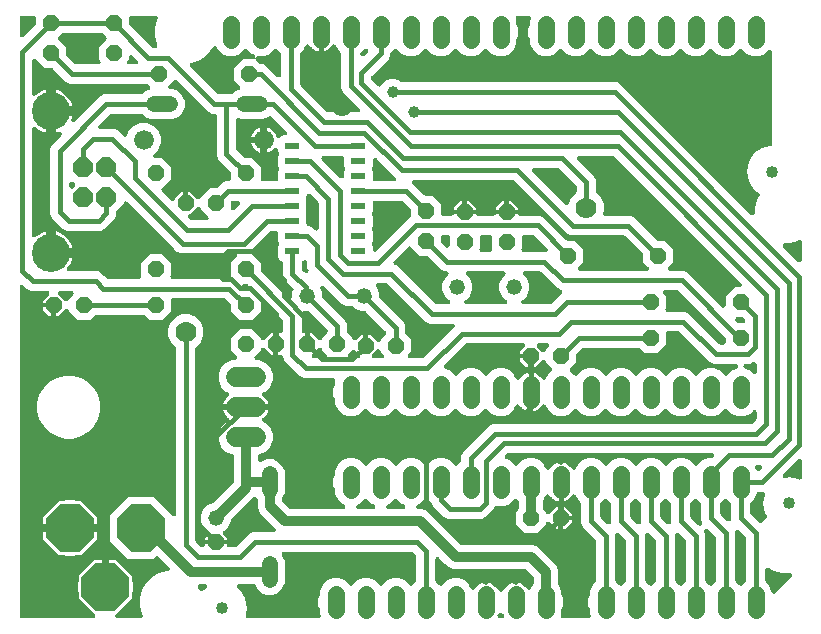
<source format=gbr>
G04 EAGLE Gerber RS-274X export*
G75*
%MOMM*%
%FSLAX34Y34*%
%LPD*%
%INTop Copper*%
%IPPOS*%
%AMOC8*
5,1,8,0,0,1.08239X$1,22.5*%
G01*
%ADD10C,1.422400*%
%ADD11C,1.676400*%
%ADD12P,1.429621X8X22.500000*%
%ADD13P,1.429621X8X202.500000*%
%ADD14C,1.320800*%
%ADD15P,1.429621X8X292.500000*%
%ADD16C,1.676400*%
%ADD17P,1.429621X8X112.500000*%
%ADD18C,1.320800*%
%ADD19P,4.329560X8X202.500000*%
%ADD20P,4.329560X8X112.500000*%
%ADD21C,1.950000*%
%ADD22P,1.814519X8X292.500000*%
%ADD23C,3.216000*%
%ADD24C,1.016000*%
%ADD25R,1.200000X0.600000*%
%ADD26C,0.406400*%
%ADD27C,1.000000*%
%ADD28C,0.812800*%
%ADD29C,1.778000*%

G36*
X73971Y11686D02*
X73971Y11686D01*
X73980Y11685D01*
X74173Y11706D01*
X74363Y11725D01*
X74371Y11727D01*
X74380Y11728D01*
X74564Y11786D01*
X74748Y11843D01*
X74755Y11847D01*
X74764Y11850D01*
X74932Y11942D01*
X75102Y12035D01*
X75108Y12040D01*
X75116Y12045D01*
X75263Y12169D01*
X75411Y12292D01*
X75416Y12299D01*
X75423Y12305D01*
X75543Y12457D01*
X75663Y12606D01*
X75667Y12614D01*
X75673Y12621D01*
X75761Y12794D01*
X75849Y12963D01*
X75851Y12972D01*
X75855Y12980D01*
X75907Y13166D01*
X75960Y13350D01*
X75961Y13359D01*
X75963Y13368D01*
X75977Y13561D01*
X75993Y13752D01*
X75992Y13760D01*
X75993Y13769D01*
X75968Y13962D01*
X75946Y14151D01*
X75943Y14160D01*
X75942Y14169D01*
X75881Y14352D01*
X75821Y14534D01*
X75817Y14542D01*
X75814Y14550D01*
X75718Y14717D01*
X75623Y14885D01*
X75618Y14892D01*
X75613Y14899D01*
X75398Y15152D01*
X61787Y28763D01*
X61787Y32308D01*
X61784Y32339D01*
X61786Y32371D01*
X61764Y32540D01*
X61747Y32709D01*
X61738Y32739D01*
X61734Y32770D01*
X61633Y33086D01*
X60861Y34948D01*
X60861Y41252D01*
X61633Y43114D01*
X61642Y43144D01*
X61656Y43172D01*
X61700Y43337D01*
X61749Y43500D01*
X61752Y43531D01*
X61760Y43561D01*
X61787Y43892D01*
X61787Y47437D01*
X74991Y60641D01*
X81079Y60641D01*
X81079Y54799D01*
X81081Y54777D01*
X81079Y54755D01*
X81101Y54577D01*
X81119Y54399D01*
X81125Y54377D01*
X81128Y54355D01*
X81184Y54184D01*
X81237Y54014D01*
X81247Y53994D01*
X81254Y53973D01*
X81343Y53817D01*
X81428Y53660D01*
X81443Y53643D01*
X81454Y53623D01*
X81572Y53488D01*
X81686Y53350D01*
X81704Y53336D01*
X81718Y53320D01*
X81861Y53210D01*
X82000Y53098D01*
X82020Y53088D01*
X82037Y53074D01*
X82333Y52923D01*
X83551Y52418D01*
X83576Y52410D01*
X83600Y52398D01*
X83768Y52352D01*
X83936Y52302D01*
X83963Y52299D01*
X83989Y52292D01*
X84163Y52280D01*
X84337Y52263D01*
X84363Y52266D01*
X84390Y52264D01*
X84564Y52287D01*
X84737Y52305D01*
X84763Y52313D01*
X84789Y52317D01*
X85105Y52418D01*
X86323Y52923D01*
X86343Y52933D01*
X86364Y52940D01*
X86521Y53028D01*
X86678Y53113D01*
X86695Y53127D01*
X86715Y53138D01*
X86851Y53255D01*
X86989Y53369D01*
X87003Y53387D01*
X87020Y53401D01*
X87129Y53542D01*
X87242Y53682D01*
X87253Y53702D01*
X87266Y53719D01*
X87346Y53879D01*
X87429Y54038D01*
X87436Y54060D01*
X87446Y54080D01*
X87492Y54253D01*
X87542Y54425D01*
X87544Y54447D01*
X87550Y54468D01*
X87577Y54799D01*
X87577Y60641D01*
X93665Y60641D01*
X106869Y47437D01*
X106869Y43892D01*
X106872Y43861D01*
X106870Y43830D01*
X106892Y43660D01*
X106909Y43491D01*
X106918Y43461D01*
X106922Y43430D01*
X107023Y43114D01*
X107795Y41252D01*
X107795Y34948D01*
X107023Y33086D01*
X107014Y33056D01*
X107000Y33028D01*
X106956Y32863D01*
X106907Y32700D01*
X106904Y32669D01*
X106896Y32639D01*
X106869Y32308D01*
X106869Y28763D01*
X93258Y15152D01*
X93252Y15145D01*
X93245Y15140D01*
X93125Y14990D01*
X93003Y14841D01*
X92998Y14833D01*
X92993Y14826D01*
X92904Y14656D01*
X92814Y14485D01*
X92811Y14476D01*
X92807Y14469D01*
X92754Y14284D01*
X92699Y14099D01*
X92698Y14090D01*
X92696Y14082D01*
X92680Y13890D01*
X92663Y13698D01*
X92664Y13689D01*
X92663Y13680D01*
X92685Y13491D01*
X92706Y13298D01*
X92709Y13289D01*
X92710Y13281D01*
X92769Y13099D01*
X92828Y12914D01*
X92832Y12906D01*
X92835Y12898D01*
X92930Y12729D01*
X93023Y12562D01*
X93028Y12555D01*
X93033Y12547D01*
X93159Y12401D01*
X93283Y12255D01*
X93290Y12249D01*
X93296Y12242D01*
X93447Y12125D01*
X93599Y12005D01*
X93607Y12001D01*
X93614Y11996D01*
X93786Y11910D01*
X93958Y11823D01*
X93966Y11820D01*
X93974Y11816D01*
X94161Y11766D01*
X94346Y11715D01*
X94355Y11714D01*
X94363Y11712D01*
X94694Y11685D01*
X113893Y11685D01*
X114038Y11699D01*
X114184Y11706D01*
X114238Y11719D01*
X114293Y11725D01*
X114433Y11767D01*
X114575Y11803D01*
X114625Y11827D01*
X114678Y11843D01*
X114807Y11912D01*
X114939Y11975D01*
X114983Y12008D01*
X115032Y12035D01*
X115144Y12128D01*
X115262Y12216D01*
X115299Y12257D01*
X115341Y12292D01*
X115433Y12406D01*
X115531Y12515D01*
X115559Y12563D01*
X115594Y12606D01*
X115661Y12736D01*
X115735Y12862D01*
X115754Y12914D01*
X115779Y12963D01*
X115820Y13104D01*
X115868Y13242D01*
X115875Y13297D01*
X115891Y13350D01*
X115903Y13496D01*
X115922Y13641D01*
X115919Y13696D01*
X115923Y13752D01*
X115906Y13896D01*
X115897Y14043D01*
X115883Y14096D01*
X115877Y14151D01*
X115831Y14290D01*
X115793Y14432D01*
X115767Y14489D01*
X115752Y14534D01*
X115711Y14607D01*
X115652Y14732D01*
X115322Y15302D01*
X113539Y21956D01*
X113539Y28844D01*
X115322Y35498D01*
X118766Y41463D01*
X123637Y46334D01*
X129602Y49778D01*
X136256Y51561D01*
X136684Y51561D01*
X136693Y51562D01*
X136702Y51561D01*
X136895Y51582D01*
X137085Y51601D01*
X137093Y51603D01*
X137102Y51604D01*
X137287Y51663D01*
X137470Y51719D01*
X137477Y51723D01*
X137486Y51726D01*
X137654Y51819D01*
X137824Y51911D01*
X137830Y51916D01*
X137838Y51921D01*
X137984Y52044D01*
X138133Y52168D01*
X138138Y52175D01*
X138145Y52181D01*
X138265Y52333D01*
X138385Y52482D01*
X138389Y52490D01*
X138395Y52497D01*
X138483Y52670D01*
X138571Y52839D01*
X138573Y52848D01*
X138577Y52856D01*
X138629Y53042D01*
X138682Y53226D01*
X138683Y53235D01*
X138685Y53244D01*
X138699Y53437D01*
X138715Y53628D01*
X138714Y53636D01*
X138715Y53645D01*
X138690Y53838D01*
X138668Y54027D01*
X138665Y54036D01*
X138664Y54045D01*
X138603Y54227D01*
X138543Y54410D01*
X138539Y54418D01*
X138536Y54426D01*
X138440Y54593D01*
X138345Y54761D01*
X138339Y54768D01*
X138335Y54775D01*
X138120Y55028D01*
X129545Y63604D01*
X129531Y63615D01*
X129519Y63629D01*
X129375Y63743D01*
X129233Y63859D01*
X129218Y63867D01*
X129203Y63878D01*
X129039Y63962D01*
X128878Y64048D01*
X128860Y64053D01*
X128845Y64061D01*
X128667Y64110D01*
X128492Y64162D01*
X128474Y64164D01*
X128457Y64169D01*
X128274Y64182D01*
X128091Y64199D01*
X128073Y64197D01*
X128055Y64198D01*
X127873Y64175D01*
X127690Y64155D01*
X127673Y64150D01*
X127656Y64148D01*
X127482Y64089D01*
X127307Y64034D01*
X127291Y64025D01*
X127274Y64019D01*
X127115Y63928D01*
X126954Y63839D01*
X126941Y63827D01*
X126925Y63818D01*
X126672Y63604D01*
X125110Y62041D01*
X103490Y62041D01*
X88203Y77328D01*
X88203Y98948D01*
X103490Y114235D01*
X125110Y114235D01*
X140804Y98541D01*
X140811Y98535D01*
X140816Y98528D01*
X140966Y98408D01*
X141115Y98286D01*
X141123Y98281D01*
X141130Y98276D01*
X141300Y98187D01*
X141471Y98097D01*
X141480Y98094D01*
X141487Y98090D01*
X141672Y98037D01*
X141857Y97982D01*
X141866Y97981D01*
X141874Y97979D01*
X142066Y97963D01*
X142258Y97946D01*
X142267Y97947D01*
X142276Y97946D01*
X142465Y97968D01*
X142658Y97989D01*
X142667Y97992D01*
X142675Y97993D01*
X142857Y98052D01*
X143042Y98111D01*
X143050Y98115D01*
X143058Y98118D01*
X143227Y98213D01*
X143394Y98305D01*
X143401Y98311D01*
X143409Y98316D01*
X143555Y98442D01*
X143701Y98566D01*
X143707Y98573D01*
X143714Y98579D01*
X143831Y98730D01*
X143951Y98882D01*
X143955Y98890D01*
X143960Y98897D01*
X144046Y99069D01*
X144133Y99241D01*
X144136Y99249D01*
X144140Y99257D01*
X144190Y99444D01*
X144241Y99629D01*
X144242Y99638D01*
X144244Y99646D01*
X144271Y99977D01*
X144271Y240093D01*
X144269Y240119D01*
X144271Y240146D01*
X144249Y240320D01*
X144231Y240494D01*
X144224Y240519D01*
X144220Y240546D01*
X144165Y240711D01*
X144113Y240878D01*
X144100Y240902D01*
X144092Y240927D01*
X144005Y241079D01*
X143921Y241232D01*
X143904Y241253D01*
X143891Y241276D01*
X143676Y241529D01*
X139695Y245511D01*
X137413Y251019D01*
X137413Y256981D01*
X139695Y262489D01*
X143911Y266705D01*
X149419Y268987D01*
X155381Y268987D01*
X160889Y266705D01*
X165105Y262489D01*
X167387Y256981D01*
X167387Y251019D01*
X165105Y245511D01*
X161124Y241529D01*
X161107Y241509D01*
X161086Y241491D01*
X160979Y241353D01*
X160869Y241218D01*
X160856Y241194D01*
X160840Y241173D01*
X160762Y241016D01*
X160680Y240862D01*
X160672Y240837D01*
X160660Y240812D01*
X160615Y240643D01*
X160565Y240476D01*
X160563Y240450D01*
X160556Y240424D01*
X160529Y240093D01*
X160529Y77868D01*
X160531Y77842D01*
X160529Y77815D01*
X160551Y77641D01*
X160569Y77468D01*
X160576Y77442D01*
X160580Y77416D01*
X160635Y77250D01*
X160687Y77083D01*
X160700Y77059D01*
X160708Y77034D01*
X160795Y76883D01*
X160879Y76729D01*
X160896Y76708D01*
X160909Y76685D01*
X161124Y76432D01*
X165188Y72368D01*
X165195Y72362D01*
X165200Y72356D01*
X165350Y72235D01*
X165499Y72113D01*
X165507Y72109D01*
X165514Y72103D01*
X165685Y72015D01*
X165855Y71924D01*
X165864Y71922D01*
X165871Y71918D01*
X166056Y71865D01*
X166241Y71810D01*
X166250Y71809D01*
X166258Y71806D01*
X166450Y71791D01*
X166642Y71773D01*
X166651Y71774D01*
X166660Y71773D01*
X166849Y71796D01*
X167042Y71817D01*
X167051Y71819D01*
X167059Y71820D01*
X167241Y71880D01*
X167426Y71938D01*
X167434Y71942D01*
X167442Y71945D01*
X167611Y72040D01*
X167778Y72133D01*
X167785Y72139D01*
X167793Y72143D01*
X167939Y72269D01*
X168085Y72393D01*
X168091Y72400D01*
X168098Y72406D01*
X168215Y72558D01*
X168335Y72709D01*
X168339Y72717D01*
X168344Y72724D01*
X168430Y72896D01*
X168517Y73068D01*
X168520Y73077D01*
X168524Y73085D01*
X168574Y73271D01*
X168625Y73456D01*
X168626Y73465D01*
X168628Y73474D01*
X168655Y73804D01*
X168655Y74169D01*
X177800Y74169D01*
X186945Y74169D01*
X186945Y73660D01*
X186947Y73642D01*
X186945Y73624D01*
X186966Y73442D01*
X186985Y73259D01*
X186990Y73242D01*
X186992Y73225D01*
X187049Y73050D01*
X187103Y72874D01*
X187111Y72859D01*
X187117Y72842D01*
X187207Y72682D01*
X187295Y72520D01*
X187306Y72507D01*
X187315Y72491D01*
X187435Y72352D01*
X187552Y72211D01*
X187566Y72200D01*
X187578Y72186D01*
X187723Y72074D01*
X187866Y71959D01*
X187882Y71951D01*
X187896Y71940D01*
X188061Y71858D01*
X188223Y71773D01*
X188240Y71768D01*
X188256Y71760D01*
X188435Y71713D01*
X188610Y71662D01*
X188628Y71660D01*
X188645Y71656D01*
X188976Y71629D01*
X193912Y71629D01*
X193938Y71631D01*
X193965Y71629D01*
X194139Y71651D01*
X194312Y71669D01*
X194338Y71676D01*
X194364Y71680D01*
X194530Y71735D01*
X194697Y71787D01*
X194721Y71800D01*
X194746Y71808D01*
X194898Y71895D01*
X195051Y71979D01*
X195072Y71996D01*
X195095Y72009D01*
X195348Y72224D01*
X206215Y83091D01*
X209203Y84329D01*
X226598Y84329D01*
X226607Y84330D01*
X226616Y84329D01*
X226809Y84350D01*
X226999Y84369D01*
X227007Y84371D01*
X227016Y84372D01*
X227199Y84430D01*
X227384Y84487D01*
X227391Y84491D01*
X227400Y84494D01*
X227568Y84586D01*
X227738Y84679D01*
X227744Y84684D01*
X227752Y84689D01*
X227899Y84813D01*
X228047Y84936D01*
X228052Y84943D01*
X228059Y84949D01*
X228179Y85101D01*
X228299Y85250D01*
X228303Y85258D01*
X228309Y85265D01*
X228397Y85438D01*
X228485Y85607D01*
X228487Y85616D01*
X228491Y85624D01*
X228543Y85810D01*
X228596Y85994D01*
X228597Y86003D01*
X228599Y86012D01*
X228613Y86201D01*
X228629Y86396D01*
X228628Y86404D01*
X228629Y86413D01*
X228604Y86606D01*
X228582Y86795D01*
X228579Y86804D01*
X228578Y86813D01*
X228517Y86996D01*
X228457Y87178D01*
X228453Y87186D01*
X228450Y87194D01*
X228354Y87361D01*
X228259Y87529D01*
X228253Y87536D01*
X228249Y87543D01*
X228034Y87796D01*
X214906Y100924D01*
X213359Y104659D01*
X213359Y111754D01*
X213357Y111780D01*
X213359Y111807D01*
X213337Y111981D01*
X213319Y112154D01*
X213312Y112180D01*
X213308Y112207D01*
X213253Y112372D01*
X213201Y112539D01*
X213188Y112563D01*
X213180Y112588D01*
X213093Y112740D01*
X213009Y112893D01*
X212992Y112914D01*
X212979Y112937D01*
X212764Y113190D01*
X212745Y113210D01*
X212672Y113341D01*
X212583Y113507D01*
X212575Y113517D01*
X212568Y113529D01*
X212447Y113672D01*
X212327Y113817D01*
X212316Y113826D01*
X212308Y113836D01*
X212160Y113953D01*
X212014Y114071D01*
X212002Y114077D01*
X211992Y114086D01*
X211824Y114171D01*
X211658Y114258D01*
X211645Y114262D01*
X211633Y114268D01*
X211451Y114318D01*
X211271Y114371D01*
X211258Y114372D01*
X211245Y114376D01*
X211056Y114390D01*
X210870Y114406D01*
X210857Y114404D01*
X210843Y114405D01*
X210655Y114382D01*
X210470Y114361D01*
X210457Y114357D01*
X210444Y114355D01*
X210265Y114295D01*
X210087Y114237D01*
X210075Y114231D01*
X210062Y114227D01*
X209899Y114132D01*
X209735Y114041D01*
X209725Y114032D01*
X209713Y114026D01*
X209460Y113811D01*
X191096Y95446D01*
X191079Y95426D01*
X191058Y95408D01*
X190951Y95270D01*
X190841Y95135D01*
X190828Y95111D01*
X190812Y95090D01*
X190734Y94933D01*
X190652Y94779D01*
X190644Y94754D01*
X190632Y94729D01*
X190587Y94560D01*
X190537Y94393D01*
X190535Y94367D01*
X190528Y94341D01*
X190501Y94010D01*
X190501Y93994D01*
X188567Y89326D01*
X184967Y85726D01*
X184916Y85697D01*
X184751Y85609D01*
X184740Y85600D01*
X184729Y85594D01*
X184585Y85472D01*
X184440Y85352D01*
X184432Y85342D01*
X184422Y85333D01*
X184306Y85186D01*
X184187Y85040D01*
X184180Y85028D01*
X184172Y85017D01*
X184087Y84850D01*
X184000Y84683D01*
X183996Y84670D01*
X183990Y84658D01*
X183939Y84477D01*
X183886Y84297D01*
X183885Y84283D01*
X183882Y84270D01*
X183868Y84082D01*
X183852Y83896D01*
X183853Y83882D01*
X183852Y83869D01*
X183876Y83680D01*
X183897Y83496D01*
X183901Y83483D01*
X183903Y83469D01*
X183963Y83290D01*
X184020Y83112D01*
X184027Y83101D01*
X184031Y83088D01*
X184125Y82924D01*
X184217Y82761D01*
X184225Y82751D01*
X184232Y82739D01*
X184447Y82486D01*
X186945Y79988D01*
X186945Y78231D01*
X177800Y78231D01*
X168655Y78231D01*
X168655Y79988D01*
X171153Y82486D01*
X171162Y82496D01*
X171172Y82505D01*
X171289Y82652D01*
X171408Y82797D01*
X171415Y82809D01*
X171423Y82820D01*
X171509Y82987D01*
X171597Y83153D01*
X171601Y83166D01*
X171607Y83178D01*
X171658Y83358D01*
X171712Y83539D01*
X171713Y83553D01*
X171717Y83565D01*
X171731Y83751D01*
X171748Y83940D01*
X171747Y83953D01*
X171748Y83967D01*
X171725Y84151D01*
X171705Y84340D01*
X171701Y84353D01*
X171699Y84366D01*
X171641Y84542D01*
X171583Y84724D01*
X171577Y84736D01*
X171573Y84749D01*
X171479Y84913D01*
X171389Y85076D01*
X171380Y85087D01*
X171373Y85098D01*
X171249Y85240D01*
X171128Y85383D01*
X171118Y85392D01*
X171109Y85402D01*
X170960Y85516D01*
X170812Y85633D01*
X170800Y85639D01*
X170790Y85647D01*
X170628Y85730D01*
X167033Y89326D01*
X165099Y93994D01*
X165099Y99046D01*
X167033Y103714D01*
X170606Y107287D01*
X170664Y107311D01*
X170664Y107312D01*
X175274Y109221D01*
X175290Y109221D01*
X175316Y109223D01*
X175343Y109221D01*
X175517Y109243D01*
X175691Y109261D01*
X175716Y109268D01*
X175743Y109272D01*
X175908Y109327D01*
X176075Y109379D01*
X176099Y109392D01*
X176124Y109400D01*
X176276Y109487D01*
X176429Y109571D01*
X176450Y109588D01*
X176473Y109601D01*
X176726Y109816D01*
X192444Y125534D01*
X192461Y125554D01*
X192482Y125572D01*
X192589Y125710D01*
X192699Y125845D01*
X192712Y125869D01*
X192728Y125890D01*
X192806Y126047D01*
X192888Y126201D01*
X192896Y126226D01*
X192908Y126251D01*
X192953Y126420D01*
X193003Y126587D01*
X193005Y126613D01*
X193012Y126639D01*
X193039Y126970D01*
X193039Y148808D01*
X193037Y148830D01*
X193039Y148852D01*
X193017Y149030D01*
X192999Y149208D01*
X192993Y149230D01*
X192990Y149252D01*
X192934Y149422D01*
X192881Y149593D01*
X192871Y149613D01*
X192864Y149634D01*
X192775Y149790D01*
X192689Y149947D01*
X192675Y149965D01*
X192664Y149984D01*
X192546Y150119D01*
X192432Y150257D01*
X192414Y150271D01*
X192400Y150287D01*
X192257Y150397D01*
X192118Y150509D01*
X192098Y150519D01*
X192081Y150533D01*
X191785Y150684D01*
X186616Y152826D01*
X182544Y156898D01*
X180339Y162220D01*
X180339Y167980D01*
X182544Y173302D01*
X186616Y177374D01*
X188160Y178014D01*
X188312Y178095D01*
X188466Y178172D01*
X188489Y178190D01*
X188515Y178204D01*
X188648Y178314D01*
X188784Y178420D01*
X188803Y178442D01*
X188825Y178460D01*
X188934Y178594D01*
X189046Y178725D01*
X189060Y178751D01*
X189079Y178773D01*
X189159Y178925D01*
X189243Y179076D01*
X189252Y179104D01*
X189266Y179129D01*
X189314Y179295D01*
X189367Y179459D01*
X189371Y179488D01*
X189379Y179516D01*
X189394Y179688D01*
X189413Y179859D01*
X189411Y179888D01*
X189413Y179917D01*
X189394Y180088D01*
X189380Y180261D01*
X189371Y180289D01*
X189368Y180317D01*
X189316Y180481D01*
X189267Y180647D01*
X189254Y180673D01*
X189245Y180700D01*
X189161Y180851D01*
X189081Y181004D01*
X189063Y181027D01*
X189049Y181052D01*
X188936Y181183D01*
X188828Y181317D01*
X188804Y181338D01*
X188787Y181358D01*
X188720Y181410D01*
X188576Y181534D01*
X187702Y182169D01*
X186487Y183384D01*
X185476Y184775D01*
X184696Y186307D01*
X184241Y187707D01*
X202438Y187707D01*
X202456Y187708D01*
X202473Y187707D01*
X202656Y187728D01*
X202838Y187747D01*
X202855Y187752D01*
X202873Y187754D01*
X203048Y187811D01*
X203198Y187857D01*
X203210Y187851D01*
X203227Y187846D01*
X203243Y187838D01*
X203421Y187790D01*
X203596Y187740D01*
X203614Y187738D01*
X203631Y187734D01*
X203962Y187707D01*
X222159Y187707D01*
X221704Y186307D01*
X220924Y184775D01*
X219913Y183384D01*
X218698Y182169D01*
X217824Y181534D01*
X217695Y181419D01*
X217563Y181308D01*
X217545Y181285D01*
X217523Y181266D01*
X217419Y181128D01*
X217312Y180993D01*
X217298Y180967D01*
X217281Y180944D01*
X217206Y180788D01*
X217128Y180635D01*
X217120Y180607D01*
X217107Y180581D01*
X217065Y180413D01*
X217018Y180247D01*
X217016Y180219D01*
X217009Y180191D01*
X217000Y180018D01*
X216987Y179846D01*
X216990Y179817D01*
X216989Y179788D01*
X217015Y179617D01*
X217036Y179446D01*
X217045Y179419D01*
X217049Y179390D01*
X217108Y179227D01*
X217162Y179064D01*
X217176Y179039D01*
X217186Y179012D01*
X217276Y178864D01*
X217361Y178714D01*
X217380Y178693D01*
X217395Y178668D01*
X217513Y178541D01*
X217626Y178411D01*
X217649Y178393D01*
X217668Y178372D01*
X217808Y178271D01*
X217945Y178165D01*
X217974Y178151D01*
X217994Y178136D01*
X218072Y178100D01*
X218240Y178014D01*
X219784Y177374D01*
X223856Y173302D01*
X226061Y167980D01*
X226061Y162220D01*
X223856Y156898D01*
X219784Y152826D01*
X214615Y150684D01*
X214595Y150674D01*
X214574Y150667D01*
X214417Y150579D01*
X214260Y150494D01*
X214243Y150480D01*
X214223Y150469D01*
X214087Y150352D01*
X213949Y150238D01*
X213935Y150221D01*
X213918Y150206D01*
X213809Y150065D01*
X213696Y149925D01*
X213685Y149905D01*
X213672Y149888D01*
X213592Y149728D01*
X213509Y149569D01*
X213502Y149547D01*
X213492Y149527D01*
X213446Y149354D01*
X213396Y149182D01*
X213394Y149160D01*
X213388Y149139D01*
X213361Y148808D01*
X213361Y146183D01*
X213362Y146170D01*
X213361Y146156D01*
X213382Y145970D01*
X213401Y145782D01*
X213405Y145770D01*
X213406Y145756D01*
X213464Y145577D01*
X213519Y145397D01*
X213525Y145386D01*
X213529Y145373D01*
X213621Y145208D01*
X213711Y145043D01*
X213719Y145033D01*
X213726Y145021D01*
X213848Y144878D01*
X213968Y144734D01*
X213979Y144726D01*
X213987Y144716D01*
X214136Y144599D01*
X214282Y144482D01*
X214294Y144476D01*
X214304Y144467D01*
X214474Y144382D01*
X214639Y144296D01*
X214652Y144293D01*
X214664Y144287D01*
X214847Y144237D01*
X215026Y144185D01*
X215040Y144184D01*
X215053Y144180D01*
X215241Y144167D01*
X215428Y144152D01*
X215441Y144154D01*
X215454Y144153D01*
X215642Y144177D01*
X215827Y144199D01*
X215840Y144203D01*
X215853Y144205D01*
X216169Y144306D01*
X220994Y146305D01*
X226046Y146305D01*
X230714Y144371D01*
X234287Y140798D01*
X236221Y136130D01*
X236221Y117870D01*
X234287Y113202D01*
X234276Y113190D01*
X234259Y113169D01*
X234238Y113152D01*
X234131Y113014D01*
X234021Y112879D01*
X234008Y112855D01*
X233992Y112834D01*
X233914Y112677D01*
X233832Y112523D01*
X233824Y112497D01*
X233812Y112473D01*
X233767Y112304D01*
X233717Y112137D01*
X233715Y112110D01*
X233708Y112085D01*
X233681Y111754D01*
X233681Y111730D01*
X233683Y111704D01*
X233681Y111677D01*
X233703Y111503D01*
X233721Y111329D01*
X233728Y111304D01*
X233732Y111277D01*
X233787Y111112D01*
X233839Y110945D01*
X233852Y110921D01*
X233860Y110896D01*
X233948Y110743D01*
X234031Y110591D01*
X234048Y110570D01*
X234061Y110547D01*
X234276Y110294D01*
X239834Y104736D01*
X239854Y104719D01*
X239872Y104698D01*
X240010Y104591D01*
X240145Y104481D01*
X240169Y104468D01*
X240190Y104452D01*
X240347Y104374D01*
X240501Y104292D01*
X240526Y104284D01*
X240551Y104272D01*
X240720Y104227D01*
X240887Y104177D01*
X240913Y104175D01*
X240939Y104168D01*
X241270Y104141D01*
X285389Y104141D01*
X285394Y104141D01*
X285398Y104141D01*
X285593Y104161D01*
X285790Y104181D01*
X285794Y104182D01*
X285799Y104182D01*
X285987Y104241D01*
X286175Y104299D01*
X286179Y104301D01*
X286183Y104302D01*
X286358Y104398D01*
X286529Y104491D01*
X286532Y104493D01*
X286536Y104496D01*
X286689Y104624D01*
X286838Y104748D01*
X286841Y104752D01*
X286845Y104755D01*
X286968Y104910D01*
X287091Y105062D01*
X287093Y105066D01*
X287096Y105070D01*
X287187Y105248D01*
X287276Y105419D01*
X287277Y105424D01*
X287279Y105428D01*
X287334Y105621D01*
X287388Y105806D01*
X287388Y105811D01*
X287389Y105815D01*
X287404Y106007D01*
X287420Y106208D01*
X287420Y106212D01*
X287420Y106216D01*
X287397Y106410D01*
X287374Y106607D01*
X287372Y106612D01*
X287372Y106616D01*
X287310Y106801D01*
X287249Y106990D01*
X287246Y106994D01*
X287245Y106998D01*
X287150Y107166D01*
X287051Y107341D01*
X287048Y107344D01*
X287046Y107348D01*
X286918Y107495D01*
X286788Y107645D01*
X286784Y107648D01*
X286781Y107652D01*
X286624Y107772D01*
X286470Y107892D01*
X286466Y107894D01*
X286462Y107897D01*
X286167Y108049D01*
X284618Y108690D01*
X280902Y112406D01*
X278891Y117261D01*
X278891Y120174D01*
X278888Y120205D01*
X278890Y120236D01*
X278868Y120406D01*
X278851Y120575D01*
X278842Y120605D01*
X278838Y120636D01*
X278737Y120952D01*
X277439Y124084D01*
X277439Y129916D01*
X278737Y133048D01*
X278746Y133078D01*
X278760Y133106D01*
X278804Y133271D01*
X278853Y133434D01*
X278856Y133465D01*
X278864Y133495D01*
X278891Y133826D01*
X278891Y136739D01*
X280902Y141594D01*
X284618Y145310D01*
X289473Y147321D01*
X294727Y147321D01*
X299582Y145310D01*
X303364Y141528D01*
X303377Y141517D01*
X303389Y141503D01*
X303533Y141389D01*
X303675Y141273D01*
X303691Y141265D01*
X303705Y141254D01*
X303869Y141170D01*
X304031Y141085D01*
X304048Y141080D01*
X304064Y141071D01*
X304241Y141022D01*
X304417Y140970D01*
X304435Y140968D01*
X304452Y140963D01*
X304635Y140950D01*
X304818Y140933D01*
X304836Y140935D01*
X304853Y140934D01*
X305035Y140957D01*
X305218Y140977D01*
X305235Y140982D01*
X305253Y140984D01*
X305426Y141043D01*
X305602Y141098D01*
X305618Y141107D01*
X305634Y141113D01*
X305794Y141205D01*
X305954Y141293D01*
X305968Y141305D01*
X305983Y141314D01*
X306236Y141528D01*
X310018Y145310D01*
X314873Y147321D01*
X320127Y147321D01*
X324982Y145310D01*
X328764Y141528D01*
X328777Y141517D01*
X328789Y141503D01*
X328933Y141389D01*
X329075Y141273D01*
X329091Y141265D01*
X329105Y141254D01*
X329269Y141170D01*
X329431Y141085D01*
X329448Y141080D01*
X329464Y141071D01*
X329641Y141022D01*
X329817Y140970D01*
X329835Y140968D01*
X329852Y140963D01*
X330035Y140950D01*
X330218Y140933D01*
X330236Y140935D01*
X330253Y140934D01*
X330435Y140957D01*
X330618Y140977D01*
X330635Y140982D01*
X330653Y140984D01*
X330826Y141043D01*
X331002Y141098D01*
X331018Y141107D01*
X331034Y141113D01*
X331194Y141205D01*
X331354Y141293D01*
X331368Y141305D01*
X331383Y141314D01*
X331636Y141528D01*
X335418Y145310D01*
X340273Y147321D01*
X345527Y147321D01*
X350382Y145310D01*
X354164Y141528D01*
X354177Y141517D01*
X354189Y141503D01*
X354333Y141389D01*
X354475Y141273D01*
X354491Y141265D01*
X354505Y141254D01*
X354669Y141170D01*
X354831Y141085D01*
X354848Y141080D01*
X354864Y141071D01*
X355041Y141022D01*
X355217Y140970D01*
X355235Y140968D01*
X355252Y140963D01*
X355435Y140950D01*
X355618Y140933D01*
X355636Y140935D01*
X355653Y140934D01*
X355835Y140957D01*
X356018Y140977D01*
X356035Y140982D01*
X356053Y140984D01*
X356226Y141043D01*
X356402Y141098D01*
X356418Y141107D01*
X356434Y141113D01*
X356594Y141205D01*
X356754Y141293D01*
X356768Y141305D01*
X356783Y141314D01*
X357036Y141528D01*
X360818Y145310D01*
X365673Y147321D01*
X370927Y147321D01*
X375782Y145310D01*
X379564Y141528D01*
X379577Y141517D01*
X379589Y141503D01*
X379733Y141389D01*
X379875Y141273D01*
X379891Y141265D01*
X379905Y141254D01*
X380069Y141170D01*
X380231Y141085D01*
X380248Y141080D01*
X380264Y141071D01*
X380441Y141022D01*
X380617Y140970D01*
X380635Y140968D01*
X380652Y140963D01*
X380835Y140950D01*
X381018Y140933D01*
X381036Y140935D01*
X381053Y140934D01*
X381235Y140957D01*
X381418Y140977D01*
X381435Y140982D01*
X381453Y140984D01*
X381626Y141043D01*
X381802Y141098D01*
X381818Y141107D01*
X381834Y141113D01*
X381993Y141204D01*
X382154Y141293D01*
X382168Y141305D01*
X382183Y141314D01*
X382436Y141528D01*
X384976Y144068D01*
X384993Y144089D01*
X385014Y144106D01*
X385121Y144244D01*
X385231Y144380D01*
X385244Y144403D01*
X385260Y144425D01*
X385338Y144581D01*
X385420Y144735D01*
X385428Y144761D01*
X385440Y144785D01*
X385485Y144954D01*
X385535Y145121D01*
X385537Y145148D01*
X385544Y145174D01*
X385571Y145505D01*
X385571Y148937D01*
X386809Y151925D01*
X409415Y174531D01*
X412403Y175769D01*
X630792Y175769D01*
X630818Y175771D01*
X630845Y175769D01*
X631019Y175791D01*
X631192Y175809D01*
X631218Y175816D01*
X631244Y175820D01*
X631410Y175875D01*
X631577Y175927D01*
X631601Y175940D01*
X631626Y175948D01*
X631778Y176035D01*
X631931Y176119D01*
X631952Y176136D01*
X631975Y176149D01*
X632228Y176364D01*
X635166Y179302D01*
X635183Y179323D01*
X635204Y179340D01*
X635311Y179478D01*
X635421Y179614D01*
X635434Y179637D01*
X635450Y179658D01*
X635528Y179815D01*
X635610Y179969D01*
X635618Y179995D01*
X635630Y180019D01*
X635675Y180188D01*
X635725Y180355D01*
X635727Y180382D01*
X635734Y180408D01*
X635761Y180738D01*
X635761Y185965D01*
X635760Y185974D01*
X635761Y185983D01*
X635740Y186175D01*
X635721Y186366D01*
X635719Y186375D01*
X635718Y186384D01*
X635660Y186566D01*
X635603Y186751D01*
X635599Y186759D01*
X635596Y186767D01*
X635503Y186936D01*
X635411Y187105D01*
X635406Y187112D01*
X635401Y187120D01*
X635277Y187267D01*
X635154Y187414D01*
X635147Y187420D01*
X635141Y187427D01*
X634990Y187546D01*
X634840Y187667D01*
X634832Y187671D01*
X634825Y187676D01*
X634652Y187764D01*
X634483Y187852D01*
X634474Y187855D01*
X634466Y187859D01*
X634280Y187911D01*
X634096Y187964D01*
X634087Y187964D01*
X634078Y187967D01*
X633885Y187981D01*
X633694Y187996D01*
X633686Y187995D01*
X633677Y187996D01*
X633484Y187972D01*
X633295Y187949D01*
X633286Y187947D01*
X633277Y187946D01*
X633094Y187884D01*
X632912Y187825D01*
X632904Y187820D01*
X632896Y187817D01*
X632730Y187722D01*
X632561Y187627D01*
X632554Y187621D01*
X632547Y187616D01*
X632294Y187402D01*
X629782Y184890D01*
X628075Y184183D01*
X624927Y182879D01*
X619673Y182879D01*
X614818Y184890D01*
X611036Y188672D01*
X611023Y188683D01*
X611011Y188697D01*
X610867Y188811D01*
X610725Y188927D01*
X610709Y188935D01*
X610695Y188946D01*
X610531Y189030D01*
X610369Y189115D01*
X610352Y189120D01*
X610336Y189129D01*
X610159Y189178D01*
X609983Y189230D01*
X609965Y189232D01*
X609948Y189237D01*
X609765Y189250D01*
X609582Y189267D01*
X609564Y189265D01*
X609547Y189266D01*
X609365Y189243D01*
X609182Y189223D01*
X609165Y189218D01*
X609147Y189216D01*
X608974Y189157D01*
X608798Y189102D01*
X608782Y189093D01*
X608766Y189087D01*
X608606Y188995D01*
X608446Y188907D01*
X608432Y188895D01*
X608417Y188886D01*
X608164Y188672D01*
X604382Y184890D01*
X602675Y184183D01*
X599527Y182879D01*
X594273Y182879D01*
X589418Y184890D01*
X585636Y188672D01*
X585623Y188683D01*
X585611Y188697D01*
X585467Y188811D01*
X585325Y188927D01*
X585309Y188935D01*
X585295Y188946D01*
X585131Y189030D01*
X584969Y189115D01*
X584952Y189120D01*
X584936Y189129D01*
X584759Y189178D01*
X584583Y189230D01*
X584565Y189232D01*
X584548Y189237D01*
X584365Y189250D01*
X584182Y189267D01*
X584164Y189265D01*
X584147Y189266D01*
X583965Y189243D01*
X583782Y189223D01*
X583765Y189218D01*
X583747Y189216D01*
X583574Y189157D01*
X583398Y189102D01*
X583382Y189093D01*
X583366Y189087D01*
X583206Y188995D01*
X583046Y188907D01*
X583032Y188895D01*
X583017Y188886D01*
X582764Y188672D01*
X578982Y184890D01*
X577275Y184183D01*
X574127Y182879D01*
X568873Y182879D01*
X564018Y184890D01*
X560236Y188672D01*
X560223Y188683D01*
X560211Y188697D01*
X560067Y188811D01*
X559925Y188927D01*
X559909Y188935D01*
X559895Y188946D01*
X559731Y189030D01*
X559569Y189115D01*
X559552Y189120D01*
X559536Y189129D01*
X559359Y189178D01*
X559183Y189230D01*
X559165Y189232D01*
X559148Y189237D01*
X558965Y189250D01*
X558782Y189267D01*
X558764Y189265D01*
X558747Y189266D01*
X558565Y189243D01*
X558382Y189223D01*
X558365Y189218D01*
X558347Y189216D01*
X558174Y189157D01*
X557998Y189102D01*
X557982Y189093D01*
X557966Y189087D01*
X557806Y188995D01*
X557646Y188907D01*
X557632Y188895D01*
X557617Y188886D01*
X557364Y188672D01*
X553582Y184890D01*
X551875Y184183D01*
X548727Y182879D01*
X543473Y182879D01*
X538618Y184890D01*
X534836Y188672D01*
X534823Y188683D01*
X534811Y188697D01*
X534667Y188811D01*
X534525Y188927D01*
X534509Y188935D01*
X534495Y188946D01*
X534331Y189030D01*
X534169Y189115D01*
X534152Y189120D01*
X534136Y189129D01*
X533959Y189178D01*
X533783Y189230D01*
X533765Y189232D01*
X533748Y189237D01*
X533565Y189250D01*
X533382Y189267D01*
X533364Y189265D01*
X533347Y189266D01*
X533165Y189243D01*
X532982Y189223D01*
X532965Y189218D01*
X532947Y189216D01*
X532774Y189157D01*
X532598Y189102D01*
X532582Y189093D01*
X532566Y189087D01*
X532406Y188995D01*
X532246Y188907D01*
X532232Y188895D01*
X532217Y188886D01*
X531964Y188672D01*
X528182Y184890D01*
X526475Y184183D01*
X523327Y182879D01*
X518073Y182879D01*
X513218Y184890D01*
X509436Y188672D01*
X509423Y188683D01*
X509411Y188697D01*
X509267Y188811D01*
X509125Y188927D01*
X509109Y188935D01*
X509095Y188946D01*
X508931Y189030D01*
X508769Y189115D01*
X508752Y189120D01*
X508736Y189129D01*
X508559Y189178D01*
X508383Y189230D01*
X508365Y189232D01*
X508348Y189237D01*
X508165Y189250D01*
X507982Y189267D01*
X507964Y189265D01*
X507947Y189266D01*
X507765Y189243D01*
X507582Y189223D01*
X507565Y189218D01*
X507547Y189216D01*
X507374Y189157D01*
X507198Y189102D01*
X507182Y189093D01*
X507166Y189087D01*
X507006Y188995D01*
X506846Y188907D01*
X506832Y188895D01*
X506817Y188886D01*
X506564Y188672D01*
X502782Y184890D01*
X501075Y184183D01*
X497927Y182879D01*
X492673Y182879D01*
X487818Y184890D01*
X484036Y188672D01*
X484023Y188683D01*
X484011Y188697D01*
X483867Y188811D01*
X483725Y188927D01*
X483709Y188935D01*
X483695Y188946D01*
X483531Y189030D01*
X483369Y189115D01*
X483352Y189120D01*
X483336Y189129D01*
X483159Y189178D01*
X482983Y189230D01*
X482965Y189232D01*
X482948Y189237D01*
X482765Y189250D01*
X482582Y189267D01*
X482564Y189265D01*
X482547Y189266D01*
X482365Y189243D01*
X482182Y189223D01*
X482165Y189218D01*
X482147Y189216D01*
X481974Y189157D01*
X481798Y189102D01*
X481782Y189093D01*
X481766Y189087D01*
X481606Y188995D01*
X481446Y188907D01*
X481432Y188895D01*
X481417Y188886D01*
X481164Y188672D01*
X477382Y184890D01*
X475675Y184183D01*
X472527Y182879D01*
X467273Y182879D01*
X462418Y184890D01*
X458702Y188606D01*
X457504Y191499D01*
X457498Y191510D01*
X457494Y191523D01*
X457402Y191688D01*
X457314Y191853D01*
X457305Y191864D01*
X457299Y191876D01*
X457177Y192020D01*
X457057Y192164D01*
X457047Y192172D01*
X457038Y192183D01*
X456891Y192299D01*
X456745Y192418D01*
X456733Y192424D01*
X456722Y192432D01*
X456555Y192517D01*
X456388Y192605D01*
X456375Y192608D01*
X456363Y192614D01*
X456183Y192665D01*
X456002Y192718D01*
X455988Y192719D01*
X455976Y192722D01*
X455787Y192736D01*
X455601Y192752D01*
X455587Y192751D01*
X455574Y192752D01*
X455385Y192728D01*
X455201Y192707D01*
X455188Y192703D01*
X455175Y192701D01*
X454996Y192641D01*
X454817Y192584D01*
X454806Y192577D01*
X454793Y192573D01*
X454630Y192480D01*
X454466Y192388D01*
X454456Y192379D01*
X454444Y192372D01*
X454191Y192158D01*
X452757Y190723D01*
X452660Y190673D01*
X452651Y190666D01*
X452641Y190660D01*
X452494Y190538D01*
X452346Y190419D01*
X452339Y190410D01*
X452331Y190404D01*
X452294Y190358D01*
X452130Y190168D01*
X451863Y189800D01*
X450788Y188725D01*
X449559Y187832D01*
X448205Y187142D01*
X446760Y186673D01*
X446612Y186649D01*
X446603Y186726D01*
X446584Y186909D01*
X446579Y186926D01*
X446577Y186943D01*
X446520Y187118D01*
X446466Y187294D01*
X446458Y187309D01*
X446452Y187326D01*
X446362Y187486D01*
X446274Y187648D01*
X446263Y187661D01*
X446254Y187677D01*
X446134Y187816D01*
X446017Y187957D01*
X446003Y187968D01*
X445991Y187982D01*
X445846Y188094D01*
X445703Y188209D01*
X445687Y188217D01*
X445673Y188228D01*
X445508Y188310D01*
X445346Y188395D01*
X445329Y188400D01*
X445313Y188408D01*
X445134Y188455D01*
X444959Y188506D01*
X444941Y188508D01*
X444924Y188512D01*
X444593Y188539D01*
X444407Y188539D01*
X444389Y188537D01*
X444371Y188539D01*
X444189Y188518D01*
X444006Y188499D01*
X443989Y188494D01*
X443972Y188492D01*
X443797Y188435D01*
X443621Y188381D01*
X443606Y188373D01*
X443589Y188367D01*
X443429Y188277D01*
X443267Y188189D01*
X443254Y188178D01*
X443238Y188169D01*
X443099Y188049D01*
X442958Y187932D01*
X442947Y187918D01*
X442933Y187906D01*
X442821Y187761D01*
X442706Y187618D01*
X442698Y187602D01*
X442687Y187588D01*
X442605Y187423D01*
X442520Y187261D01*
X442515Y187244D01*
X442507Y187228D01*
X442459Y187049D01*
X442409Y186874D01*
X442407Y186856D01*
X442403Y186839D01*
X442387Y186650D01*
X442240Y186673D01*
X440795Y187142D01*
X439441Y187832D01*
X438212Y188725D01*
X437137Y189800D01*
X436870Y190168D01*
X436743Y190310D01*
X436618Y190454D01*
X436609Y190460D01*
X436602Y190469D01*
X436451Y190582D01*
X436299Y190699D01*
X436288Y190705D01*
X436280Y190710D01*
X436234Y190733D01*
X434809Y192158D01*
X434799Y192166D01*
X434790Y192176D01*
X434643Y192293D01*
X434497Y192413D01*
X434486Y192419D01*
X434475Y192427D01*
X434308Y192513D01*
X434142Y192601D01*
X434129Y192605D01*
X434117Y192611D01*
X433937Y192662D01*
X433756Y192716D01*
X433742Y192717D01*
X433730Y192721D01*
X433544Y192735D01*
X433355Y192752D01*
X433341Y192751D01*
X433328Y192752D01*
X433144Y192730D01*
X432955Y192709D01*
X432942Y192705D01*
X432929Y192703D01*
X432751Y192645D01*
X432571Y192588D01*
X432559Y192581D01*
X432546Y192577D01*
X432383Y192484D01*
X432218Y192393D01*
X432208Y192384D01*
X432197Y192377D01*
X432055Y192254D01*
X431911Y192132D01*
X431903Y192122D01*
X431893Y192113D01*
X431779Y191965D01*
X431662Y191816D01*
X431656Y191804D01*
X431648Y191794D01*
X431496Y191499D01*
X430298Y188606D01*
X426582Y184890D01*
X424875Y184183D01*
X421727Y182879D01*
X416473Y182879D01*
X411618Y184890D01*
X407836Y188672D01*
X407823Y188683D01*
X407811Y188697D01*
X407667Y188811D01*
X407525Y188927D01*
X407509Y188935D01*
X407495Y188946D01*
X407331Y189030D01*
X407169Y189115D01*
X407152Y189120D01*
X407136Y189129D01*
X406959Y189178D01*
X406783Y189230D01*
X406765Y189232D01*
X406748Y189237D01*
X406565Y189250D01*
X406382Y189267D01*
X406364Y189265D01*
X406347Y189266D01*
X406165Y189243D01*
X405982Y189223D01*
X405965Y189218D01*
X405947Y189216D01*
X405774Y189157D01*
X405598Y189102D01*
X405582Y189093D01*
X405566Y189087D01*
X405406Y188995D01*
X405246Y188907D01*
X405232Y188895D01*
X405217Y188886D01*
X404964Y188672D01*
X401182Y184890D01*
X399475Y184183D01*
X396327Y182879D01*
X391073Y182879D01*
X386218Y184890D01*
X382436Y188672D01*
X382423Y188683D01*
X382411Y188697D01*
X382267Y188811D01*
X382125Y188927D01*
X382109Y188935D01*
X382095Y188946D01*
X381931Y189030D01*
X381769Y189115D01*
X381752Y189120D01*
X381736Y189129D01*
X381559Y189178D01*
X381383Y189230D01*
X381365Y189232D01*
X381348Y189237D01*
X381165Y189250D01*
X380982Y189267D01*
X380964Y189265D01*
X380947Y189266D01*
X380765Y189243D01*
X380582Y189223D01*
X380565Y189218D01*
X380547Y189216D01*
X380374Y189157D01*
X380198Y189102D01*
X380182Y189093D01*
X380166Y189087D01*
X380006Y188995D01*
X379846Y188907D01*
X379832Y188895D01*
X379817Y188886D01*
X379564Y188672D01*
X375782Y184890D01*
X374075Y184183D01*
X370927Y182879D01*
X365673Y182879D01*
X360818Y184890D01*
X357036Y188672D01*
X357023Y188683D01*
X357011Y188697D01*
X356867Y188811D01*
X356725Y188927D01*
X356709Y188935D01*
X356695Y188946D01*
X356531Y189030D01*
X356369Y189115D01*
X356352Y189120D01*
X356336Y189129D01*
X356159Y189178D01*
X355983Y189230D01*
X355965Y189232D01*
X355948Y189237D01*
X355765Y189250D01*
X355582Y189267D01*
X355564Y189265D01*
X355547Y189266D01*
X355365Y189243D01*
X355182Y189223D01*
X355165Y189218D01*
X355147Y189216D01*
X354974Y189157D01*
X354798Y189102D01*
X354782Y189093D01*
X354766Y189087D01*
X354606Y188995D01*
X354446Y188907D01*
X354432Y188895D01*
X354417Y188886D01*
X354164Y188672D01*
X350382Y184890D01*
X348675Y184183D01*
X345527Y182879D01*
X340273Y182879D01*
X335418Y184890D01*
X331636Y188672D01*
X331623Y188683D01*
X331611Y188697D01*
X331467Y188811D01*
X331325Y188927D01*
X331309Y188935D01*
X331295Y188946D01*
X331131Y189030D01*
X330969Y189115D01*
X330952Y189120D01*
X330936Y189129D01*
X330759Y189178D01*
X330583Y189230D01*
X330565Y189232D01*
X330548Y189237D01*
X330365Y189250D01*
X330182Y189267D01*
X330164Y189265D01*
X330147Y189266D01*
X329965Y189243D01*
X329782Y189223D01*
X329765Y189218D01*
X329747Y189216D01*
X329574Y189157D01*
X329398Y189102D01*
X329382Y189093D01*
X329366Y189087D01*
X329206Y188995D01*
X329046Y188907D01*
X329032Y188895D01*
X329017Y188886D01*
X328764Y188672D01*
X324982Y184890D01*
X323275Y184183D01*
X320127Y182879D01*
X314873Y182879D01*
X310018Y184890D01*
X306236Y188672D01*
X306223Y188683D01*
X306211Y188697D01*
X306067Y188811D01*
X305925Y188927D01*
X305909Y188935D01*
X305895Y188946D01*
X305731Y189030D01*
X305569Y189115D01*
X305552Y189120D01*
X305536Y189129D01*
X305359Y189178D01*
X305183Y189230D01*
X305165Y189232D01*
X305148Y189237D01*
X304965Y189250D01*
X304782Y189267D01*
X304764Y189265D01*
X304747Y189266D01*
X304565Y189243D01*
X304382Y189223D01*
X304365Y189218D01*
X304347Y189216D01*
X304174Y189157D01*
X303998Y189102D01*
X303982Y189093D01*
X303966Y189087D01*
X303806Y188995D01*
X303646Y188907D01*
X303632Y188895D01*
X303617Y188886D01*
X303364Y188672D01*
X299582Y184890D01*
X297875Y184183D01*
X294727Y182879D01*
X289473Y182879D01*
X284618Y184890D01*
X280902Y188606D01*
X278891Y193461D01*
X278891Y196374D01*
X278888Y196405D01*
X278890Y196436D01*
X278868Y196606D01*
X278851Y196775D01*
X278842Y196805D01*
X278838Y196836D01*
X278737Y197152D01*
X277439Y200284D01*
X277439Y206116D01*
X278737Y209248D01*
X278746Y209278D01*
X278760Y209306D01*
X278804Y209471D01*
X278853Y209634D01*
X278856Y209665D01*
X278864Y209695D01*
X278891Y210026D01*
X278891Y213294D01*
X278898Y213365D01*
X278897Y213381D01*
X278898Y213396D01*
X278876Y213580D01*
X278857Y213766D01*
X278853Y213781D01*
X278851Y213795D01*
X278793Y213972D01*
X278738Y214151D01*
X278731Y214164D01*
X278726Y214178D01*
X278634Y214341D01*
X278545Y214504D01*
X278536Y214516D01*
X278528Y214529D01*
X278406Y214671D01*
X278287Y214813D01*
X278275Y214822D01*
X278265Y214834D01*
X278118Y214948D01*
X277972Y215064D01*
X277959Y215071D01*
X277947Y215080D01*
X277780Y215163D01*
X277614Y215249D01*
X277600Y215253D01*
X277586Y215260D01*
X277406Y215308D01*
X277227Y215359D01*
X277212Y215360D01*
X277198Y215364D01*
X276867Y215391D01*
X252383Y215391D01*
X249395Y216629D01*
X246823Y219201D01*
X238251Y227773D01*
X235679Y230345D01*
X234396Y233441D01*
X234386Y233461D01*
X234379Y233482D01*
X234291Y233638D01*
X234206Y233796D01*
X234192Y233813D01*
X234181Y233833D01*
X234064Y233968D01*
X233950Y234107D01*
X233932Y234121D01*
X233918Y234138D01*
X233777Y234247D01*
X233637Y234360D01*
X233617Y234371D01*
X233600Y234384D01*
X233439Y234464D01*
X233281Y234547D01*
X233259Y234554D01*
X233239Y234564D01*
X233066Y234610D01*
X232894Y234660D01*
X232872Y234662D01*
X232851Y234668D01*
X232520Y234695D01*
X230631Y234695D01*
X230631Y243840D01*
X230631Y252985D01*
X232410Y252985D01*
X232428Y252987D01*
X232446Y252985D01*
X232628Y253006D01*
X232811Y253025D01*
X232828Y253030D01*
X232845Y253032D01*
X233020Y253089D01*
X233196Y253143D01*
X233211Y253151D01*
X233228Y253157D01*
X233388Y253247D01*
X233550Y253335D01*
X233563Y253346D01*
X233579Y253355D01*
X233718Y253475D01*
X233859Y253592D01*
X233870Y253606D01*
X233884Y253618D01*
X233996Y253763D01*
X234111Y253906D01*
X234119Y253922D01*
X234130Y253936D01*
X234212Y254101D01*
X234297Y254263D01*
X234302Y254280D01*
X234310Y254296D01*
X234357Y254475D01*
X234408Y254650D01*
X234410Y254668D01*
X234414Y254685D01*
X234441Y255016D01*
X234441Y263762D01*
X234439Y263788D01*
X234441Y263815D01*
X234419Y263989D01*
X234401Y264162D01*
X234394Y264188D01*
X234390Y264214D01*
X234335Y264380D01*
X234283Y264547D01*
X234270Y264571D01*
X234262Y264596D01*
X234175Y264748D01*
X234091Y264901D01*
X234074Y264922D01*
X234061Y264945D01*
X233846Y265198D01*
X219368Y279676D01*
X219361Y279682D01*
X219356Y279688D01*
X219206Y279809D01*
X219057Y279931D01*
X219049Y279935D01*
X219042Y279941D01*
X218872Y280029D01*
X218701Y280120D01*
X218692Y280122D01*
X218685Y280126D01*
X218500Y280179D01*
X218315Y280234D01*
X218306Y280235D01*
X218298Y280238D01*
X218106Y280253D01*
X217914Y280271D01*
X217905Y280270D01*
X217896Y280271D01*
X217707Y280248D01*
X217514Y280227D01*
X217505Y280225D01*
X217497Y280224D01*
X217315Y280164D01*
X217130Y280106D01*
X217122Y280102D01*
X217114Y280099D01*
X216945Y280004D01*
X216778Y279911D01*
X216771Y279905D01*
X216763Y279901D01*
X216616Y279774D01*
X216471Y279651D01*
X216465Y279644D01*
X216458Y279638D01*
X216341Y279486D01*
X216221Y279335D01*
X216217Y279327D01*
X216212Y279320D01*
X216126Y279148D01*
X216039Y278976D01*
X216036Y278967D01*
X216032Y278959D01*
X215982Y278773D01*
X215931Y278588D01*
X215930Y278579D01*
X215928Y278570D01*
X215901Y278240D01*
X215901Y271599D01*
X208461Y264159D01*
X197939Y264159D01*
X190499Y271599D01*
X190499Y277224D01*
X190497Y277250D01*
X190499Y277277D01*
X190477Y277451D01*
X190459Y277624D01*
X190452Y277650D01*
X190448Y277676D01*
X190393Y277842D01*
X190341Y278009D01*
X190328Y278033D01*
X190320Y278058D01*
X190233Y278210D01*
X190149Y278363D01*
X190132Y278384D01*
X190119Y278407D01*
X189904Y278660D01*
X186458Y282106D01*
X186437Y282123D01*
X186420Y282144D01*
X186282Y282251D01*
X186146Y282361D01*
X186123Y282374D01*
X186102Y282390D01*
X185945Y282468D01*
X185791Y282550D01*
X185765Y282558D01*
X185741Y282570D01*
X185572Y282615D01*
X185405Y282665D01*
X185378Y282667D01*
X185352Y282674D01*
X185022Y282701D01*
X141732Y282701D01*
X141714Y282699D01*
X141696Y282701D01*
X141514Y282680D01*
X141331Y282661D01*
X141314Y282656D01*
X141297Y282654D01*
X141122Y282597D01*
X140946Y282543D01*
X140931Y282535D01*
X140914Y282529D01*
X140754Y282439D01*
X140592Y282351D01*
X140579Y282340D01*
X140563Y282331D01*
X140424Y282211D01*
X140283Y282094D01*
X140272Y282080D01*
X140258Y282068D01*
X140146Y281923D01*
X140031Y281780D01*
X140023Y281764D01*
X140012Y281750D01*
X139930Y281585D01*
X139845Y281423D01*
X139840Y281406D01*
X139832Y281390D01*
X139785Y281211D01*
X139734Y281036D01*
X139732Y281018D01*
X139728Y281001D01*
X139701Y280670D01*
X139701Y271599D01*
X132261Y264159D01*
X121739Y264159D01*
X117762Y268136D01*
X117741Y268153D01*
X117724Y268174D01*
X117586Y268281D01*
X117451Y268391D01*
X117427Y268404D01*
X117406Y268420D01*
X117249Y268498D01*
X117095Y268580D01*
X117069Y268588D01*
X117045Y268600D01*
X116876Y268645D01*
X116709Y268695D01*
X116682Y268697D01*
X116657Y268704D01*
X116326Y268731D01*
X76714Y268731D01*
X76688Y268729D01*
X76661Y268731D01*
X76487Y268709D01*
X76314Y268691D01*
X76288Y268684D01*
X76261Y268680D01*
X76096Y268625D01*
X75929Y268573D01*
X75905Y268560D01*
X75880Y268552D01*
X75728Y268465D01*
X75575Y268381D01*
X75554Y268364D01*
X75531Y268351D01*
X75278Y268136D01*
X71301Y264159D01*
X60779Y264159D01*
X53339Y271599D01*
X53339Y271723D01*
X53338Y271732D01*
X53339Y271741D01*
X53318Y271932D01*
X53299Y272123D01*
X53297Y272132D01*
X53296Y272141D01*
X53238Y272323D01*
X53181Y272508D01*
X53177Y272516D01*
X53174Y272525D01*
X53081Y272693D01*
X52989Y272862D01*
X52984Y272869D01*
X52979Y272877D01*
X52855Y273024D01*
X52732Y273172D01*
X52725Y273177D01*
X52719Y273184D01*
X52568Y273303D01*
X52418Y273424D01*
X52410Y273428D01*
X52403Y273434D01*
X52230Y273521D01*
X52061Y273609D01*
X52052Y273612D01*
X52044Y273616D01*
X51858Y273668D01*
X51674Y273721D01*
X51665Y273722D01*
X51656Y273724D01*
X51463Y273738D01*
X51272Y273754D01*
X51264Y273753D01*
X51255Y273753D01*
X51062Y273729D01*
X50873Y273707D01*
X50864Y273704D01*
X50855Y273703D01*
X50672Y273642D01*
X50490Y273582D01*
X50482Y273578D01*
X50474Y273575D01*
X50307Y273479D01*
X50139Y273384D01*
X50132Y273378D01*
X50125Y273374D01*
X49872Y273159D01*
X44428Y267715D01*
X42671Y267715D01*
X42671Y276860D01*
X42670Y276877D01*
X42671Y276895D01*
X42650Y277078D01*
X42631Y277260D01*
X42626Y277277D01*
X42624Y277295D01*
X42567Y277470D01*
X42513Y277645D01*
X42505Y277661D01*
X42499Y277678D01*
X42409Y277838D01*
X42322Y277999D01*
X42310Y278013D01*
X42301Y278028D01*
X42181Y278168D01*
X42064Y278308D01*
X42064Y278309D01*
X42063Y278309D01*
X42050Y278320D01*
X42038Y278333D01*
X42038Y278334D01*
X41893Y278446D01*
X41750Y278561D01*
X41734Y278570D01*
X41720Y278580D01*
X41555Y278662D01*
X41392Y278747D01*
X41375Y278752D01*
X41359Y278760D01*
X41181Y278808D01*
X41005Y278858D01*
X40988Y278860D01*
X40970Y278864D01*
X40640Y278891D01*
X31495Y278891D01*
X31495Y280648D01*
X36431Y285584D01*
X36437Y285591D01*
X36444Y285596D01*
X36562Y285744D01*
X36686Y285895D01*
X36690Y285903D01*
X36696Y285910D01*
X36784Y286080D01*
X36875Y286251D01*
X36877Y286260D01*
X36881Y286267D01*
X36935Y286452D01*
X36990Y286637D01*
X36990Y286646D01*
X36993Y286654D01*
X37009Y286846D01*
X37026Y287038D01*
X37025Y287047D01*
X37026Y287056D01*
X37004Y287245D01*
X36983Y287438D01*
X36980Y287447D01*
X36979Y287455D01*
X36919Y287637D01*
X36861Y287822D01*
X36857Y287830D01*
X36854Y287838D01*
X36759Y288007D01*
X36666Y288174D01*
X36661Y288181D01*
X36656Y288189D01*
X36530Y288335D01*
X36406Y288481D01*
X36399Y288487D01*
X36393Y288494D01*
X36242Y288611D01*
X36090Y288731D01*
X36082Y288735D01*
X36075Y288740D01*
X35903Y288826D01*
X35731Y288913D01*
X35722Y288916D01*
X35714Y288920D01*
X35528Y288970D01*
X35343Y289021D01*
X35334Y289022D01*
X35326Y289024D01*
X34995Y289051D01*
X21243Y289051D01*
X18255Y290289D01*
X15152Y293392D01*
X15145Y293398D01*
X15140Y293404D01*
X14990Y293525D01*
X14841Y293647D01*
X14833Y293651D01*
X14826Y293657D01*
X14656Y293745D01*
X14485Y293836D01*
X14476Y293838D01*
X14469Y293842D01*
X14284Y293895D01*
X14099Y293950D01*
X14090Y293951D01*
X14082Y293954D01*
X13891Y293969D01*
X13698Y293987D01*
X13689Y293986D01*
X13680Y293987D01*
X13491Y293964D01*
X13298Y293943D01*
X13289Y293941D01*
X13281Y293940D01*
X13099Y293880D01*
X12914Y293822D01*
X12906Y293818D01*
X12898Y293815D01*
X12729Y293720D01*
X12562Y293627D01*
X12555Y293621D01*
X12547Y293617D01*
X12401Y293491D01*
X12255Y293367D01*
X12249Y293360D01*
X12242Y293354D01*
X12125Y293202D01*
X12005Y293051D01*
X12001Y293043D01*
X11996Y293036D01*
X11910Y292864D01*
X11823Y292692D01*
X11820Y292683D01*
X11816Y292675D01*
X11766Y292489D01*
X11715Y292304D01*
X11714Y292295D01*
X11712Y292286D01*
X11685Y291956D01*
X11685Y13716D01*
X11687Y13698D01*
X11685Y13680D01*
X11706Y13498D01*
X11725Y13315D01*
X11730Y13298D01*
X11732Y13281D01*
X11789Y13106D01*
X11843Y12930D01*
X11851Y12915D01*
X11857Y12898D01*
X11947Y12738D01*
X12035Y12576D01*
X12046Y12563D01*
X12055Y12547D01*
X12175Y12408D01*
X12292Y12267D01*
X12306Y12256D01*
X12318Y12242D01*
X12463Y12130D01*
X12606Y12015D01*
X12622Y12007D01*
X12636Y11996D01*
X12801Y11914D01*
X12963Y11829D01*
X12980Y11824D01*
X12996Y11816D01*
X13175Y11769D01*
X13350Y11718D01*
X13368Y11716D01*
X13385Y11712D01*
X13716Y11685D01*
X73962Y11685D01*
X73971Y11686D01*
G37*
G36*
X632235Y352950D02*
X632235Y352950D01*
X632244Y352949D01*
X632433Y352972D01*
X632626Y352993D01*
X632635Y352995D01*
X632643Y352996D01*
X632825Y353056D01*
X633010Y353114D01*
X633018Y353118D01*
X633026Y353121D01*
X633195Y353216D01*
X633362Y353309D01*
X633369Y353315D01*
X633377Y353319D01*
X633522Y353444D01*
X633669Y353569D01*
X633675Y353576D01*
X633682Y353582D01*
X633799Y353734D01*
X633919Y353885D01*
X633923Y353893D01*
X633928Y353900D01*
X634014Y354072D01*
X634101Y354244D01*
X634104Y354253D01*
X634108Y354261D01*
X634158Y354447D01*
X634209Y354632D01*
X634210Y354641D01*
X634212Y354650D01*
X634239Y354980D01*
X634239Y359044D01*
X636022Y365698D01*
X638094Y369286D01*
X638157Y369426D01*
X638227Y369562D01*
X638240Y369609D01*
X638260Y369653D01*
X638294Y369802D01*
X638335Y369950D01*
X638339Y369998D01*
X638350Y370046D01*
X638354Y370199D01*
X638366Y370351D01*
X638360Y370399D01*
X638361Y370448D01*
X638335Y370599D01*
X638316Y370751D01*
X638301Y370797D01*
X638292Y370845D01*
X638237Y370988D01*
X638189Y371132D01*
X638164Y371175D01*
X638147Y371220D01*
X638064Y371349D01*
X637989Y371482D01*
X637956Y371518D01*
X637930Y371560D01*
X637824Y371670D01*
X637723Y371785D01*
X637680Y371819D01*
X637651Y371850D01*
X637580Y371899D01*
X637463Y371991D01*
X633631Y374551D01*
X628929Y381589D01*
X627278Y389890D01*
X628929Y398191D01*
X633631Y405229D01*
X640669Y409931D01*
X647080Y411206D01*
X647100Y411212D01*
X647119Y411214D01*
X647292Y411270D01*
X647465Y411323D01*
X647483Y411333D01*
X647502Y411339D01*
X647660Y411428D01*
X647820Y411514D01*
X647835Y411527D01*
X647853Y411537D01*
X647990Y411656D01*
X648130Y411771D01*
X648142Y411787D01*
X648158Y411800D01*
X648269Y411943D01*
X648383Y412085D01*
X648392Y412102D01*
X648404Y412118D01*
X648485Y412280D01*
X648569Y412442D01*
X648575Y412461D01*
X648584Y412479D01*
X648631Y412654D01*
X648681Y412828D01*
X648683Y412848D01*
X648688Y412868D01*
X648715Y413198D01*
X648715Y491019D01*
X648714Y491028D01*
X648715Y491037D01*
X648694Y491229D01*
X648675Y491420D01*
X648673Y491429D01*
X648672Y491438D01*
X648614Y491620D01*
X648557Y491805D01*
X648553Y491813D01*
X648550Y491821D01*
X648457Y491990D01*
X648365Y492159D01*
X648360Y492166D01*
X648355Y492174D01*
X648231Y492321D01*
X648108Y492468D01*
X648101Y492474D01*
X648095Y492481D01*
X647944Y492600D01*
X647794Y492721D01*
X647786Y492725D01*
X647779Y492730D01*
X647606Y492818D01*
X647437Y492906D01*
X647428Y492909D01*
X647420Y492913D01*
X647234Y492965D01*
X647050Y493018D01*
X647041Y493018D01*
X647032Y493021D01*
X646839Y493035D01*
X646648Y493050D01*
X646640Y493049D01*
X646631Y493050D01*
X646438Y493026D01*
X646249Y493003D01*
X646240Y493001D01*
X646231Y493000D01*
X646048Y492938D01*
X645866Y492879D01*
X645858Y492874D01*
X645850Y492871D01*
X645683Y492775D01*
X645515Y492681D01*
X645508Y492675D01*
X645501Y492670D01*
X645248Y492456D01*
X642482Y489690D01*
X637627Y487679D01*
X632373Y487679D01*
X627518Y489690D01*
X623736Y493472D01*
X623723Y493483D01*
X623711Y493497D01*
X623567Y493611D01*
X623425Y493727D01*
X623409Y493735D01*
X623395Y493746D01*
X623231Y493830D01*
X623069Y493915D01*
X623052Y493920D01*
X623036Y493929D01*
X622859Y493978D01*
X622683Y494030D01*
X622665Y494032D01*
X622648Y494037D01*
X622465Y494050D01*
X622282Y494067D01*
X622264Y494065D01*
X622247Y494066D01*
X622065Y494043D01*
X621882Y494023D01*
X621865Y494018D01*
X621847Y494016D01*
X621674Y493957D01*
X621498Y493902D01*
X621482Y493893D01*
X621466Y493887D01*
X621306Y493795D01*
X621146Y493707D01*
X621132Y493695D01*
X621117Y493686D01*
X620864Y493472D01*
X617082Y489690D01*
X612227Y487679D01*
X606973Y487679D01*
X602118Y489690D01*
X598336Y493472D01*
X598323Y493483D01*
X598311Y493497D01*
X598167Y493611D01*
X598025Y493727D01*
X598009Y493735D01*
X597995Y493746D01*
X597831Y493830D01*
X597669Y493915D01*
X597652Y493920D01*
X597636Y493929D01*
X597459Y493978D01*
X597283Y494030D01*
X597265Y494032D01*
X597248Y494037D01*
X597065Y494050D01*
X596882Y494067D01*
X596864Y494065D01*
X596847Y494066D01*
X596665Y494043D01*
X596482Y494023D01*
X596465Y494018D01*
X596447Y494016D01*
X596274Y493957D01*
X596098Y493902D01*
X596082Y493893D01*
X596066Y493887D01*
X595906Y493795D01*
X595746Y493707D01*
X595732Y493695D01*
X595717Y493686D01*
X595464Y493472D01*
X591682Y489690D01*
X586827Y487679D01*
X581573Y487679D01*
X576718Y489690D01*
X572936Y493472D01*
X572923Y493483D01*
X572911Y493497D01*
X572767Y493611D01*
X572625Y493727D01*
X572609Y493735D01*
X572595Y493746D01*
X572431Y493830D01*
X572269Y493915D01*
X572252Y493920D01*
X572236Y493929D01*
X572059Y493978D01*
X571883Y494030D01*
X571865Y494032D01*
X571848Y494037D01*
X571665Y494050D01*
X571482Y494067D01*
X571464Y494065D01*
X571447Y494066D01*
X571265Y494043D01*
X571082Y494023D01*
X571065Y494018D01*
X571047Y494016D01*
X570874Y493957D01*
X570698Y493902D01*
X570682Y493893D01*
X570666Y493887D01*
X570506Y493795D01*
X570346Y493707D01*
X570332Y493695D01*
X570317Y493686D01*
X570064Y493472D01*
X566282Y489690D01*
X561427Y487679D01*
X556173Y487679D01*
X551318Y489690D01*
X547536Y493472D01*
X547522Y493483D01*
X547511Y493497D01*
X547367Y493610D01*
X547225Y493727D01*
X547209Y493735D01*
X547195Y493746D01*
X547031Y493830D01*
X546869Y493915D01*
X546852Y493920D01*
X546836Y493929D01*
X546659Y493978D01*
X546483Y494030D01*
X546465Y494032D01*
X546448Y494037D01*
X546265Y494050D01*
X546082Y494067D01*
X546064Y494065D01*
X546047Y494066D01*
X545865Y494043D01*
X545682Y494023D01*
X545665Y494018D01*
X545647Y494016D01*
X545473Y493957D01*
X545298Y493902D01*
X545282Y493893D01*
X545266Y493887D01*
X545106Y493795D01*
X544946Y493707D01*
X544932Y493695D01*
X544917Y493686D01*
X544664Y493472D01*
X540882Y489690D01*
X536027Y487679D01*
X530773Y487679D01*
X525918Y489690D01*
X522136Y493472D01*
X522123Y493483D01*
X522111Y493497D01*
X521967Y493611D01*
X521825Y493727D01*
X521809Y493735D01*
X521795Y493746D01*
X521631Y493830D01*
X521469Y493915D01*
X521452Y493920D01*
X521436Y493929D01*
X521259Y493978D01*
X521083Y494030D01*
X521065Y494032D01*
X521048Y494037D01*
X520865Y494050D01*
X520682Y494067D01*
X520664Y494065D01*
X520647Y494066D01*
X520465Y494043D01*
X520282Y494023D01*
X520265Y494018D01*
X520247Y494016D01*
X520074Y493957D01*
X519898Y493902D01*
X519882Y493893D01*
X519866Y493887D01*
X519706Y493795D01*
X519546Y493707D01*
X519532Y493695D01*
X519517Y493686D01*
X519264Y493472D01*
X515482Y489690D01*
X510627Y487679D01*
X505373Y487679D01*
X500518Y489690D01*
X496736Y493472D01*
X496723Y493483D01*
X496711Y493497D01*
X496567Y493611D01*
X496425Y493727D01*
X496409Y493735D01*
X496395Y493746D01*
X496231Y493830D01*
X496069Y493915D01*
X496052Y493920D01*
X496036Y493929D01*
X495859Y493978D01*
X495683Y494030D01*
X495665Y494032D01*
X495648Y494037D01*
X495465Y494050D01*
X495282Y494067D01*
X495264Y494065D01*
X495247Y494066D01*
X495065Y494043D01*
X494882Y494023D01*
X494865Y494018D01*
X494847Y494016D01*
X494674Y493957D01*
X494498Y493902D01*
X494482Y493893D01*
X494466Y493887D01*
X494306Y493795D01*
X494146Y493707D01*
X494132Y493695D01*
X494117Y493686D01*
X493864Y493472D01*
X490082Y489690D01*
X485227Y487679D01*
X479973Y487679D01*
X475118Y489690D01*
X471336Y493472D01*
X471323Y493483D01*
X471311Y493497D01*
X471167Y493611D01*
X471025Y493727D01*
X471009Y493735D01*
X470995Y493746D01*
X470831Y493830D01*
X470669Y493915D01*
X470652Y493920D01*
X470636Y493929D01*
X470459Y493978D01*
X470283Y494030D01*
X470265Y494032D01*
X470248Y494037D01*
X470065Y494050D01*
X469882Y494067D01*
X469864Y494065D01*
X469847Y494066D01*
X469665Y494043D01*
X469482Y494023D01*
X469465Y494018D01*
X469447Y494016D01*
X469274Y493957D01*
X469098Y493902D01*
X469082Y493893D01*
X469066Y493887D01*
X468906Y493795D01*
X468746Y493707D01*
X468732Y493695D01*
X468717Y493686D01*
X468464Y493472D01*
X464682Y489690D01*
X459827Y487679D01*
X454573Y487679D01*
X449718Y489690D01*
X446002Y493406D01*
X443991Y498261D01*
X443991Y501174D01*
X443988Y501205D01*
X443990Y501236D01*
X443968Y501406D01*
X443951Y501575D01*
X443942Y501605D01*
X443938Y501636D01*
X443837Y501952D01*
X442539Y505084D01*
X442539Y510916D01*
X443837Y514048D01*
X443846Y514078D01*
X443860Y514106D01*
X443904Y514271D01*
X443953Y514434D01*
X443956Y514465D01*
X443964Y514495D01*
X443991Y514826D01*
X443991Y517739D01*
X444475Y518907D01*
X444479Y518920D01*
X444485Y518931D01*
X444537Y519111D01*
X444591Y519292D01*
X444592Y519305D01*
X444596Y519318D01*
X444612Y519507D01*
X444629Y519693D01*
X444628Y519706D01*
X444629Y519720D01*
X444607Y519906D01*
X444588Y520093D01*
X444584Y520106D01*
X444582Y520119D01*
X444524Y520297D01*
X444468Y520478D01*
X444462Y520489D01*
X444457Y520502D01*
X444365Y520666D01*
X444275Y520831D01*
X444266Y520841D01*
X444259Y520853D01*
X444137Y520995D01*
X444016Y521139D01*
X444005Y521147D01*
X443996Y521158D01*
X443848Y521272D01*
X443701Y521390D01*
X443689Y521396D01*
X443678Y521404D01*
X443510Y521488D01*
X443343Y521574D01*
X443330Y521578D01*
X443318Y521584D01*
X443135Y521633D01*
X442955Y521684D01*
X442942Y521685D01*
X442929Y521688D01*
X442598Y521715D01*
X433702Y521715D01*
X433688Y521714D01*
X433675Y521715D01*
X433489Y521694D01*
X433301Y521675D01*
X433288Y521671D01*
X433275Y521670D01*
X433097Y521613D01*
X432916Y521557D01*
X432904Y521551D01*
X432892Y521547D01*
X432728Y521455D01*
X432562Y521365D01*
X432552Y521357D01*
X432540Y521350D01*
X432396Y521227D01*
X432253Y521108D01*
X432245Y521097D01*
X432234Y521089D01*
X432118Y520940D01*
X432001Y520794D01*
X431995Y520782D01*
X431986Y520772D01*
X431901Y520602D01*
X431815Y520437D01*
X431812Y520424D01*
X431805Y520412D01*
X431756Y520230D01*
X431704Y520050D01*
X431703Y520036D01*
X431699Y520023D01*
X431686Y519837D01*
X431671Y519648D01*
X431672Y519635D01*
X431672Y519622D01*
X431696Y519435D01*
X431718Y519249D01*
X431722Y519236D01*
X431724Y519223D01*
X431825Y518907D01*
X432309Y517739D01*
X432309Y514826D01*
X432312Y514795D01*
X432310Y514764D01*
X432332Y514594D01*
X432349Y514425D01*
X432358Y514395D01*
X432362Y514364D01*
X432463Y514048D01*
X433761Y510916D01*
X433761Y505084D01*
X432463Y501952D01*
X432454Y501922D01*
X432440Y501894D01*
X432396Y501729D01*
X432347Y501566D01*
X432344Y501535D01*
X432336Y501505D01*
X432309Y501174D01*
X432309Y498261D01*
X430298Y493406D01*
X426582Y489690D01*
X421727Y487679D01*
X416473Y487679D01*
X411618Y489690D01*
X407836Y493472D01*
X407823Y493483D01*
X407811Y493497D01*
X407667Y493611D01*
X407525Y493727D01*
X407509Y493735D01*
X407495Y493746D01*
X407331Y493830D01*
X407169Y493915D01*
X407152Y493920D01*
X407136Y493929D01*
X406959Y493978D01*
X406783Y494030D01*
X406765Y494032D01*
X406748Y494037D01*
X406565Y494050D01*
X406382Y494067D01*
X406364Y494065D01*
X406347Y494066D01*
X406165Y494043D01*
X405982Y494023D01*
X405965Y494018D01*
X405947Y494016D01*
X405774Y493957D01*
X405598Y493902D01*
X405582Y493893D01*
X405566Y493887D01*
X405406Y493795D01*
X405246Y493707D01*
X405232Y493695D01*
X405217Y493686D01*
X404964Y493472D01*
X401182Y489690D01*
X396327Y487679D01*
X391073Y487679D01*
X386218Y489690D01*
X382436Y493472D01*
X382423Y493483D01*
X382411Y493497D01*
X382267Y493611D01*
X382125Y493727D01*
X382109Y493735D01*
X382095Y493746D01*
X381931Y493830D01*
X381769Y493915D01*
X381752Y493920D01*
X381736Y493929D01*
X381559Y493978D01*
X381383Y494030D01*
X381365Y494032D01*
X381348Y494037D01*
X381165Y494050D01*
X380982Y494067D01*
X380964Y494065D01*
X380947Y494066D01*
X380765Y494043D01*
X380582Y494023D01*
X380565Y494018D01*
X380547Y494016D01*
X380374Y493957D01*
X380198Y493902D01*
X380182Y493893D01*
X380166Y493887D01*
X380006Y493795D01*
X379846Y493707D01*
X379832Y493695D01*
X379817Y493686D01*
X379564Y493472D01*
X375782Y489690D01*
X370927Y487679D01*
X365673Y487679D01*
X360818Y489690D01*
X357036Y493472D01*
X357023Y493483D01*
X357011Y493497D01*
X356867Y493611D01*
X356725Y493727D01*
X356709Y493735D01*
X356695Y493746D01*
X356531Y493830D01*
X356369Y493915D01*
X356352Y493920D01*
X356336Y493929D01*
X356159Y493978D01*
X355983Y494030D01*
X355965Y494032D01*
X355948Y494037D01*
X355765Y494050D01*
X355582Y494067D01*
X355564Y494065D01*
X355547Y494066D01*
X355365Y494043D01*
X355182Y494023D01*
X355165Y494018D01*
X355147Y494016D01*
X354974Y493957D01*
X354798Y493902D01*
X354782Y493893D01*
X354766Y493887D01*
X354606Y493795D01*
X354446Y493707D01*
X354432Y493695D01*
X354417Y493686D01*
X354164Y493472D01*
X350382Y489690D01*
X345527Y487679D01*
X340273Y487679D01*
X335418Y489690D01*
X331636Y493472D01*
X331623Y493483D01*
X331611Y493497D01*
X331467Y493611D01*
X331325Y493727D01*
X331309Y493735D01*
X331295Y493746D01*
X331131Y493830D01*
X330969Y493915D01*
X330952Y493920D01*
X330936Y493929D01*
X330759Y493978D01*
X330583Y494030D01*
X330565Y494032D01*
X330548Y494037D01*
X330365Y494050D01*
X330182Y494067D01*
X330164Y494065D01*
X330147Y494066D01*
X329965Y494043D01*
X329782Y494023D01*
X329765Y494018D01*
X329747Y494016D01*
X329574Y493957D01*
X329398Y493902D01*
X329382Y493893D01*
X329366Y493887D01*
X329206Y493795D01*
X329046Y493707D01*
X329032Y493695D01*
X329017Y493686D01*
X328764Y493472D01*
X326224Y490932D01*
X326207Y490911D01*
X326186Y490894D01*
X326079Y490756D01*
X325969Y490620D01*
X325956Y490597D01*
X325940Y490575D01*
X325862Y490418D01*
X325780Y490264D01*
X325772Y490239D01*
X325760Y490215D01*
X325715Y490045D01*
X325665Y489879D01*
X325663Y489852D01*
X325656Y489826D01*
X325629Y489495D01*
X325629Y488603D01*
X324391Y485615D01*
X321819Y483043D01*
X309714Y470938D01*
X309697Y470917D01*
X309676Y470900D01*
X309569Y470762D01*
X309459Y470626D01*
X309446Y470603D01*
X309430Y470582D01*
X309352Y470425D01*
X309270Y470271D01*
X309262Y470245D01*
X309250Y470221D01*
X309205Y470052D01*
X309155Y469885D01*
X309153Y469858D01*
X309146Y469832D01*
X309119Y469502D01*
X309119Y469028D01*
X309121Y469002D01*
X309119Y468975D01*
X309141Y468801D01*
X309159Y468628D01*
X309166Y468602D01*
X309170Y468576D01*
X309225Y468410D01*
X309277Y468243D01*
X309290Y468219D01*
X309298Y468194D01*
X309385Y468042D01*
X309469Y467889D01*
X309486Y467868D01*
X309499Y467845D01*
X309714Y467592D01*
X314805Y462501D01*
X314815Y462492D01*
X314824Y462482D01*
X314971Y462365D01*
X315116Y462246D01*
X315128Y462240D01*
X315139Y462231D01*
X315307Y462145D01*
X315472Y462057D01*
X315485Y462054D01*
X315497Y462047D01*
X315678Y461996D01*
X315858Y461943D01*
X315871Y461941D01*
X315884Y461938D01*
X316071Y461923D01*
X316259Y461906D01*
X316272Y461908D01*
X316286Y461907D01*
X316471Y461929D01*
X316659Y461950D01*
X316672Y461954D01*
X316685Y461955D01*
X316863Y462014D01*
X317043Y462071D01*
X317055Y462078D01*
X317067Y462082D01*
X317232Y462175D01*
X317395Y462266D01*
X317405Y462274D01*
X317417Y462281D01*
X317560Y462405D01*
X317702Y462526D01*
X317711Y462537D01*
X317721Y462546D01*
X317835Y462695D01*
X317952Y462842D01*
X317958Y462854D01*
X317966Y462865D01*
X318118Y463160D01*
X318253Y463486D01*
X321374Y466607D01*
X325453Y468297D01*
X329867Y468297D01*
X333946Y466607D01*
X334629Y465924D01*
X334650Y465907D01*
X334668Y465886D01*
X334805Y465780D01*
X334941Y465669D01*
X334965Y465656D01*
X334986Y465640D01*
X335142Y465562D01*
X335297Y465480D01*
X335322Y465472D01*
X335346Y465460D01*
X335515Y465415D01*
X335683Y465365D01*
X335709Y465363D01*
X335735Y465356D01*
X336066Y465329D01*
X517237Y465329D01*
X520225Y464091D01*
X522797Y461519D01*
X630772Y353544D01*
X630779Y353538D01*
X630784Y353532D01*
X630934Y353411D01*
X631083Y353289D01*
X631091Y353285D01*
X631098Y353279D01*
X631269Y353190D01*
X631439Y353100D01*
X631447Y353098D01*
X631455Y353094D01*
X631641Y353040D01*
X631825Y352986D01*
X631834Y352985D01*
X631842Y352982D01*
X632034Y352967D01*
X632226Y352949D01*
X632235Y352950D01*
G37*
G36*
X112525Y298960D02*
X112525Y298960D01*
X112534Y298959D01*
X112725Y298980D01*
X112917Y298999D01*
X112925Y299001D01*
X112934Y299002D01*
X113118Y299060D01*
X113301Y299117D01*
X113309Y299121D01*
X113318Y299124D01*
X113487Y299217D01*
X113655Y299309D01*
X113662Y299314D01*
X113670Y299319D01*
X113818Y299444D01*
X113965Y299566D01*
X113970Y299573D01*
X113977Y299579D01*
X114097Y299731D01*
X114217Y299880D01*
X114221Y299888D01*
X114227Y299895D01*
X114314Y300067D01*
X114403Y300237D01*
X114405Y300246D01*
X114409Y300254D01*
X114460Y300438D01*
X114514Y300624D01*
X114515Y300633D01*
X114517Y300642D01*
X114531Y300832D01*
X114547Y301026D01*
X114546Y301035D01*
X114546Y301043D01*
X114522Y301234D01*
X114500Y301425D01*
X114497Y301434D01*
X114496Y301443D01*
X114435Y301626D01*
X114375Y301808D01*
X114371Y301816D01*
X114368Y301825D01*
X114299Y301943D01*
X114299Y312601D01*
X121739Y320041D01*
X132261Y320041D01*
X139701Y312601D01*
X139701Y301942D01*
X139695Y301930D01*
X139604Y301759D01*
X139602Y301751D01*
X139597Y301743D01*
X139544Y301558D01*
X139489Y301373D01*
X139489Y301364D01*
X139486Y301356D01*
X139470Y301164D01*
X139453Y300972D01*
X139454Y300963D01*
X139453Y300954D01*
X139476Y300764D01*
X139496Y300572D01*
X139499Y300564D01*
X139500Y300555D01*
X139560Y300371D01*
X139618Y300188D01*
X139622Y300180D01*
X139625Y300172D01*
X139719Y300004D01*
X139813Y299836D01*
X139818Y299829D01*
X139823Y299821D01*
X139948Y299676D01*
X140073Y299529D01*
X140080Y299523D01*
X140086Y299516D01*
X140237Y299400D01*
X140389Y299279D01*
X140397Y299275D01*
X140404Y299270D01*
X140576Y299184D01*
X140748Y299097D01*
X140756Y299094D01*
X140765Y299090D01*
X140952Y299040D01*
X141136Y298989D01*
X141145Y298988D01*
X141153Y298986D01*
X141484Y298959D01*
X188716Y298959D01*
X188725Y298960D01*
X188734Y298959D01*
X188925Y298980D01*
X189117Y298999D01*
X189125Y299001D01*
X189134Y299002D01*
X189318Y299060D01*
X189501Y299117D01*
X189509Y299121D01*
X189518Y299124D01*
X189687Y299217D01*
X189855Y299309D01*
X189862Y299314D01*
X189870Y299319D01*
X190018Y299444D01*
X190165Y299566D01*
X190170Y299573D01*
X190177Y299579D01*
X190297Y299731D01*
X190417Y299880D01*
X190421Y299888D01*
X190427Y299895D01*
X190514Y300067D01*
X190603Y300237D01*
X190605Y300246D01*
X190609Y300254D01*
X190660Y300438D01*
X190714Y300624D01*
X190715Y300633D01*
X190717Y300642D01*
X190731Y300832D01*
X190747Y301026D01*
X190746Y301035D01*
X190746Y301043D01*
X190722Y301234D01*
X190700Y301425D01*
X190697Y301434D01*
X190696Y301443D01*
X190635Y301626D01*
X190575Y301808D01*
X190571Y301816D01*
X190568Y301825D01*
X190499Y301943D01*
X190499Y312601D01*
X195232Y317334D01*
X195238Y317341D01*
X195245Y317346D01*
X195364Y317495D01*
X195487Y317645D01*
X195491Y317653D01*
X195497Y317660D01*
X195584Y317828D01*
X195676Y318001D01*
X195678Y318010D01*
X195683Y318017D01*
X195736Y318202D01*
X195791Y318387D01*
X195791Y318396D01*
X195794Y318404D01*
X195810Y318596D01*
X195827Y318788D01*
X195826Y318797D01*
X195827Y318806D01*
X195805Y318995D01*
X195784Y319188D01*
X195781Y319197D01*
X195780Y319205D01*
X195721Y319387D01*
X195662Y319572D01*
X195658Y319580D01*
X195655Y319588D01*
X195560Y319757D01*
X195467Y319924D01*
X195462Y319931D01*
X195457Y319939D01*
X195331Y320085D01*
X195207Y320231D01*
X195200Y320237D01*
X195194Y320244D01*
X195043Y320361D01*
X194891Y320481D01*
X194883Y320485D01*
X194876Y320490D01*
X194704Y320576D01*
X194532Y320663D01*
X194523Y320666D01*
X194515Y320670D01*
X194329Y320720D01*
X194144Y320771D01*
X194135Y320772D01*
X194127Y320774D01*
X193796Y320801D01*
X148153Y320801D01*
X145165Y322039D01*
X142593Y324611D01*
X103146Y364058D01*
X103139Y364064D01*
X103134Y364070D01*
X102984Y364191D01*
X102835Y364313D01*
X102827Y364317D01*
X102820Y364323D01*
X102649Y364412D01*
X102479Y364502D01*
X102471Y364504D01*
X102463Y364508D01*
X102277Y364562D01*
X102093Y364616D01*
X102084Y364617D01*
X102076Y364620D01*
X101884Y364635D01*
X101692Y364653D01*
X101683Y364652D01*
X101674Y364653D01*
X101485Y364630D01*
X101292Y364609D01*
X101283Y364607D01*
X101275Y364606D01*
X101093Y364546D01*
X100908Y364488D01*
X100900Y364484D01*
X100892Y364481D01*
X100723Y364386D01*
X100556Y364293D01*
X100549Y364287D01*
X100541Y364283D01*
X100395Y364157D01*
X100249Y364033D01*
X100243Y364026D01*
X100236Y364020D01*
X100119Y363868D01*
X99999Y363717D01*
X99995Y363709D01*
X99990Y363702D01*
X99904Y363530D01*
X99817Y363358D01*
X99814Y363349D01*
X99810Y363341D01*
X99760Y363152D01*
X99709Y362970D01*
X99708Y362961D01*
X99706Y362952D01*
X99679Y362622D01*
X99679Y362503D01*
X93924Y356748D01*
X93907Y356727D01*
X93886Y356710D01*
X93779Y356572D01*
X93669Y356436D01*
X93656Y356413D01*
X93640Y356391D01*
X93562Y356235D01*
X93480Y356081D01*
X93472Y356055D01*
X93460Y356031D01*
X93415Y355862D01*
X93365Y355695D01*
X93363Y355668D01*
X93356Y355642D01*
X93329Y355311D01*
X93329Y352823D01*
X92091Y349835D01*
X83345Y341089D01*
X80357Y339851D01*
X51723Y339851D01*
X48735Y341089D01*
X38829Y350995D01*
X37591Y353983D01*
X37591Y409287D01*
X38829Y412275D01*
X46754Y420200D01*
X46757Y420203D01*
X46760Y420206D01*
X46885Y420359D01*
X47009Y420511D01*
X47011Y420515D01*
X47014Y420519D01*
X47107Y420696D01*
X47198Y420867D01*
X47199Y420871D01*
X47201Y420875D01*
X47257Y421065D01*
X47313Y421253D01*
X47313Y421258D01*
X47314Y421262D01*
X47331Y421453D01*
X47349Y421654D01*
X47348Y421659D01*
X47349Y421663D01*
X47327Y421854D01*
X47306Y422054D01*
X47304Y422059D01*
X47304Y422063D01*
X47244Y422250D01*
X47184Y422438D01*
X47182Y422442D01*
X47180Y422446D01*
X47085Y422618D01*
X46989Y422790D01*
X46986Y422794D01*
X46984Y422798D01*
X46858Y422945D01*
X46729Y423097D01*
X46725Y423100D01*
X46722Y423104D01*
X46570Y423223D01*
X46413Y423347D01*
X46409Y423349D01*
X46405Y423352D01*
X46231Y423439D01*
X46054Y423529D01*
X46049Y423531D01*
X46045Y423533D01*
X45859Y423584D01*
X45666Y423637D01*
X45661Y423638D01*
X45657Y423639D01*
X45466Y423652D01*
X45264Y423667D01*
X45260Y423666D01*
X45255Y423666D01*
X45064Y423641D01*
X44865Y423616D01*
X44861Y423615D01*
X44856Y423614D01*
X44540Y423513D01*
X44098Y423330D01*
X42163Y422811D01*
X42163Y436937D01*
X56289Y436937D01*
X55770Y435002D01*
X55587Y434560D01*
X55586Y434555D01*
X55584Y434551D01*
X55528Y434364D01*
X55471Y434174D01*
X55470Y434170D01*
X55469Y434165D01*
X55451Y433966D01*
X55433Y433773D01*
X55433Y433769D01*
X55433Y433764D01*
X55454Y433564D01*
X55474Y433373D01*
X55476Y433369D01*
X55476Y433364D01*
X55537Y433173D01*
X55594Y432989D01*
X55596Y432985D01*
X55598Y432980D01*
X55693Y432808D01*
X55787Y432635D01*
X55790Y432632D01*
X55792Y432628D01*
X55918Y432479D01*
X56046Y432327D01*
X56050Y432324D01*
X56053Y432321D01*
X56206Y432200D01*
X56361Y432076D01*
X56365Y432074D01*
X56369Y432071D01*
X56544Y431982D01*
X56719Y431892D01*
X56724Y431891D01*
X56728Y431889D01*
X56919Y431836D01*
X57107Y431783D01*
X57111Y431782D01*
X57116Y431781D01*
X57312Y431767D01*
X57508Y431751D01*
X57513Y431752D01*
X57517Y431752D01*
X57713Y431776D01*
X57908Y431800D01*
X57912Y431802D01*
X57917Y431802D01*
X58103Y431865D01*
X58290Y431927D01*
X58294Y431929D01*
X58298Y431930D01*
X58468Y432028D01*
X58640Y432126D01*
X58643Y432129D01*
X58647Y432131D01*
X58900Y432346D01*
X80485Y453931D01*
X83473Y455169D01*
X114802Y455169D01*
X114828Y455171D01*
X114855Y455169D01*
X115029Y455191D01*
X115202Y455209D01*
X115228Y455216D01*
X115255Y455220D01*
X115420Y455275D01*
X115587Y455327D01*
X115611Y455340D01*
X115636Y455348D01*
X115788Y455435D01*
X115941Y455519D01*
X115962Y455536D01*
X115985Y455549D01*
X116238Y455764D01*
X118282Y457807D01*
X121080Y458966D01*
X121092Y458973D01*
X121105Y458977D01*
X121269Y459068D01*
X121435Y459157D01*
X121445Y459165D01*
X121457Y459172D01*
X121600Y459293D01*
X121745Y459413D01*
X121754Y459423D01*
X121764Y459432D01*
X121881Y459580D01*
X121999Y459726D01*
X122005Y459737D01*
X122014Y459748D01*
X122099Y459916D01*
X122186Y460082D01*
X122190Y460095D01*
X122196Y460107D01*
X122247Y460289D01*
X122299Y460469D01*
X122300Y460482D01*
X122304Y460495D01*
X122318Y460683D01*
X122334Y460870D01*
X122332Y460883D01*
X122333Y460896D01*
X122310Y461085D01*
X122289Y461270D01*
X122285Y461282D01*
X122283Y461296D01*
X122223Y461474D01*
X122166Y461653D01*
X122159Y461665D01*
X122155Y461677D01*
X122061Y461841D01*
X121969Y462005D01*
X121961Y462015D01*
X121954Y462026D01*
X121739Y462279D01*
X120302Y463716D01*
X120281Y463733D01*
X120264Y463754D01*
X120126Y463861D01*
X119991Y463971D01*
X119967Y463984D01*
X119946Y464000D01*
X119789Y464078D01*
X119635Y464160D01*
X119609Y464168D01*
X119585Y464180D01*
X119416Y464225D01*
X119249Y464275D01*
X119222Y464277D01*
X119197Y464284D01*
X118866Y464311D01*
X54263Y464311D01*
X51275Y465549D01*
X39900Y476924D01*
X39879Y476941D01*
X39862Y476962D01*
X39724Y477069D01*
X39588Y477179D01*
X39565Y477192D01*
X39544Y477208D01*
X39387Y477286D01*
X39233Y477368D01*
X39207Y477376D01*
X39183Y477388D01*
X39014Y477433D01*
X38847Y477483D01*
X38820Y477485D01*
X38794Y477492D01*
X38464Y477519D01*
X32839Y477519D01*
X25566Y484792D01*
X25559Y484798D01*
X25554Y484805D01*
X25404Y484925D01*
X25255Y485047D01*
X25247Y485051D01*
X25240Y485057D01*
X25070Y485146D01*
X24899Y485236D01*
X24890Y485238D01*
X24883Y485243D01*
X24698Y485296D01*
X24513Y485351D01*
X24504Y485351D01*
X24496Y485354D01*
X24304Y485370D01*
X24112Y485387D01*
X24103Y485386D01*
X24094Y485387D01*
X23905Y485365D01*
X23712Y485344D01*
X23703Y485341D01*
X23695Y485340D01*
X23513Y485281D01*
X23328Y485222D01*
X23320Y485218D01*
X23312Y485215D01*
X23143Y485120D01*
X22976Y485027D01*
X22969Y485022D01*
X22961Y485017D01*
X22815Y484891D01*
X22669Y484767D01*
X22663Y484760D01*
X22656Y484754D01*
X22539Y484603D01*
X22419Y484451D01*
X22415Y484443D01*
X22410Y484436D01*
X22324Y484264D01*
X22237Y484092D01*
X22234Y484083D01*
X22230Y484075D01*
X22180Y483889D01*
X22129Y483704D01*
X22128Y483695D01*
X22126Y483687D01*
X22099Y483356D01*
X22099Y456236D01*
X22100Y456227D01*
X22099Y456218D01*
X22120Y456028D01*
X22139Y455836D01*
X22141Y455827D01*
X22142Y455818D01*
X22200Y455635D01*
X22257Y455451D01*
X22261Y455443D01*
X22264Y455434D01*
X22356Y455267D01*
X22449Y455097D01*
X22454Y455090D01*
X22459Y455082D01*
X22583Y454936D01*
X22706Y454787D01*
X22713Y454782D01*
X22719Y454775D01*
X22871Y454655D01*
X23020Y454535D01*
X23028Y454531D01*
X23035Y454525D01*
X23208Y454438D01*
X23377Y454350D01*
X23386Y454347D01*
X23394Y454343D01*
X23579Y454291D01*
X23764Y454238D01*
X23773Y454237D01*
X23782Y454235D01*
X23974Y454221D01*
X24166Y454205D01*
X24174Y454206D01*
X24183Y454206D01*
X24376Y454230D01*
X24565Y454252D01*
X24574Y454255D01*
X24583Y454256D01*
X24765Y454317D01*
X24948Y454377D01*
X24956Y454382D01*
X24964Y454384D01*
X25130Y454480D01*
X25299Y454575D01*
X25306Y454581D01*
X25313Y454585D01*
X25566Y454800D01*
X25796Y455030D01*
X27733Y456516D01*
X29847Y457736D01*
X32102Y458670D01*
X34037Y459189D01*
X34037Y443032D01*
X34039Y443014D01*
X34037Y442997D01*
X34058Y442814D01*
X34077Y442632D01*
X34082Y442614D01*
X34084Y442597D01*
X34141Y442422D01*
X34195Y442247D01*
X34203Y442231D01*
X34209Y442214D01*
X34299Y442054D01*
X34387Y441893D01*
X34398Y441879D01*
X34407Y441863D01*
X34527Y441724D01*
X34644Y441583D01*
X34658Y441572D01*
X34670Y441559D01*
X34815Y441446D01*
X34958Y441331D01*
X34974Y441323D01*
X34988Y441312D01*
X35153Y441230D01*
X35315Y441145D01*
X35332Y441141D01*
X35349Y441133D01*
X35527Y441085D01*
X35702Y441034D01*
X35720Y441033D01*
X35737Y441028D01*
X36068Y441001D01*
X38101Y441001D01*
X38101Y440999D01*
X36068Y440999D01*
X36050Y440997D01*
X36032Y440999D01*
X35850Y440977D01*
X35667Y440959D01*
X35650Y440954D01*
X35633Y440952D01*
X35458Y440895D01*
X35282Y440841D01*
X35267Y440833D01*
X35250Y440827D01*
X35090Y440737D01*
X34928Y440649D01*
X34915Y440638D01*
X34899Y440629D01*
X34760Y440509D01*
X34619Y440392D01*
X34608Y440378D01*
X34595Y440366D01*
X34482Y440221D01*
X34367Y440078D01*
X34359Y440062D01*
X34348Y440048D01*
X34266Y439883D01*
X34181Y439720D01*
X34176Y439703D01*
X34168Y439687D01*
X34121Y439509D01*
X34070Y439334D01*
X34068Y439316D01*
X34064Y439299D01*
X34037Y438968D01*
X34037Y422811D01*
X32102Y423330D01*
X29847Y424264D01*
X27733Y425484D01*
X25796Y426970D01*
X25566Y427200D01*
X25559Y427206D01*
X25554Y427213D01*
X25404Y427333D01*
X25255Y427455D01*
X25247Y427459D01*
X25240Y427465D01*
X25070Y427553D01*
X24899Y427644D01*
X24891Y427646D01*
X24883Y427650D01*
X24697Y427704D01*
X24513Y427758D01*
X24504Y427759D01*
X24496Y427762D01*
X24304Y427778D01*
X24112Y427795D01*
X24103Y427794D01*
X24094Y427795D01*
X23904Y427772D01*
X23712Y427752D01*
X23704Y427749D01*
X23695Y427748D01*
X23512Y427688D01*
X23328Y427630D01*
X23320Y427626D01*
X23312Y427623D01*
X23145Y427529D01*
X22976Y427435D01*
X22969Y427429D01*
X22961Y427425D01*
X22816Y427300D01*
X22669Y427175D01*
X22663Y427168D01*
X22656Y427162D01*
X22539Y427010D01*
X22419Y426859D01*
X22415Y426851D01*
X22410Y426844D01*
X22324Y426672D01*
X22237Y426500D01*
X22234Y426491D01*
X22230Y426483D01*
X22180Y426296D01*
X22129Y426112D01*
X22128Y426103D01*
X22126Y426094D01*
X22099Y425764D01*
X22099Y336236D01*
X22100Y336227D01*
X22099Y336218D01*
X22120Y336028D01*
X22139Y335836D01*
X22141Y335827D01*
X22142Y335818D01*
X22200Y335635D01*
X22257Y335451D01*
X22261Y335443D01*
X22264Y335434D01*
X22356Y335267D01*
X22449Y335097D01*
X22454Y335090D01*
X22459Y335082D01*
X22583Y334936D01*
X22706Y334787D01*
X22713Y334782D01*
X22719Y334775D01*
X22870Y334656D01*
X23020Y334535D01*
X23028Y334531D01*
X23035Y334525D01*
X23208Y334438D01*
X23377Y334350D01*
X23386Y334347D01*
X23394Y334343D01*
X23579Y334291D01*
X23764Y334238D01*
X23773Y334237D01*
X23782Y334235D01*
X23974Y334221D01*
X24166Y334205D01*
X24174Y334206D01*
X24183Y334206D01*
X24376Y334230D01*
X24565Y334252D01*
X24574Y334255D01*
X24583Y334256D01*
X24765Y334317D01*
X24948Y334377D01*
X24956Y334382D01*
X24964Y334384D01*
X25130Y334480D01*
X25299Y334575D01*
X25306Y334581D01*
X25313Y334585D01*
X25566Y334800D01*
X25796Y335030D01*
X27733Y336516D01*
X29847Y337736D01*
X32102Y338670D01*
X34037Y339189D01*
X34037Y323032D01*
X34039Y323014D01*
X34037Y322997D01*
X34058Y322814D01*
X34077Y322632D01*
X34082Y322614D01*
X34084Y322597D01*
X34141Y322422D01*
X34195Y322247D01*
X34203Y322231D01*
X34209Y322214D01*
X34299Y322054D01*
X34387Y321893D01*
X34398Y321879D01*
X34407Y321863D01*
X34527Y321724D01*
X34644Y321583D01*
X34658Y321572D01*
X34670Y321559D01*
X34815Y321446D01*
X34958Y321331D01*
X34974Y321323D01*
X34988Y321312D01*
X35153Y321230D01*
X35315Y321145D01*
X35332Y321141D01*
X35349Y321133D01*
X35527Y321085D01*
X35702Y321034D01*
X35720Y321033D01*
X35737Y321028D01*
X36068Y321001D01*
X38101Y321001D01*
X38101Y318968D01*
X38103Y318950D01*
X38101Y318932D01*
X38123Y318750D01*
X38141Y318567D01*
X38146Y318550D01*
X38148Y318533D01*
X38205Y318358D01*
X38259Y318182D01*
X38267Y318167D01*
X38273Y318150D01*
X38363Y317990D01*
X38451Y317828D01*
X38462Y317815D01*
X38471Y317799D01*
X38591Y317660D01*
X38708Y317519D01*
X38722Y317508D01*
X38734Y317495D01*
X38879Y317382D01*
X39022Y317267D01*
X39038Y317259D01*
X39052Y317248D01*
X39217Y317166D01*
X39380Y317081D01*
X39397Y317076D01*
X39413Y317068D01*
X39591Y317021D01*
X39766Y316970D01*
X39784Y316968D01*
X39801Y316964D01*
X40132Y316937D01*
X56289Y316937D01*
X55770Y315002D01*
X54836Y312747D01*
X53616Y310633D01*
X52049Y308591D01*
X52021Y308546D01*
X51956Y308467D01*
X51951Y308458D01*
X51945Y308450D01*
X51861Y308287D01*
X51837Y308248D01*
X51828Y308226D01*
X51767Y308111D01*
X51764Y308101D01*
X51760Y308093D01*
X51707Y307909D01*
X51652Y307725D01*
X51651Y307715D01*
X51648Y307706D01*
X51633Y307514D01*
X51615Y307324D01*
X51616Y307314D01*
X51615Y307304D01*
X51638Y307114D01*
X51658Y306924D01*
X51661Y306915D01*
X51662Y306905D01*
X51722Y306722D01*
X51779Y306540D01*
X51784Y306531D01*
X51787Y306522D01*
X51882Y306354D01*
X51974Y306188D01*
X51980Y306180D01*
X51985Y306171D01*
X52110Y306027D01*
X52234Y305880D01*
X52242Y305874D01*
X52248Y305866D01*
X52398Y305750D01*
X52549Y305630D01*
X52558Y305626D01*
X52566Y305620D01*
X52737Y305535D01*
X52908Y305448D01*
X52918Y305445D01*
X52927Y305440D01*
X53112Y305390D01*
X53296Y305339D01*
X53306Y305338D01*
X53316Y305336D01*
X53646Y305309D01*
X77817Y305309D01*
X80805Y304071D01*
X83377Y301499D01*
X85322Y299554D01*
X85343Y299537D01*
X85360Y299516D01*
X85498Y299409D01*
X85634Y299299D01*
X85657Y299286D01*
X85678Y299270D01*
X85835Y299192D01*
X85989Y299110D01*
X86015Y299102D01*
X86039Y299090D01*
X86208Y299045D01*
X86375Y298995D01*
X86402Y298993D01*
X86428Y298986D01*
X86758Y298959D01*
X112516Y298959D01*
X112525Y298960D01*
G37*
G36*
X493412Y11686D02*
X493412Y11686D01*
X493425Y11685D01*
X493611Y11706D01*
X493799Y11725D01*
X493812Y11729D01*
X493825Y11730D01*
X494003Y11787D01*
X494184Y11843D01*
X494196Y11849D01*
X494208Y11853D01*
X494372Y11945D01*
X494538Y12035D01*
X494548Y12043D01*
X494560Y12050D01*
X494704Y12173D01*
X494847Y12292D01*
X494855Y12303D01*
X494866Y12311D01*
X494982Y12460D01*
X495099Y12606D01*
X495105Y12618D01*
X495114Y12628D01*
X495199Y12798D01*
X495285Y12963D01*
X495288Y12976D01*
X495295Y12988D01*
X495344Y13170D01*
X495396Y13350D01*
X495397Y13364D01*
X495401Y13377D01*
X495414Y13563D01*
X495429Y13752D01*
X495428Y13765D01*
X495428Y13778D01*
X495404Y13965D01*
X495382Y14151D01*
X495378Y14164D01*
X495376Y14177D01*
X495275Y14493D01*
X494791Y15661D01*
X494791Y18574D01*
X494788Y18605D01*
X494790Y18636D01*
X494768Y18806D01*
X494751Y18975D01*
X494742Y19005D01*
X494738Y19036D01*
X494637Y19352D01*
X493339Y22484D01*
X493339Y28316D01*
X494637Y31448D01*
X494646Y31478D01*
X494660Y31506D01*
X494704Y31671D01*
X494753Y31834D01*
X494756Y31865D01*
X494764Y31895D01*
X494791Y32226D01*
X494791Y35139D01*
X496802Y39994D01*
X499276Y42468D01*
X499293Y42489D01*
X499314Y42506D01*
X499421Y42644D01*
X499531Y42780D01*
X499544Y42803D01*
X499560Y42825D01*
X499638Y42981D01*
X499720Y43135D01*
X499728Y43161D01*
X499740Y43185D01*
X499785Y43354D01*
X499835Y43521D01*
X499837Y43548D01*
X499844Y43574D01*
X499871Y43905D01*
X499871Y77072D01*
X499869Y77098D01*
X499871Y77125D01*
X499849Y77299D01*
X499831Y77472D01*
X499824Y77498D01*
X499820Y77524D01*
X499765Y77690D01*
X499713Y77857D01*
X499700Y77881D01*
X499692Y77906D01*
X499605Y78058D01*
X499521Y78211D01*
X499504Y78232D01*
X499491Y78255D01*
X499276Y78508D01*
X490981Y86803D01*
X488409Y89375D01*
X487171Y92363D01*
X487171Y108495D01*
X487169Y108522D01*
X487171Y108549D01*
X487149Y108723D01*
X487131Y108896D01*
X487124Y108922D01*
X487120Y108948D01*
X487065Y109114D01*
X487013Y109281D01*
X487000Y109305D01*
X486992Y109330D01*
X486905Y109481D01*
X486821Y109635D01*
X486804Y109655D01*
X486791Y109679D01*
X486576Y109932D01*
X484102Y112406D01*
X482904Y115299D01*
X482898Y115310D01*
X482894Y115323D01*
X482802Y115488D01*
X482714Y115653D01*
X482705Y115664D01*
X482699Y115676D01*
X482577Y115820D01*
X482457Y115964D01*
X482447Y115972D01*
X482438Y115983D01*
X482291Y116099D01*
X482145Y116218D01*
X482133Y116224D01*
X482122Y116232D01*
X481955Y116317D01*
X481788Y116405D01*
X481775Y116408D01*
X481763Y116414D01*
X481583Y116465D01*
X481402Y116518D01*
X481388Y116519D01*
X481376Y116522D01*
X481187Y116536D01*
X481001Y116552D01*
X480987Y116551D01*
X480974Y116552D01*
X480785Y116528D01*
X480601Y116507D01*
X480588Y116503D01*
X480575Y116501D01*
X480396Y116441D01*
X480217Y116384D01*
X480206Y116377D01*
X480193Y116373D01*
X480030Y116280D01*
X479866Y116188D01*
X479856Y116179D01*
X479844Y116172D01*
X479591Y115958D01*
X478157Y114523D01*
X478060Y114473D01*
X478051Y114466D01*
X478042Y114461D01*
X477895Y114339D01*
X477746Y114219D01*
X477739Y114210D01*
X477731Y114204D01*
X477694Y114159D01*
X477530Y113968D01*
X477263Y113600D01*
X476188Y112525D01*
X474959Y111632D01*
X473605Y110942D01*
X472160Y110473D01*
X472012Y110449D01*
X472003Y110526D01*
X471984Y110709D01*
X471979Y110726D01*
X471977Y110743D01*
X471920Y110918D01*
X471866Y111094D01*
X471858Y111109D01*
X471852Y111126D01*
X471762Y111286D01*
X471674Y111448D01*
X471663Y111461D01*
X471654Y111477D01*
X471534Y111616D01*
X471417Y111757D01*
X471403Y111768D01*
X471391Y111782D01*
X471246Y111894D01*
X471103Y112009D01*
X471087Y112017D01*
X471073Y112028D01*
X470908Y112110D01*
X470746Y112195D01*
X470729Y112200D01*
X470713Y112208D01*
X470534Y112255D01*
X470359Y112306D01*
X470341Y112308D01*
X470324Y112312D01*
X469993Y112339D01*
X469807Y112339D01*
X469789Y112337D01*
X469771Y112339D01*
X469589Y112318D01*
X469406Y112299D01*
X469389Y112294D01*
X469372Y112292D01*
X469197Y112235D01*
X469021Y112181D01*
X469006Y112173D01*
X468989Y112167D01*
X468829Y112077D01*
X468667Y111989D01*
X468654Y111978D01*
X468638Y111969D01*
X468499Y111849D01*
X468358Y111732D01*
X468347Y111718D01*
X468333Y111706D01*
X468221Y111561D01*
X468106Y111418D01*
X468098Y111402D01*
X468087Y111388D01*
X468005Y111223D01*
X467920Y111061D01*
X467915Y111044D01*
X467907Y111028D01*
X467859Y110849D01*
X467809Y110674D01*
X467807Y110656D01*
X467803Y110639D01*
X467787Y110450D01*
X467640Y110473D01*
X466195Y110942D01*
X464841Y111632D01*
X463612Y112525D01*
X462537Y113600D01*
X462270Y113968D01*
X462142Y114111D01*
X462018Y114254D01*
X462009Y114260D01*
X462002Y114269D01*
X461850Y114383D01*
X461699Y114499D01*
X461688Y114505D01*
X461680Y114510D01*
X461634Y114533D01*
X460209Y115958D01*
X460199Y115966D01*
X460190Y115976D01*
X460043Y116093D01*
X459897Y116213D01*
X459886Y116219D01*
X459875Y116227D01*
X459708Y116313D01*
X459542Y116401D01*
X459529Y116405D01*
X459517Y116411D01*
X459337Y116462D01*
X459156Y116516D01*
X459142Y116517D01*
X459130Y116521D01*
X458944Y116535D01*
X458755Y116552D01*
X458741Y116551D01*
X458728Y116552D01*
X458544Y116530D01*
X458355Y116509D01*
X458342Y116505D01*
X458329Y116503D01*
X458151Y116445D01*
X457971Y116388D01*
X457959Y116381D01*
X457946Y116377D01*
X457783Y116284D01*
X457618Y116193D01*
X457608Y116184D01*
X457597Y116177D01*
X457455Y116054D01*
X457311Y115932D01*
X457303Y115922D01*
X457293Y115913D01*
X457179Y115764D01*
X457062Y115616D01*
X457056Y115604D01*
X457048Y115594D01*
X456896Y115299D01*
X455698Y112406D01*
X455256Y111964D01*
X455239Y111943D01*
X455218Y111926D01*
X455112Y111788D01*
X455001Y111652D01*
X454988Y111629D01*
X454972Y111607D01*
X454894Y111451D01*
X454812Y111297D01*
X454804Y111271D01*
X454792Y111247D01*
X454747Y111078D01*
X454697Y110911D01*
X454695Y110884D01*
X454688Y110858D01*
X454661Y110527D01*
X454661Y105162D01*
X454663Y105136D01*
X454661Y105109D01*
X454683Y104935D01*
X454701Y104762D01*
X454708Y104736D01*
X454712Y104709D01*
X454768Y104544D01*
X454819Y104377D01*
X454832Y104353D01*
X454840Y104328D01*
X454927Y104176D01*
X455011Y104023D01*
X455028Y104002D01*
X455041Y103979D01*
X455256Y103726D01*
X457201Y101781D01*
X457201Y101657D01*
X457202Y101648D01*
X457201Y101639D01*
X457222Y101445D01*
X457241Y101257D01*
X457243Y101248D01*
X457244Y101239D01*
X457302Y101057D01*
X457359Y100872D01*
X457363Y100864D01*
X457366Y100855D01*
X457459Y100687D01*
X457551Y100518D01*
X457556Y100511D01*
X457561Y100503D01*
X457685Y100356D01*
X457808Y100208D01*
X457815Y100203D01*
X457821Y100196D01*
X457973Y100076D01*
X458122Y99956D01*
X458130Y99952D01*
X458137Y99946D01*
X458310Y99859D01*
X458479Y99771D01*
X458488Y99768D01*
X458496Y99764D01*
X458682Y99712D01*
X458866Y99659D01*
X458875Y99658D01*
X458884Y99656D01*
X459077Y99642D01*
X459268Y99626D01*
X459276Y99627D01*
X459285Y99627D01*
X459478Y99651D01*
X459667Y99673D01*
X459676Y99676D01*
X459685Y99677D01*
X459867Y99738D01*
X460050Y99798D01*
X460058Y99802D01*
X460066Y99805D01*
X460233Y99901D01*
X460401Y99996D01*
X460408Y100002D01*
X460415Y100006D01*
X460668Y100221D01*
X466112Y105665D01*
X467869Y105665D01*
X467869Y96520D01*
X467869Y87375D01*
X466112Y87375D01*
X460668Y92819D01*
X460661Y92825D01*
X460656Y92832D01*
X460506Y92952D01*
X460357Y93074D01*
X460349Y93078D01*
X460342Y93084D01*
X460172Y93172D01*
X460001Y93263D01*
X459992Y93265D01*
X459985Y93269D01*
X459800Y93323D01*
X459615Y93378D01*
X459606Y93378D01*
X459598Y93381D01*
X459406Y93397D01*
X459214Y93414D01*
X459205Y93413D01*
X459196Y93414D01*
X459007Y93392D01*
X458814Y93371D01*
X458805Y93368D01*
X458797Y93367D01*
X458615Y93307D01*
X458430Y93249D01*
X458422Y93245D01*
X458414Y93242D01*
X458245Y93147D01*
X458078Y93054D01*
X458071Y93049D01*
X458063Y93044D01*
X457917Y92918D01*
X457771Y92794D01*
X457765Y92787D01*
X457758Y92781D01*
X457641Y92630D01*
X457521Y92478D01*
X457517Y92470D01*
X457512Y92463D01*
X457426Y92291D01*
X457339Y92119D01*
X457336Y92110D01*
X457332Y92102D01*
X457282Y91916D01*
X457231Y91731D01*
X457230Y91722D01*
X457228Y91714D01*
X457201Y91383D01*
X457201Y91259D01*
X449761Y83819D01*
X439239Y83819D01*
X431799Y91259D01*
X431799Y101781D01*
X433744Y103726D01*
X433761Y103747D01*
X433782Y103764D01*
X433889Y103902D01*
X433999Y104037D01*
X434012Y104061D01*
X434028Y104082D01*
X434106Y104239D01*
X434188Y104393D01*
X434196Y104419D01*
X434208Y104443D01*
X434253Y104612D01*
X434303Y104779D01*
X434305Y104806D01*
X434312Y104831D01*
X434339Y105162D01*
X434339Y110527D01*
X434337Y110554D01*
X434339Y110581D01*
X434317Y110754D01*
X434299Y110928D01*
X434291Y110954D01*
X434288Y110980D01*
X434233Y111146D01*
X434181Y111313D01*
X434168Y111336D01*
X434160Y111362D01*
X434073Y111514D01*
X433989Y111667D01*
X433972Y111687D01*
X433959Y111711D01*
X433744Y111964D01*
X433236Y112472D01*
X433222Y112483D01*
X433211Y112497D01*
X433067Y112610D01*
X432925Y112727D01*
X432909Y112735D01*
X432895Y112746D01*
X432731Y112830D01*
X432569Y112915D01*
X432552Y112921D01*
X432536Y112929D01*
X432359Y112978D01*
X432183Y113030D01*
X432165Y113032D01*
X432148Y113037D01*
X431964Y113050D01*
X431782Y113067D01*
X431765Y113065D01*
X431747Y113066D01*
X431563Y113043D01*
X431382Y113023D01*
X431365Y113018D01*
X431347Y113016D01*
X431173Y112957D01*
X430998Y112902D01*
X430982Y112893D01*
X430966Y112887D01*
X430806Y112796D01*
X430646Y112707D01*
X430632Y112695D01*
X430617Y112686D01*
X430364Y112472D01*
X426582Y108690D01*
X421727Y106679D01*
X416473Y106679D01*
X416364Y106724D01*
X416346Y106730D01*
X416330Y106738D01*
X416155Y106788D01*
X415978Y106841D01*
X415960Y106843D01*
X415943Y106848D01*
X415760Y106862D01*
X415577Y106879D01*
X415560Y106877D01*
X415542Y106879D01*
X415360Y106857D01*
X415177Y106837D01*
X415160Y106832D01*
X415142Y106830D01*
X414969Y106773D01*
X414792Y106718D01*
X414777Y106709D01*
X414760Y106703D01*
X414601Y106613D01*
X414439Y106524D01*
X414426Y106513D01*
X414410Y106504D01*
X414271Y106383D01*
X414131Y106265D01*
X414120Y106251D01*
X414106Y106240D01*
X413995Y106094D01*
X413880Y105950D01*
X413872Y105935D01*
X413861Y105920D01*
X413709Y105625D01*
X413291Y104615D01*
X405925Y97249D01*
X402937Y96011D01*
X374303Y96011D01*
X371315Y97249D01*
X361409Y107155D01*
X360896Y108393D01*
X360881Y108421D01*
X360871Y108450D01*
X360786Y108598D01*
X360706Y108748D01*
X360686Y108772D01*
X360670Y108799D01*
X360456Y109052D01*
X357036Y112472D01*
X357022Y112483D01*
X357011Y112497D01*
X356868Y112610D01*
X356725Y112727D01*
X356709Y112735D01*
X356695Y112746D01*
X356532Y112829D01*
X356369Y112915D01*
X356352Y112921D01*
X356336Y112929D01*
X356159Y112978D01*
X355983Y113030D01*
X355965Y113032D01*
X355948Y113037D01*
X355765Y113050D01*
X355582Y113067D01*
X355564Y113065D01*
X355547Y113066D01*
X355364Y113043D01*
X355182Y113023D01*
X355165Y113018D01*
X355147Y113016D01*
X354972Y112957D01*
X354798Y112902D01*
X354782Y112893D01*
X354766Y112887D01*
X354606Y112796D01*
X354446Y112707D01*
X354432Y112695D01*
X354417Y112686D01*
X354164Y112472D01*
X350382Y108690D01*
X348833Y108049D01*
X348829Y108046D01*
X348825Y108045D01*
X348654Y107952D01*
X348478Y107858D01*
X348475Y107856D01*
X348471Y107853D01*
X348320Y107728D01*
X348168Y107602D01*
X348165Y107599D01*
X348162Y107596D01*
X348037Y107441D01*
X347914Y107289D01*
X347912Y107285D01*
X347909Y107282D01*
X347819Y107109D01*
X347727Y106933D01*
X347726Y106929D01*
X347724Y106925D01*
X347670Y106737D01*
X347614Y106546D01*
X347614Y106542D01*
X347612Y106538D01*
X347596Y106340D01*
X347579Y106145D01*
X347580Y106141D01*
X347580Y106136D01*
X347603Y105940D01*
X347625Y105745D01*
X347626Y105741D01*
X347626Y105737D01*
X347687Y105551D01*
X347748Y105362D01*
X347750Y105358D01*
X347751Y105354D01*
X347849Y105180D01*
X347944Y105010D01*
X347947Y105007D01*
X347949Y105003D01*
X348077Y104855D01*
X348206Y104705D01*
X348209Y104702D01*
X348212Y104698D01*
X348367Y104578D01*
X348523Y104456D01*
X348527Y104454D01*
X348530Y104452D01*
X348707Y104364D01*
X348883Y104276D01*
X348887Y104274D01*
X348891Y104272D01*
X349082Y104221D01*
X349271Y104169D01*
X349275Y104169D01*
X349280Y104168D01*
X349611Y104141D01*
X352541Y104141D01*
X356276Y102594D01*
X384614Y74256D01*
X384634Y74239D01*
X384652Y74218D01*
X384790Y74111D01*
X384925Y74001D01*
X384949Y73988D01*
X384970Y73972D01*
X385127Y73894D01*
X385281Y73812D01*
X385306Y73804D01*
X385331Y73792D01*
X385500Y73747D01*
X385667Y73697D01*
X385693Y73695D01*
X385719Y73688D01*
X386050Y73661D01*
X446521Y73661D01*
X450256Y72114D01*
X462670Y59700D01*
X462670Y59699D01*
X465814Y56556D01*
X467361Y52821D01*
X467361Y41873D01*
X467363Y41846D01*
X467361Y41819D01*
X467383Y41646D01*
X467401Y41472D01*
X467409Y41446D01*
X467412Y41420D01*
X467467Y41254D01*
X467519Y41087D01*
X467532Y41064D01*
X467540Y41038D01*
X467627Y40886D01*
X467711Y40733D01*
X467728Y40713D01*
X467741Y40689D01*
X467956Y40436D01*
X468398Y39994D01*
X470409Y35139D01*
X470409Y32226D01*
X470412Y32195D01*
X470410Y32164D01*
X470432Y31994D01*
X470449Y31825D01*
X470458Y31795D01*
X470462Y31764D01*
X470563Y31448D01*
X471861Y28316D01*
X471861Y22484D01*
X470563Y19352D01*
X470554Y19322D01*
X470540Y19294D01*
X470496Y19129D01*
X470447Y18966D01*
X470444Y18935D01*
X470436Y18905D01*
X470409Y18574D01*
X470409Y15661D01*
X469925Y14493D01*
X469921Y14480D01*
X469915Y14469D01*
X469863Y14288D01*
X469809Y14108D01*
X469808Y14095D01*
X469804Y14082D01*
X469788Y13893D01*
X469771Y13707D01*
X469772Y13694D01*
X469771Y13680D01*
X469793Y13494D01*
X469812Y13307D01*
X469816Y13294D01*
X469818Y13281D01*
X469876Y13103D01*
X469932Y12922D01*
X469938Y12911D01*
X469943Y12898D01*
X470035Y12734D01*
X470125Y12569D01*
X470134Y12559D01*
X470141Y12547D01*
X470263Y12405D01*
X470384Y12261D01*
X470395Y12253D01*
X470404Y12242D01*
X470552Y12128D01*
X470699Y12010D01*
X470711Y12004D01*
X470722Y11996D01*
X470890Y11912D01*
X471057Y11826D01*
X471070Y11822D01*
X471082Y11816D01*
X471265Y11767D01*
X471445Y11716D01*
X471458Y11715D01*
X471471Y11712D01*
X471802Y11685D01*
X493398Y11685D01*
X493412Y11686D01*
G37*
G36*
X607595Y274720D02*
X607595Y274720D01*
X607604Y274719D01*
X607793Y274742D01*
X607986Y274763D01*
X607995Y274765D01*
X608003Y274766D01*
X608185Y274826D01*
X608370Y274884D01*
X608378Y274888D01*
X608386Y274891D01*
X608555Y274986D01*
X608722Y275079D01*
X608729Y275085D01*
X608737Y275089D01*
X608883Y275215D01*
X609029Y275339D01*
X609035Y275346D01*
X609042Y275352D01*
X609159Y275504D01*
X609279Y275655D01*
X609283Y275663D01*
X609288Y275670D01*
X609374Y275842D01*
X609461Y276014D01*
X609464Y276023D01*
X609468Y276031D01*
X609518Y276217D01*
X609569Y276402D01*
X609570Y276411D01*
X609572Y276420D01*
X609599Y276750D01*
X609599Y284661D01*
X617039Y292101D01*
X621140Y292101D01*
X621148Y292102D01*
X621157Y292101D01*
X621351Y292122D01*
X621540Y292141D01*
X621549Y292143D01*
X621558Y292144D01*
X621742Y292203D01*
X621925Y292259D01*
X621933Y292263D01*
X621942Y292266D01*
X622110Y292359D01*
X622279Y292451D01*
X622286Y292456D01*
X622294Y292461D01*
X622441Y292585D01*
X622588Y292708D01*
X622594Y292715D01*
X622601Y292721D01*
X622721Y292873D01*
X622841Y293022D01*
X622845Y293030D01*
X622850Y293037D01*
X622938Y293210D01*
X623026Y293379D01*
X623029Y293388D01*
X623033Y293396D01*
X623085Y293582D01*
X623138Y293766D01*
X623138Y293775D01*
X623141Y293784D01*
X623155Y293977D01*
X623171Y294168D01*
X623170Y294176D01*
X623170Y294185D01*
X623146Y294378D01*
X623124Y294567D01*
X623121Y294576D01*
X623120Y294585D01*
X623059Y294767D01*
X622999Y294950D01*
X622994Y294958D01*
X622992Y294966D01*
X622895Y295133D01*
X622801Y295301D01*
X622795Y295308D01*
X622791Y295315D01*
X622576Y295568D01*
X515388Y402756D01*
X515367Y402773D01*
X515350Y402794D01*
X515212Y402901D01*
X515076Y403011D01*
X515053Y403024D01*
X515032Y403040D01*
X514875Y403118D01*
X514721Y403200D01*
X514695Y403208D01*
X514671Y403220D01*
X514502Y403265D01*
X514335Y403315D01*
X514308Y403317D01*
X514282Y403324D01*
X513952Y403351D01*
X485538Y403351D01*
X485530Y403350D01*
X485521Y403351D01*
X485327Y403330D01*
X485138Y403311D01*
X485129Y403309D01*
X485120Y403308D01*
X484937Y403250D01*
X484753Y403193D01*
X484745Y403189D01*
X484736Y403186D01*
X484569Y403094D01*
X484399Y403001D01*
X484392Y402996D01*
X484384Y402991D01*
X484236Y402866D01*
X484090Y402744D01*
X484084Y402737D01*
X484077Y402731D01*
X483957Y402579D01*
X483837Y402430D01*
X483833Y402422D01*
X483828Y402415D01*
X483740Y402242D01*
X483652Y402073D01*
X483649Y402064D01*
X483645Y402056D01*
X483593Y401870D01*
X483540Y401686D01*
X483540Y401677D01*
X483537Y401668D01*
X483523Y401475D01*
X483507Y401284D01*
X483508Y401276D01*
X483508Y401267D01*
X483532Y401074D01*
X483554Y400885D01*
X483557Y400876D01*
X483558Y400867D01*
X483620Y400684D01*
X483679Y400502D01*
X483684Y400494D01*
X483686Y400486D01*
X483783Y400319D01*
X483877Y400151D01*
X483883Y400144D01*
X483887Y400137D01*
X484102Y399884D01*
X498381Y385605D01*
X499619Y382617D01*
X499619Y373317D01*
X499621Y373291D01*
X499619Y373264D01*
X499641Y373090D01*
X499659Y372916D01*
X499666Y372891D01*
X499670Y372864D01*
X499725Y372699D01*
X499777Y372532D01*
X499790Y372508D01*
X499798Y372483D01*
X499885Y372331D01*
X499969Y372178D01*
X499986Y372157D01*
X499999Y372134D01*
X500214Y371881D01*
X504195Y367899D01*
X506477Y362391D01*
X506477Y356429D01*
X505929Y355107D01*
X505925Y355094D01*
X505919Y355083D01*
X505868Y354903D01*
X505813Y354722D01*
X505812Y354709D01*
X505808Y354696D01*
X505792Y354508D01*
X505775Y354321D01*
X505776Y354308D01*
X505775Y354294D01*
X505797Y354108D01*
X505816Y353921D01*
X505820Y353908D01*
X505822Y353895D01*
X505880Y353715D01*
X505936Y353536D01*
X505943Y353525D01*
X505947Y353512D01*
X506040Y353347D01*
X506129Y353183D01*
X506138Y353173D01*
X506145Y353161D01*
X506268Y353019D01*
X506389Y352875D01*
X506399Y352867D01*
X506408Y352856D01*
X506556Y352742D01*
X506703Y352624D01*
X506715Y352618D01*
X506726Y352610D01*
X506894Y352526D01*
X507062Y352440D01*
X507074Y352436D01*
X507086Y352430D01*
X507269Y352381D01*
X507449Y352330D01*
X507462Y352329D01*
X507475Y352326D01*
X507806Y352299D01*
X528667Y352299D01*
X531655Y351061D01*
X550650Y332066D01*
X550671Y332049D01*
X550688Y332028D01*
X550826Y331921D01*
X550962Y331811D01*
X550985Y331798D01*
X551006Y331782D01*
X551163Y331704D01*
X551317Y331622D01*
X551343Y331614D01*
X551367Y331602D01*
X551536Y331557D01*
X551703Y331507D01*
X551730Y331505D01*
X551756Y331498D01*
X552086Y331471D01*
X557711Y331471D01*
X565151Y324031D01*
X565151Y313509D01*
X561053Y309411D01*
X561047Y309404D01*
X561040Y309399D01*
X560920Y309249D01*
X560798Y309100D01*
X560794Y309092D01*
X560788Y309085D01*
X560699Y308915D01*
X560609Y308744D01*
X560607Y308735D01*
X560602Y308728D01*
X560549Y308543D01*
X560494Y308358D01*
X560494Y308349D01*
X560491Y308341D01*
X560475Y308149D01*
X560458Y307957D01*
X560459Y307948D01*
X560458Y307939D01*
X560480Y307750D01*
X560501Y307557D01*
X560504Y307548D01*
X560505Y307540D01*
X560564Y307358D01*
X560623Y307173D01*
X560627Y307165D01*
X560630Y307157D01*
X560725Y306988D01*
X560818Y306821D01*
X560823Y306814D01*
X560828Y306806D01*
X560955Y306659D01*
X561078Y306514D01*
X561085Y306508D01*
X561091Y306501D01*
X561242Y306384D01*
X561394Y306264D01*
X561402Y306260D01*
X561409Y306255D01*
X561581Y306169D01*
X561753Y306082D01*
X561762Y306079D01*
X561770Y306075D01*
X561956Y306025D01*
X562141Y305974D01*
X562150Y305973D01*
X562158Y305971D01*
X562489Y305944D01*
X573752Y305944D01*
X576740Y304706D01*
X579312Y302134D01*
X606132Y275314D01*
X606139Y275308D01*
X606144Y275302D01*
X606294Y275181D01*
X606443Y275059D01*
X606451Y275055D01*
X606458Y275049D01*
X606630Y274960D01*
X606799Y274870D01*
X606807Y274868D01*
X606815Y274864D01*
X607001Y274810D01*
X607185Y274756D01*
X607194Y274755D01*
X607202Y274752D01*
X607394Y274737D01*
X607586Y274719D01*
X607595Y274720D01*
G37*
G36*
X264812Y11686D02*
X264812Y11686D01*
X264825Y11685D01*
X265011Y11706D01*
X265199Y11725D01*
X265212Y11729D01*
X265225Y11730D01*
X265403Y11787D01*
X265584Y11843D01*
X265596Y11849D01*
X265608Y11853D01*
X265772Y11945D01*
X265938Y12035D01*
X265948Y12043D01*
X265960Y12050D01*
X266104Y12173D01*
X266247Y12292D01*
X266255Y12303D01*
X266266Y12311D01*
X266382Y12460D01*
X266499Y12606D01*
X266505Y12618D01*
X266514Y12628D01*
X266599Y12798D01*
X266685Y12963D01*
X266688Y12976D01*
X266695Y12988D01*
X266744Y13170D01*
X266796Y13350D01*
X266797Y13364D01*
X266801Y13377D01*
X266814Y13563D01*
X266829Y13752D01*
X266828Y13765D01*
X266828Y13778D01*
X266804Y13965D01*
X266782Y14151D01*
X266778Y14164D01*
X266776Y14177D01*
X266675Y14493D01*
X266191Y15661D01*
X266191Y18574D01*
X266188Y18605D01*
X266190Y18636D01*
X266168Y18806D01*
X266151Y18975D01*
X266142Y19005D01*
X266138Y19036D01*
X266037Y19352D01*
X264739Y22484D01*
X264739Y28316D01*
X266037Y31448D01*
X266046Y31478D01*
X266060Y31506D01*
X266104Y31671D01*
X266153Y31834D01*
X266156Y31865D01*
X266164Y31895D01*
X266191Y32226D01*
X266191Y35139D01*
X268202Y39994D01*
X271918Y43710D01*
X276773Y45721D01*
X282027Y45721D01*
X286882Y43710D01*
X290664Y39928D01*
X290677Y39917D01*
X290689Y39903D01*
X290833Y39789D01*
X290975Y39673D01*
X290991Y39665D01*
X291005Y39654D01*
X291169Y39570D01*
X291331Y39485D01*
X291348Y39480D01*
X291364Y39471D01*
X291541Y39422D01*
X291717Y39370D01*
X291735Y39368D01*
X291752Y39363D01*
X291935Y39350D01*
X292118Y39333D01*
X292136Y39335D01*
X292153Y39334D01*
X292335Y39357D01*
X292518Y39377D01*
X292535Y39382D01*
X292553Y39384D01*
X292726Y39443D01*
X292902Y39498D01*
X292918Y39507D01*
X292934Y39513D01*
X293094Y39604D01*
X293254Y39693D01*
X293268Y39705D01*
X293283Y39714D01*
X293536Y39928D01*
X297318Y43710D01*
X302173Y45721D01*
X307427Y45721D01*
X312282Y43710D01*
X316064Y39928D01*
X316077Y39917D01*
X316089Y39903D01*
X316233Y39789D01*
X316375Y39673D01*
X316391Y39665D01*
X316405Y39654D01*
X316569Y39570D01*
X316731Y39485D01*
X316748Y39480D01*
X316764Y39471D01*
X316941Y39422D01*
X317117Y39370D01*
X317135Y39368D01*
X317152Y39363D01*
X317335Y39350D01*
X317518Y39333D01*
X317536Y39335D01*
X317553Y39334D01*
X317735Y39357D01*
X317918Y39377D01*
X317935Y39382D01*
X317953Y39384D01*
X318126Y39443D01*
X318302Y39498D01*
X318318Y39507D01*
X318334Y39513D01*
X318494Y39604D01*
X318654Y39693D01*
X318668Y39705D01*
X318683Y39714D01*
X318936Y39928D01*
X322718Y43710D01*
X327573Y45721D01*
X332827Y45721D01*
X337682Y43710D01*
X341464Y39928D01*
X341477Y39917D01*
X341489Y39903D01*
X341633Y39789D01*
X341775Y39673D01*
X341791Y39665D01*
X341805Y39654D01*
X341969Y39570D01*
X342131Y39485D01*
X342148Y39480D01*
X342164Y39471D01*
X342341Y39422D01*
X342517Y39370D01*
X342535Y39368D01*
X342552Y39363D01*
X342735Y39350D01*
X342918Y39333D01*
X342936Y39335D01*
X342953Y39334D01*
X343135Y39357D01*
X343318Y39377D01*
X343335Y39382D01*
X343353Y39384D01*
X343526Y39443D01*
X343702Y39498D01*
X343718Y39507D01*
X343734Y39513D01*
X343894Y39604D01*
X344054Y39693D01*
X344068Y39705D01*
X344083Y39714D01*
X344336Y39928D01*
X346876Y42468D01*
X346893Y42489D01*
X346914Y42506D01*
X347021Y42644D01*
X347131Y42780D01*
X347144Y42803D01*
X347160Y42825D01*
X347238Y42982D01*
X347320Y43136D01*
X347328Y43161D01*
X347340Y43185D01*
X347385Y43355D01*
X347435Y43521D01*
X347437Y43548D01*
X347444Y43574D01*
X347471Y43905D01*
X347471Y64372D01*
X347469Y64398D01*
X347471Y64425D01*
X347449Y64599D01*
X347431Y64772D01*
X347424Y64798D01*
X347420Y64824D01*
X347365Y64990D01*
X347313Y65157D01*
X347300Y65181D01*
X347292Y65206D01*
X347205Y65358D01*
X347121Y65511D01*
X347104Y65532D01*
X347091Y65555D01*
X346876Y65808D01*
X345208Y67476D01*
X345187Y67493D01*
X345170Y67514D01*
X345032Y67621D01*
X344896Y67731D01*
X344873Y67744D01*
X344852Y67760D01*
X344695Y67838D01*
X344541Y67920D01*
X344515Y67928D01*
X344491Y67940D01*
X344322Y67985D01*
X344155Y68035D01*
X344128Y68037D01*
X344102Y68044D01*
X343772Y68071D01*
X235718Y68071D01*
X235709Y68070D01*
X235700Y68071D01*
X235509Y68050D01*
X235318Y68031D01*
X235309Y68029D01*
X235300Y68028D01*
X235116Y67970D01*
X234933Y67913D01*
X234925Y67909D01*
X234916Y67906D01*
X234748Y67813D01*
X234579Y67721D01*
X234572Y67716D01*
X234564Y67711D01*
X234417Y67587D01*
X234269Y67464D01*
X234264Y67457D01*
X234257Y67451D01*
X234137Y67299D01*
X234017Y67150D01*
X234013Y67142D01*
X234007Y67135D01*
X233920Y66962D01*
X233831Y66793D01*
X233829Y66784D01*
X233825Y66776D01*
X233773Y66591D01*
X233720Y66406D01*
X233719Y66397D01*
X233717Y66388D01*
X233703Y66196D01*
X233687Y66004D01*
X233688Y65996D01*
X233688Y65987D01*
X233712Y65794D01*
X233734Y65605D01*
X233737Y65596D01*
X233738Y65587D01*
X233799Y65404D01*
X233859Y65222D01*
X233863Y65214D01*
X233866Y65205D01*
X233963Y65038D01*
X234057Y64871D01*
X234063Y64864D01*
X234067Y64857D01*
X234282Y64604D01*
X234287Y64598D01*
X236221Y59930D01*
X236221Y41670D01*
X234287Y37002D01*
X230714Y33429D01*
X226046Y31495D01*
X220994Y31495D01*
X216326Y33429D01*
X212753Y37002D01*
X211765Y39385D01*
X211755Y39405D01*
X211748Y39426D01*
X211660Y39582D01*
X211575Y39740D01*
X211561Y39757D01*
X211550Y39777D01*
X211433Y39912D01*
X211319Y40051D01*
X211302Y40065D01*
X211287Y40082D01*
X211146Y40191D01*
X211006Y40304D01*
X210986Y40315D01*
X210969Y40328D01*
X210808Y40408D01*
X210650Y40491D01*
X210628Y40498D01*
X210608Y40508D01*
X210435Y40554D01*
X210263Y40604D01*
X210241Y40606D01*
X210220Y40612D01*
X209889Y40639D01*
X197460Y40639D01*
X197454Y40639D01*
X197447Y40639D01*
X197251Y40618D01*
X197060Y40599D01*
X197053Y40597D01*
X197047Y40597D01*
X196861Y40538D01*
X196675Y40481D01*
X196669Y40478D01*
X196663Y40476D01*
X196492Y40382D01*
X196321Y40289D01*
X196316Y40285D01*
X196310Y40282D01*
X196158Y40154D01*
X196012Y40032D01*
X196007Y40027D01*
X196002Y40022D01*
X195881Y39869D01*
X195759Y39718D01*
X195756Y39712D01*
X195752Y39707D01*
X195664Y39534D01*
X195574Y39361D01*
X195572Y39354D01*
X195569Y39348D01*
X195516Y39162D01*
X195462Y38974D01*
X195462Y38967D01*
X195460Y38961D01*
X195445Y38768D01*
X195429Y38572D01*
X195430Y38566D01*
X195430Y38559D01*
X195454Y38366D01*
X195476Y38173D01*
X195478Y38166D01*
X195479Y38160D01*
X195540Y37977D01*
X195601Y37790D01*
X195605Y37784D01*
X195607Y37778D01*
X195702Y37611D01*
X195799Y37439D01*
X195804Y37434D01*
X195807Y37428D01*
X195934Y37283D01*
X196062Y37135D01*
X196068Y37130D01*
X196072Y37125D01*
X196332Y36919D01*
X198219Y35659D01*
X202921Y28621D01*
X204572Y20320D01*
X203337Y14112D01*
X203336Y14097D01*
X203331Y14082D01*
X203316Y13896D01*
X203298Y13712D01*
X203300Y13696D01*
X203298Y13680D01*
X203320Y13496D01*
X203339Y13311D01*
X203344Y13296D01*
X203345Y13281D01*
X203403Y13104D01*
X203458Y12926D01*
X203465Y12913D01*
X203470Y12898D01*
X203561Y12737D01*
X203650Y12573D01*
X203660Y12561D01*
X203668Y12547D01*
X203789Y12407D01*
X203909Y12264D01*
X203921Y12254D01*
X203931Y12242D01*
X204077Y12129D01*
X204223Y12012D01*
X204237Y12005D01*
X204249Y11996D01*
X204415Y11913D01*
X204581Y11828D01*
X204596Y11823D01*
X204610Y11816D01*
X204790Y11768D01*
X204968Y11717D01*
X204983Y11716D01*
X204999Y11712D01*
X205329Y11685D01*
X264798Y11685D01*
X264812Y11686D01*
G37*
G36*
X542420Y305945D02*
X542420Y305945D01*
X542429Y305944D01*
X542620Y305965D01*
X542812Y305984D01*
X542820Y305986D01*
X542829Y305987D01*
X543011Y306045D01*
X543196Y306102D01*
X543204Y306106D01*
X543213Y306109D01*
X543381Y306202D01*
X543550Y306294D01*
X543557Y306299D01*
X543565Y306304D01*
X543712Y306428D01*
X543860Y306551D01*
X543865Y306558D01*
X543872Y306564D01*
X543991Y306715D01*
X544112Y306865D01*
X544116Y306873D01*
X544122Y306880D01*
X544209Y307053D01*
X544298Y307222D01*
X544300Y307231D01*
X544304Y307239D01*
X544356Y307425D01*
X544409Y307609D01*
X544410Y307618D01*
X544412Y307627D01*
X544426Y307820D01*
X544442Y308011D01*
X544441Y308019D01*
X544441Y308028D01*
X544417Y308220D01*
X544395Y308410D01*
X544392Y308419D01*
X544391Y308428D01*
X544330Y308611D01*
X544270Y308793D01*
X544266Y308801D01*
X544263Y308809D01*
X544167Y308976D01*
X544072Y309144D01*
X544066Y309151D01*
X544062Y309158D01*
X543847Y309411D01*
X539749Y313509D01*
X539749Y319134D01*
X539747Y319160D01*
X539749Y319187D01*
X539727Y319361D01*
X539709Y319534D01*
X539702Y319560D01*
X539698Y319586D01*
X539643Y319752D01*
X539591Y319919D01*
X539578Y319943D01*
X539570Y319968D01*
X539483Y320120D01*
X539399Y320273D01*
X539382Y320294D01*
X539369Y320317D01*
X539154Y320570D01*
X524278Y335446D01*
X524257Y335463D01*
X524240Y335484D01*
X524102Y335591D01*
X523966Y335701D01*
X523943Y335714D01*
X523922Y335730D01*
X523765Y335808D01*
X523611Y335890D01*
X523585Y335898D01*
X523561Y335910D01*
X523392Y335955D01*
X523225Y336005D01*
X523198Y336007D01*
X523172Y336014D01*
X522842Y336041D01*
X478443Y336041D01*
X475455Y337279D01*
X430298Y382436D01*
X430277Y382453D01*
X430260Y382474D01*
X430122Y382581D01*
X429986Y382691D01*
X429963Y382704D01*
X429942Y382720D01*
X429785Y382798D01*
X429631Y382880D01*
X429605Y382888D01*
X429581Y382900D01*
X429412Y382945D01*
X429245Y382995D01*
X429218Y382997D01*
X429192Y383004D01*
X428862Y383031D01*
X345838Y383031D01*
X345830Y383030D01*
X345821Y383031D01*
X345627Y383010D01*
X345438Y382991D01*
X345429Y382989D01*
X345420Y382988D01*
X345236Y382929D01*
X345053Y382873D01*
X345045Y382869D01*
X345036Y382866D01*
X344868Y382773D01*
X344699Y382681D01*
X344692Y382676D01*
X344684Y382671D01*
X344537Y382547D01*
X344390Y382424D01*
X344384Y382417D01*
X344377Y382411D01*
X344257Y382259D01*
X344137Y382110D01*
X344133Y382102D01*
X344128Y382095D01*
X344040Y381922D01*
X343952Y381753D01*
X343949Y381744D01*
X343945Y381736D01*
X343893Y381550D01*
X343840Y381366D01*
X343840Y381357D01*
X343837Y381348D01*
X343823Y381155D01*
X343807Y380964D01*
X343808Y380956D01*
X343808Y380947D01*
X343832Y380754D01*
X343854Y380565D01*
X343857Y380556D01*
X343858Y380547D01*
X343919Y380365D01*
X343979Y380182D01*
X343984Y380174D01*
X343986Y380166D01*
X344083Y379999D01*
X344177Y379831D01*
X344183Y379824D01*
X344187Y379817D01*
X344402Y379564D01*
X353800Y370166D01*
X353821Y370149D01*
X353838Y370128D01*
X353976Y370021D01*
X354112Y369911D01*
X354135Y369898D01*
X354156Y369882D01*
X354313Y369804D01*
X354467Y369722D01*
X354493Y369714D01*
X354517Y369702D01*
X354686Y369657D01*
X354853Y369607D01*
X354880Y369605D01*
X354906Y369598D01*
X355236Y369571D01*
X360861Y369571D01*
X368301Y362131D01*
X368301Y354584D01*
X368303Y354566D01*
X368301Y354548D01*
X368322Y354366D01*
X368341Y354183D01*
X368346Y354166D01*
X368348Y354149D01*
X368405Y353974D01*
X368459Y353798D01*
X368467Y353783D01*
X368473Y353766D01*
X368563Y353606D01*
X368651Y353444D01*
X368662Y353431D01*
X368671Y353415D01*
X368791Y353276D01*
X368908Y353135D01*
X368922Y353124D01*
X368934Y353110D01*
X369079Y352998D01*
X369222Y352883D01*
X369238Y352875D01*
X369252Y352864D01*
X369417Y352782D01*
X369579Y352697D01*
X369596Y352692D01*
X369612Y352684D01*
X369791Y352637D01*
X369966Y352586D01*
X369984Y352584D01*
X370001Y352580D01*
X370332Y352553D01*
X377444Y352553D01*
X377462Y352555D01*
X377480Y352553D01*
X377662Y352574D01*
X377845Y352593D01*
X377862Y352598D01*
X377879Y352600D01*
X378054Y352657D01*
X378230Y352711D01*
X378245Y352719D01*
X378262Y352725D01*
X378422Y352815D01*
X378584Y352903D01*
X378597Y352914D01*
X378613Y352923D01*
X378752Y353043D01*
X378893Y353160D01*
X378904Y353174D01*
X378918Y353186D01*
X379030Y353331D01*
X379145Y353474D01*
X379153Y353490D01*
X379164Y353504D01*
X379196Y353569D01*
X388620Y353569D01*
X398047Y353569D01*
X398115Y353444D01*
X398126Y353431D01*
X398135Y353415D01*
X398255Y353276D01*
X398372Y353135D01*
X398386Y353124D01*
X398398Y353110D01*
X398543Y352998D01*
X398686Y352883D01*
X398702Y352875D01*
X398716Y352864D01*
X398881Y352782D01*
X399043Y352697D01*
X399060Y352692D01*
X399076Y352684D01*
X399255Y352637D01*
X399430Y352586D01*
X399448Y352584D01*
X399465Y352580D01*
X399796Y352553D01*
X413004Y352553D01*
X413022Y352555D01*
X413040Y352553D01*
X413222Y352574D01*
X413405Y352593D01*
X413422Y352598D01*
X413439Y352600D01*
X413614Y352657D01*
X413790Y352711D01*
X413805Y352719D01*
X413822Y352725D01*
X413982Y352815D01*
X414144Y352903D01*
X414157Y352914D01*
X414173Y352923D01*
X414312Y353043D01*
X414453Y353160D01*
X414464Y353174D01*
X414478Y353186D01*
X414590Y353331D01*
X414705Y353474D01*
X414713Y353490D01*
X414724Y353504D01*
X414756Y353569D01*
X424180Y353569D01*
X433607Y353569D01*
X433675Y353444D01*
X433686Y353431D01*
X433695Y353415D01*
X433815Y353276D01*
X433932Y353135D01*
X433946Y353124D01*
X433958Y353110D01*
X434103Y352998D01*
X434246Y352883D01*
X434262Y352875D01*
X434276Y352864D01*
X434441Y352782D01*
X434603Y352697D01*
X434620Y352692D01*
X434636Y352684D01*
X434815Y352637D01*
X434990Y352586D01*
X435008Y352584D01*
X435025Y352580D01*
X435356Y352553D01*
X452213Y352553D01*
X455201Y351315D01*
X474450Y332066D01*
X474471Y332049D01*
X474488Y332028D01*
X474626Y331921D01*
X474762Y331811D01*
X474785Y331798D01*
X474806Y331782D01*
X474963Y331704D01*
X475117Y331622D01*
X475143Y331614D01*
X475167Y331602D01*
X475336Y331557D01*
X475503Y331507D01*
X475530Y331505D01*
X475556Y331498D01*
X475886Y331471D01*
X481511Y331471D01*
X488951Y324031D01*
X488951Y313509D01*
X484853Y309411D01*
X484847Y309404D01*
X484840Y309399D01*
X484720Y309249D01*
X484598Y309100D01*
X484594Y309092D01*
X484588Y309085D01*
X484499Y308915D01*
X484409Y308744D01*
X484407Y308735D01*
X484402Y308728D01*
X484349Y308543D01*
X484294Y308358D01*
X484294Y308349D01*
X484291Y308341D01*
X484275Y308149D01*
X484258Y307957D01*
X484259Y307948D01*
X484258Y307939D01*
X484280Y307750D01*
X484301Y307557D01*
X484304Y307548D01*
X484305Y307540D01*
X484364Y307358D01*
X484423Y307173D01*
X484427Y307165D01*
X484430Y307157D01*
X484525Y306988D01*
X484618Y306821D01*
X484623Y306814D01*
X484628Y306806D01*
X484755Y306659D01*
X484878Y306514D01*
X484885Y306508D01*
X484891Y306501D01*
X485042Y306384D01*
X485194Y306264D01*
X485202Y306260D01*
X485209Y306255D01*
X485381Y306169D01*
X485553Y306082D01*
X485562Y306079D01*
X485570Y306075D01*
X485756Y306025D01*
X485941Y305974D01*
X485950Y305973D01*
X485958Y305971D01*
X486289Y305944D01*
X542411Y305944D01*
X542420Y305945D01*
G37*
G36*
X152418Y361191D02*
X152418Y361191D01*
X152435Y361189D01*
X152436Y361189D01*
X152618Y361211D01*
X152801Y361229D01*
X152818Y361234D01*
X152836Y361236D01*
X153010Y361293D01*
X153186Y361347D01*
X153201Y361356D01*
X153218Y361361D01*
X153379Y361452D01*
X153540Y361539D01*
X153553Y361550D01*
X153569Y361559D01*
X153708Y361679D01*
X153849Y361797D01*
X153860Y361811D01*
X153874Y361822D01*
X153986Y361967D01*
X154101Y362110D01*
X154110Y362126D01*
X154120Y362140D01*
X154202Y362305D01*
X154287Y362468D01*
X154292Y362485D01*
X154300Y362501D01*
X154348Y362679D01*
X154398Y362855D01*
X154400Y362872D01*
X154404Y362890D01*
X154431Y363220D01*
X154431Y372365D01*
X156188Y372365D01*
X161632Y366921D01*
X161639Y366915D01*
X161644Y366908D01*
X161794Y366788D01*
X161943Y366666D01*
X161951Y366662D01*
X161958Y366656D01*
X162128Y366568D01*
X162299Y366477D01*
X162308Y366475D01*
X162315Y366471D01*
X162500Y366417D01*
X162685Y366362D01*
X162694Y366362D01*
X162702Y366359D01*
X162894Y366343D01*
X163086Y366326D01*
X163095Y366327D01*
X163104Y366326D01*
X163293Y366348D01*
X163486Y366369D01*
X163495Y366372D01*
X163503Y366373D01*
X163685Y366433D01*
X163870Y366491D01*
X163878Y366495D01*
X163886Y366498D01*
X164055Y366593D01*
X164222Y366686D01*
X164229Y366691D01*
X164237Y366696D01*
X164383Y366822D01*
X164529Y366946D01*
X164535Y366953D01*
X164542Y366959D01*
X164659Y367110D01*
X164779Y367262D01*
X164783Y367270D01*
X164788Y367277D01*
X164874Y367449D01*
X164961Y367621D01*
X164964Y367630D01*
X164968Y367638D01*
X165018Y367824D01*
X165069Y368009D01*
X165070Y368018D01*
X165072Y368026D01*
X165099Y368357D01*
X165099Y368481D01*
X172539Y375921D01*
X178164Y375921D01*
X178190Y375923D01*
X178217Y375921D01*
X178391Y375943D01*
X178564Y375961D01*
X178590Y375968D01*
X178616Y375972D01*
X178782Y376027D01*
X178949Y376079D01*
X178973Y376092D01*
X178998Y376100D01*
X179150Y376187D01*
X179303Y376271D01*
X179324Y376288D01*
X179347Y376301D01*
X179600Y376516D01*
X183355Y380271D01*
X186343Y381509D01*
X188468Y381509D01*
X188486Y381511D01*
X188504Y381509D01*
X188686Y381530D01*
X188869Y381549D01*
X188886Y381554D01*
X188903Y381556D01*
X189078Y381613D01*
X189254Y381667D01*
X189269Y381675D01*
X189286Y381681D01*
X189446Y381771D01*
X189608Y381859D01*
X189621Y381870D01*
X189637Y381879D01*
X189776Y381999D01*
X189917Y382116D01*
X189928Y382130D01*
X189942Y382142D01*
X190054Y382287D01*
X190169Y382430D01*
X190177Y382446D01*
X190188Y382460D01*
X190270Y382625D01*
X190355Y382787D01*
X190360Y382804D01*
X190368Y382820D01*
X190415Y382999D01*
X190466Y383174D01*
X190468Y383192D01*
X190472Y383209D01*
X190499Y383540D01*
X190499Y388984D01*
X190497Y389010D01*
X190499Y389037D01*
X190477Y389211D01*
X190459Y389384D01*
X190452Y389410D01*
X190448Y389436D01*
X190393Y389602D01*
X190341Y389769D01*
X190328Y389793D01*
X190320Y389818D01*
X190233Y389970D01*
X190149Y390123D01*
X190132Y390144D01*
X190119Y390167D01*
X189904Y390420D01*
X179799Y400525D01*
X178561Y403513D01*
X178561Y436880D01*
X178559Y436898D01*
X178561Y436916D01*
X178540Y437098D01*
X178521Y437281D01*
X178516Y437298D01*
X178514Y437315D01*
X178457Y437490D01*
X178403Y437666D01*
X178395Y437681D01*
X178389Y437698D01*
X178299Y437858D01*
X178211Y438020D01*
X178200Y438033D01*
X178191Y438049D01*
X178071Y438188D01*
X177954Y438329D01*
X177940Y438340D01*
X177928Y438354D01*
X177783Y438466D01*
X177640Y438581D01*
X177624Y438589D01*
X177610Y438600D01*
X177445Y438682D01*
X177283Y438767D01*
X177266Y438772D01*
X177250Y438780D01*
X177071Y438827D01*
X176896Y438878D01*
X176878Y438880D01*
X176861Y438884D01*
X176530Y438911D01*
X174913Y438911D01*
X171925Y440149D01*
X145004Y467070D01*
X144990Y467081D01*
X144979Y467095D01*
X144835Y467209D01*
X144693Y467325D01*
X144677Y467333D01*
X144663Y467345D01*
X144498Y467428D01*
X144337Y467514D01*
X144320Y467519D01*
X144304Y467527D01*
X144126Y467576D01*
X143951Y467629D01*
X143933Y467630D01*
X143916Y467635D01*
X143733Y467648D01*
X143550Y467665D01*
X143532Y467663D01*
X143515Y467664D01*
X143333Y467641D01*
X143150Y467622D01*
X143133Y467616D01*
X143115Y467614D01*
X142942Y467556D01*
X142766Y467500D01*
X142750Y467491D01*
X142733Y467486D01*
X142575Y467394D01*
X142414Y467305D01*
X142400Y467294D01*
X142385Y467285D01*
X142132Y467070D01*
X138270Y463208D01*
X138264Y463201D01*
X138257Y463196D01*
X138137Y463046D01*
X138015Y462897D01*
X138011Y462889D01*
X138005Y462882D01*
X137916Y462712D01*
X137826Y462541D01*
X137824Y462532D01*
X137819Y462525D01*
X137766Y462340D01*
X137711Y462155D01*
X137711Y462146D01*
X137708Y462138D01*
X137692Y461947D01*
X137675Y461754D01*
X137676Y461745D01*
X137675Y461736D01*
X137697Y461547D01*
X137718Y461354D01*
X137721Y461345D01*
X137722Y461337D01*
X137781Y461155D01*
X137840Y460970D01*
X137844Y460962D01*
X137847Y460954D01*
X137942Y460785D01*
X138035Y460618D01*
X138040Y460611D01*
X138045Y460603D01*
X138171Y460457D01*
X138295Y460311D01*
X138302Y460305D01*
X138308Y460298D01*
X138459Y460181D01*
X138611Y460061D01*
X138619Y460057D01*
X138626Y460052D01*
X138798Y459966D01*
X138970Y459879D01*
X138979Y459876D01*
X138987Y459872D01*
X139173Y459822D01*
X139358Y459771D01*
X139367Y459770D01*
X139375Y459768D01*
X139706Y459741D01*
X141210Y459741D01*
X145878Y457807D01*
X149451Y454234D01*
X151385Y449566D01*
X151385Y444514D01*
X149451Y439846D01*
X145878Y436273D01*
X141210Y434339D01*
X122950Y434339D01*
X118282Y436273D01*
X116238Y438316D01*
X116217Y438333D01*
X116200Y438354D01*
X116062Y438461D01*
X115927Y438571D01*
X115903Y438584D01*
X115882Y438600D01*
X115725Y438678D01*
X115571Y438760D01*
X115545Y438768D01*
X115521Y438780D01*
X115352Y438825D01*
X115185Y438875D01*
X115158Y438877D01*
X115133Y438884D01*
X114802Y438911D01*
X89298Y438911D01*
X89272Y438909D01*
X89245Y438911D01*
X89071Y438889D01*
X88898Y438871D01*
X88872Y438864D01*
X88846Y438860D01*
X88680Y438805D01*
X88513Y438753D01*
X88489Y438740D01*
X88464Y438732D01*
X88312Y438645D01*
X88159Y438561D01*
X88138Y438544D01*
X88115Y438531D01*
X87862Y438316D01*
X78972Y429426D01*
X78966Y429419D01*
X78960Y429414D01*
X78839Y429264D01*
X78717Y429115D01*
X78713Y429107D01*
X78707Y429100D01*
X78619Y428930D01*
X78528Y428759D01*
X78526Y428750D01*
X78522Y428743D01*
X78469Y428558D01*
X78414Y428373D01*
X78413Y428364D01*
X78410Y428356D01*
X78395Y428164D01*
X78377Y427972D01*
X78378Y427963D01*
X78377Y427954D01*
X78400Y427765D01*
X78421Y427572D01*
X78423Y427563D01*
X78424Y427555D01*
X78484Y427373D01*
X78542Y427188D01*
X78546Y427180D01*
X78549Y427172D01*
X78644Y427003D01*
X78737Y426836D01*
X78743Y426829D01*
X78747Y426821D01*
X78873Y426675D01*
X78997Y426529D01*
X79004Y426523D01*
X79010Y426516D01*
X79162Y426399D01*
X79313Y426279D01*
X79321Y426275D01*
X79328Y426270D01*
X79500Y426184D01*
X79672Y426097D01*
X79681Y426094D01*
X79689Y426090D01*
X79875Y426040D01*
X80060Y425989D01*
X80069Y425988D01*
X80078Y425986D01*
X80408Y425959D01*
X91787Y425959D01*
X94775Y424721D01*
X99536Y419959D01*
X99547Y419951D01*
X99555Y419941D01*
X99702Y419824D01*
X99848Y419704D01*
X99860Y419698D01*
X99870Y419690D01*
X100037Y419604D01*
X100204Y419516D01*
X100217Y419512D01*
X100228Y419506D01*
X100409Y419455D01*
X100590Y419401D01*
X100603Y419400D01*
X100616Y419396D01*
X100802Y419382D01*
X100991Y419364D01*
X101004Y419366D01*
X101017Y419365D01*
X101202Y419387D01*
X101391Y419408D01*
X101404Y419412D01*
X101417Y419414D01*
X101593Y419472D01*
X101775Y419529D01*
X101786Y419536D01*
X101799Y419540D01*
X101962Y419633D01*
X102127Y419724D01*
X102137Y419733D01*
X102149Y419739D01*
X102291Y419863D01*
X102434Y419985D01*
X102442Y419995D01*
X102452Y420004D01*
X102567Y420153D01*
X102684Y420301D01*
X102690Y420313D01*
X102698Y420323D01*
X102849Y420618D01*
X104566Y424762D01*
X108638Y428834D01*
X113960Y431039D01*
X119720Y431039D01*
X125042Y428834D01*
X129114Y424762D01*
X131319Y419440D01*
X131319Y413680D01*
X129114Y408358D01*
X125544Y404788D01*
X125539Y404781D01*
X125532Y404776D01*
X125411Y404626D01*
X125289Y404477D01*
X125285Y404469D01*
X125279Y404462D01*
X125191Y404292D01*
X125101Y404121D01*
X125098Y404112D01*
X125094Y404105D01*
X125041Y403920D01*
X124986Y403735D01*
X124985Y403726D01*
X124983Y403718D01*
X124967Y403527D01*
X124949Y403334D01*
X124950Y403325D01*
X124950Y403316D01*
X124972Y403127D01*
X124993Y402934D01*
X124996Y402925D01*
X124997Y402917D01*
X125056Y402735D01*
X125114Y402550D01*
X125119Y402542D01*
X125121Y402534D01*
X125216Y402365D01*
X125309Y402198D01*
X125315Y402191D01*
X125319Y402183D01*
X125445Y402037D01*
X125570Y401891D01*
X125577Y401885D01*
X125582Y401878D01*
X125734Y401761D01*
X125886Y401641D01*
X125894Y401637D01*
X125901Y401632D01*
X126073Y401546D01*
X126245Y401459D01*
X126253Y401456D01*
X126261Y401452D01*
X126447Y401402D01*
X126632Y401351D01*
X126641Y401350D01*
X126650Y401348D01*
X126981Y401321D01*
X132261Y401321D01*
X139701Y393881D01*
X139701Y383359D01*
X132370Y376028D01*
X132359Y376015D01*
X132345Y376003D01*
X132231Y375859D01*
X132115Y375717D01*
X132107Y375701D01*
X132095Y375687D01*
X132012Y375523D01*
X131926Y375361D01*
X131921Y375344D01*
X131913Y375328D01*
X131864Y375151D01*
X131811Y374975D01*
X131810Y374958D01*
X131805Y374940D01*
X131792Y374757D01*
X131775Y374574D01*
X131777Y374557D01*
X131776Y374539D01*
X131799Y374357D01*
X131818Y374174D01*
X131824Y374157D01*
X131826Y374139D01*
X131884Y373966D01*
X131940Y373790D01*
X131949Y373775D01*
X131954Y373758D01*
X132046Y373599D01*
X132135Y373438D01*
X132146Y373424D01*
X132155Y373409D01*
X132370Y373156D01*
X139788Y365738D01*
X139795Y365732D01*
X139800Y365726D01*
X139950Y365605D01*
X140099Y365483D01*
X140107Y365479D01*
X140114Y365473D01*
X140284Y365385D01*
X140455Y365294D01*
X140464Y365292D01*
X140471Y365288D01*
X140656Y365235D01*
X140841Y365180D01*
X140850Y365179D01*
X140858Y365176D01*
X141050Y365161D01*
X141242Y365143D01*
X141251Y365144D01*
X141260Y365143D01*
X141449Y365166D01*
X141642Y365187D01*
X141651Y365189D01*
X141659Y365190D01*
X141841Y365250D01*
X142026Y365308D01*
X142034Y365312D01*
X142042Y365315D01*
X142211Y365410D01*
X142378Y365503D01*
X142385Y365509D01*
X142393Y365513D01*
X142539Y365639D01*
X142685Y365763D01*
X142691Y365770D01*
X142698Y365776D01*
X142815Y365928D01*
X142935Y366079D01*
X142939Y366087D01*
X142944Y366094D01*
X143030Y366266D01*
X143117Y366438D01*
X143120Y366447D01*
X143124Y366455D01*
X143174Y366641D01*
X143225Y366826D01*
X143226Y366835D01*
X143228Y366844D01*
X143240Y366993D01*
X148612Y372365D01*
X150369Y372365D01*
X150369Y363220D01*
X150370Y363203D01*
X150369Y363185D01*
X150390Y363002D01*
X150408Y362820D01*
X150414Y362803D01*
X150416Y362785D01*
X150473Y362610D01*
X150527Y362435D01*
X150535Y362419D01*
X150541Y362402D01*
X150631Y362242D01*
X150718Y362081D01*
X150730Y362067D01*
X150739Y362052D01*
X150859Y361912D01*
X150976Y361772D01*
X150990Y361760D01*
X151002Y361747D01*
X151147Y361634D01*
X151290Y361519D01*
X151306Y361511D01*
X151320Y361500D01*
X151485Y361418D01*
X151647Y361334D01*
X151664Y361329D01*
X151680Y361321D01*
X151858Y361273D01*
X152034Y361222D01*
X152052Y361221D01*
X152069Y361216D01*
X152400Y361189D01*
X152418Y361191D01*
G37*
G36*
X609636Y217135D02*
X609636Y217135D01*
X609653Y217134D01*
X609835Y217157D01*
X610018Y217177D01*
X610035Y217182D01*
X610053Y217184D01*
X610227Y217243D01*
X610402Y217298D01*
X610418Y217307D01*
X610434Y217313D01*
X610594Y217405D01*
X610754Y217493D01*
X610768Y217505D01*
X610783Y217514D01*
X611036Y217728D01*
X614818Y221510D01*
X618820Y223167D01*
X618823Y223169D01*
X618828Y223171D01*
X619003Y223266D01*
X619174Y223358D01*
X619178Y223360D01*
X619182Y223363D01*
X619331Y223487D01*
X619485Y223614D01*
X619488Y223618D01*
X619491Y223620D01*
X619612Y223771D01*
X619739Y223927D01*
X619741Y223931D01*
X619743Y223934D01*
X619834Y224109D01*
X619926Y224283D01*
X619927Y224287D01*
X619929Y224291D01*
X619983Y224481D01*
X620039Y224670D01*
X620039Y224674D01*
X620040Y224678D01*
X620057Y224876D01*
X620073Y225071D01*
X620073Y225075D01*
X620073Y225080D01*
X620050Y225277D01*
X620028Y225471D01*
X620027Y225475D01*
X620026Y225479D01*
X619965Y225668D01*
X619905Y225854D01*
X619903Y225858D01*
X619901Y225862D01*
X619804Y226035D01*
X619709Y226206D01*
X619706Y226209D01*
X619704Y226213D01*
X619575Y226362D01*
X619447Y226511D01*
X619443Y226514D01*
X619440Y226518D01*
X619286Y226637D01*
X619130Y226760D01*
X619126Y226762D01*
X619122Y226764D01*
X618946Y226852D01*
X618770Y226940D01*
X618766Y226942D01*
X618762Y226944D01*
X618569Y226995D01*
X618382Y227047D01*
X618377Y227047D01*
X618373Y227048D01*
X618042Y227075D01*
X601158Y227075D01*
X601153Y227075D01*
X601149Y227075D01*
X600955Y227055D01*
X600757Y227035D01*
X600753Y227034D01*
X600748Y227034D01*
X600563Y226976D01*
X600372Y226917D01*
X600368Y226915D01*
X600364Y226914D01*
X600192Y226820D01*
X600018Y226725D01*
X600015Y226723D01*
X600011Y226720D01*
X599859Y226593D01*
X599709Y226468D01*
X599706Y226464D01*
X599703Y226461D01*
X599632Y226373D01*
X599631Y226374D01*
X599630Y226378D01*
X599532Y226550D01*
X599435Y226721D01*
X599432Y226724D01*
X599430Y226728D01*
X599299Y226879D01*
X599172Y227025D01*
X599169Y227028D01*
X599166Y227032D01*
X599009Y227152D01*
X598854Y227272D01*
X598850Y227274D01*
X598847Y227277D01*
X598551Y227429D01*
X596417Y228313D01*
X570563Y254166D01*
X570542Y254183D01*
X570525Y254204D01*
X570387Y254311D01*
X570252Y254421D01*
X570228Y254434D01*
X570207Y254450D01*
X570050Y254528D01*
X569896Y254610D01*
X569870Y254618D01*
X569846Y254630D01*
X569677Y254675D01*
X569510Y254725D01*
X569483Y254727D01*
X569458Y254734D01*
X569127Y254761D01*
X560832Y254761D01*
X560814Y254759D01*
X560796Y254761D01*
X560614Y254740D01*
X560431Y254721D01*
X560414Y254716D01*
X560397Y254714D01*
X560222Y254657D01*
X560046Y254603D01*
X560031Y254595D01*
X560014Y254589D01*
X559853Y254499D01*
X559692Y254411D01*
X559679Y254400D01*
X559663Y254391D01*
X559524Y254271D01*
X559383Y254154D01*
X559372Y254140D01*
X559358Y254128D01*
X559246Y253983D01*
X559131Y253840D01*
X559123Y253824D01*
X559112Y253810D01*
X559030Y253645D01*
X558945Y253483D01*
X558940Y253466D01*
X558932Y253450D01*
X558885Y253271D01*
X558834Y253096D01*
X558832Y253078D01*
X558828Y253061D01*
X558801Y252730D01*
X558801Y243659D01*
X551361Y236219D01*
X540839Y236219D01*
X536862Y240196D01*
X536841Y240213D01*
X536824Y240234D01*
X536686Y240341D01*
X536551Y240451D01*
X536527Y240464D01*
X536506Y240480D01*
X536349Y240558D01*
X536195Y240640D01*
X536169Y240648D01*
X536145Y240660D01*
X535976Y240705D01*
X535809Y240755D01*
X535782Y240757D01*
X535757Y240764D01*
X535426Y240791D01*
X489348Y240791D01*
X489322Y240789D01*
X489295Y240791D01*
X489121Y240769D01*
X488948Y240751D01*
X488922Y240744D01*
X488896Y240740D01*
X488730Y240685D01*
X488563Y240633D01*
X488539Y240620D01*
X488514Y240612D01*
X488362Y240525D01*
X488209Y240441D01*
X488188Y240424D01*
X488165Y240411D01*
X487912Y240196D01*
X483196Y235480D01*
X483179Y235459D01*
X483158Y235442D01*
X483051Y235304D01*
X482941Y235168D01*
X482928Y235145D01*
X482912Y235124D01*
X482834Y234967D01*
X482752Y234813D01*
X482744Y234787D01*
X482732Y234763D01*
X482687Y234594D01*
X482637Y234427D01*
X482635Y234400D01*
X482628Y234374D01*
X482601Y234044D01*
X482601Y228419D01*
X477973Y223792D01*
X477962Y223778D01*
X477948Y223766D01*
X477834Y223622D01*
X477718Y223480D01*
X477710Y223464D01*
X477699Y223450D01*
X477615Y223286D01*
X477529Y223124D01*
X477524Y223107D01*
X477516Y223091D01*
X477467Y222914D01*
X477415Y222738D01*
X477413Y222721D01*
X477408Y222703D01*
X477395Y222520D01*
X477378Y222337D01*
X477380Y222320D01*
X477379Y222302D01*
X477402Y222120D01*
X477422Y221937D01*
X477427Y221920D01*
X477429Y221902D01*
X477487Y221729D01*
X477543Y221553D01*
X477552Y221538D01*
X477557Y221521D01*
X477649Y221361D01*
X477738Y221201D01*
X477749Y221188D01*
X477758Y221172D01*
X477973Y220919D01*
X481164Y217728D01*
X481178Y217717D01*
X481189Y217703D01*
X481333Y217590D01*
X481475Y217473D01*
X481491Y217465D01*
X481505Y217454D01*
X481669Y217370D01*
X481831Y217285D01*
X481848Y217280D01*
X481864Y217271D01*
X482041Y217222D01*
X482217Y217170D01*
X482235Y217168D01*
X482252Y217163D01*
X482435Y217150D01*
X482618Y217133D01*
X482636Y217135D01*
X482653Y217134D01*
X482835Y217157D01*
X483018Y217177D01*
X483035Y217182D01*
X483053Y217184D01*
X483227Y217243D01*
X483402Y217298D01*
X483418Y217307D01*
X483434Y217313D01*
X483594Y217405D01*
X483754Y217493D01*
X483768Y217505D01*
X483783Y217514D01*
X484036Y217728D01*
X487818Y221510D01*
X492673Y223521D01*
X497927Y223521D01*
X502782Y221510D01*
X506564Y217728D01*
X506578Y217717D01*
X506589Y217703D01*
X506733Y217590D01*
X506875Y217473D01*
X506891Y217465D01*
X506905Y217454D01*
X507069Y217370D01*
X507231Y217285D01*
X507248Y217280D01*
X507264Y217271D01*
X507441Y217222D01*
X507617Y217170D01*
X507635Y217168D01*
X507652Y217163D01*
X507835Y217150D01*
X508018Y217133D01*
X508036Y217135D01*
X508053Y217134D01*
X508235Y217157D01*
X508418Y217177D01*
X508435Y217182D01*
X508453Y217184D01*
X508627Y217243D01*
X508802Y217298D01*
X508818Y217307D01*
X508834Y217313D01*
X508994Y217405D01*
X509154Y217493D01*
X509168Y217505D01*
X509183Y217514D01*
X509436Y217728D01*
X513218Y221510D01*
X518073Y223521D01*
X523327Y223521D01*
X528182Y221510D01*
X531964Y217728D01*
X531978Y217717D01*
X531989Y217703D01*
X532133Y217590D01*
X532275Y217473D01*
X532291Y217465D01*
X532305Y217454D01*
X532469Y217370D01*
X532631Y217285D01*
X532648Y217280D01*
X532664Y217271D01*
X532841Y217222D01*
X533017Y217170D01*
X533035Y217168D01*
X533052Y217163D01*
X533235Y217150D01*
X533418Y217133D01*
X533436Y217135D01*
X533453Y217134D01*
X533635Y217157D01*
X533818Y217177D01*
X533835Y217182D01*
X533853Y217184D01*
X534027Y217243D01*
X534202Y217298D01*
X534218Y217307D01*
X534234Y217313D01*
X534394Y217405D01*
X534554Y217493D01*
X534568Y217505D01*
X534583Y217514D01*
X534836Y217728D01*
X538618Y221510D01*
X543473Y223521D01*
X548727Y223521D01*
X553582Y221510D01*
X557364Y217728D01*
X557378Y217717D01*
X557389Y217703D01*
X557533Y217590D01*
X557675Y217473D01*
X557691Y217465D01*
X557705Y217454D01*
X557869Y217370D01*
X558031Y217285D01*
X558048Y217280D01*
X558064Y217271D01*
X558241Y217222D01*
X558417Y217170D01*
X558435Y217168D01*
X558452Y217163D01*
X558635Y217150D01*
X558818Y217133D01*
X558836Y217135D01*
X558853Y217134D01*
X559035Y217157D01*
X559218Y217177D01*
X559235Y217182D01*
X559253Y217184D01*
X559427Y217243D01*
X559602Y217298D01*
X559618Y217307D01*
X559634Y217313D01*
X559794Y217405D01*
X559954Y217493D01*
X559968Y217505D01*
X559983Y217514D01*
X560236Y217728D01*
X564018Y221510D01*
X568873Y223521D01*
X574127Y223521D01*
X578982Y221510D01*
X582764Y217728D01*
X582778Y217717D01*
X582789Y217703D01*
X582933Y217590D01*
X583075Y217473D01*
X583091Y217465D01*
X583105Y217454D01*
X583269Y217370D01*
X583431Y217285D01*
X583448Y217280D01*
X583464Y217271D01*
X583641Y217222D01*
X583817Y217170D01*
X583835Y217168D01*
X583852Y217163D01*
X584035Y217150D01*
X584218Y217133D01*
X584236Y217135D01*
X584253Y217134D01*
X584435Y217157D01*
X584618Y217177D01*
X584635Y217182D01*
X584653Y217184D01*
X584827Y217243D01*
X585002Y217298D01*
X585018Y217307D01*
X585034Y217313D01*
X585194Y217405D01*
X585354Y217493D01*
X585368Y217505D01*
X585383Y217514D01*
X585636Y217728D01*
X589418Y221510D01*
X594273Y223521D01*
X597774Y223521D01*
X597779Y223521D01*
X597783Y223521D01*
X597977Y223541D01*
X598175Y223561D01*
X598179Y223562D01*
X598183Y223562D01*
X598369Y223620D01*
X598560Y223679D01*
X598564Y223681D01*
X598568Y223682D01*
X598741Y223777D01*
X598914Y223871D01*
X598917Y223873D01*
X598921Y223876D01*
X599072Y224002D01*
X599223Y224128D01*
X599226Y224132D01*
X599229Y224135D01*
X599300Y224223D01*
X599301Y224222D01*
X599302Y224218D01*
X599400Y224046D01*
X599496Y223875D01*
X599499Y223872D01*
X599502Y223868D01*
X599631Y223719D01*
X599760Y223571D01*
X599763Y223568D01*
X599766Y223564D01*
X599923Y223444D01*
X600078Y223324D01*
X600082Y223322D01*
X600085Y223319D01*
X600380Y223167D01*
X604382Y221510D01*
X608164Y217728D01*
X608178Y217717D01*
X608189Y217703D01*
X608333Y217590D01*
X608475Y217473D01*
X608491Y217465D01*
X608505Y217454D01*
X608669Y217370D01*
X608831Y217285D01*
X608848Y217280D01*
X608864Y217271D01*
X609041Y217222D01*
X609217Y217170D01*
X609235Y217168D01*
X609252Y217163D01*
X609435Y217150D01*
X609618Y217133D01*
X609636Y217135D01*
G37*
%LPC*%
G36*
X49829Y163829D02*
X49829Y163829D01*
X43046Y165647D01*
X36964Y169158D01*
X31998Y174124D01*
X28487Y180206D01*
X26669Y186989D01*
X26669Y194011D01*
X28487Y200794D01*
X31998Y206876D01*
X36964Y211842D01*
X43046Y215353D01*
X49829Y217171D01*
X56851Y217171D01*
X63634Y215353D01*
X69716Y211842D01*
X74682Y206876D01*
X78193Y200794D01*
X80011Y194011D01*
X80011Y186989D01*
X78193Y180206D01*
X74682Y174124D01*
X69716Y169158D01*
X63634Y165647D01*
X56851Y163829D01*
X49829Y163829D01*
G37*
%LPD*%
%LPC*%
G36*
X203190Y193149D02*
X203190Y193149D01*
X203173Y193154D01*
X203157Y193162D01*
X202979Y193209D01*
X202804Y193260D01*
X202786Y193262D01*
X202769Y193266D01*
X202438Y193293D01*
X184241Y193293D01*
X184696Y194693D01*
X185476Y196225D01*
X186487Y197616D01*
X187702Y198831D01*
X188576Y199466D01*
X188705Y199581D01*
X188837Y199692D01*
X188855Y199715D01*
X188877Y199734D01*
X188981Y199872D01*
X189088Y200007D01*
X189102Y200033D01*
X189119Y200056D01*
X189194Y200212D01*
X189272Y200365D01*
X189280Y200393D01*
X189293Y200419D01*
X189335Y200587D01*
X189382Y200753D01*
X189384Y200781D01*
X189391Y200809D01*
X189400Y200982D01*
X189413Y201154D01*
X189410Y201183D01*
X189411Y201212D01*
X189385Y201383D01*
X189364Y201554D01*
X189355Y201581D01*
X189351Y201610D01*
X189292Y201773D01*
X189238Y201936D01*
X189224Y201961D01*
X189214Y201988D01*
X189124Y202136D01*
X189039Y202286D01*
X189020Y202307D01*
X189005Y202332D01*
X188887Y202459D01*
X188774Y202589D01*
X188751Y202607D01*
X188732Y202628D01*
X188592Y202729D01*
X188455Y202835D01*
X188426Y202849D01*
X188406Y202864D01*
X188328Y202900D01*
X188160Y202986D01*
X186616Y203626D01*
X182544Y207698D01*
X180339Y213020D01*
X180339Y218780D01*
X182544Y224102D01*
X186616Y228174D01*
X191938Y230379D01*
X193796Y230379D01*
X193805Y230380D01*
X193814Y230379D01*
X194005Y230400D01*
X194197Y230419D01*
X194205Y230421D01*
X194214Y230422D01*
X194396Y230480D01*
X194581Y230537D01*
X194589Y230541D01*
X194598Y230544D01*
X194766Y230637D01*
X194935Y230729D01*
X194942Y230734D01*
X194950Y230739D01*
X195097Y230863D01*
X195245Y230986D01*
X195250Y230993D01*
X195257Y230999D01*
X195376Y231150D01*
X195497Y231300D01*
X195501Y231308D01*
X195507Y231315D01*
X195594Y231488D01*
X195683Y231657D01*
X195685Y231666D01*
X195689Y231674D01*
X195741Y231860D01*
X195794Y232044D01*
X195795Y232053D01*
X195797Y232062D01*
X195811Y232255D01*
X195827Y232446D01*
X195826Y232454D01*
X195826Y232463D01*
X195802Y232656D01*
X195780Y232845D01*
X195777Y232854D01*
X195776Y232863D01*
X195715Y233046D01*
X195655Y233228D01*
X195651Y233236D01*
X195648Y233244D01*
X195552Y233411D01*
X195457Y233579D01*
X195451Y233586D01*
X195447Y233593D01*
X195232Y233846D01*
X190499Y238579D01*
X190499Y249101D01*
X197939Y256541D01*
X208461Y256541D01*
X215901Y249101D01*
X215901Y248977D01*
X215902Y248968D01*
X215901Y248959D01*
X215922Y248768D01*
X215941Y248577D01*
X215943Y248568D01*
X215944Y248559D01*
X216002Y248377D01*
X216059Y248192D01*
X216063Y248184D01*
X216066Y248175D01*
X216159Y248007D01*
X216251Y247838D01*
X216256Y247831D01*
X216261Y247823D01*
X216385Y247676D01*
X216508Y247528D01*
X216515Y247523D01*
X216521Y247516D01*
X216672Y247397D01*
X216822Y247276D01*
X216830Y247272D01*
X216837Y247266D01*
X217010Y247179D01*
X217179Y247091D01*
X217188Y247088D01*
X217196Y247084D01*
X217382Y247032D01*
X217566Y246979D01*
X217575Y246978D01*
X217584Y246976D01*
X217777Y246962D01*
X217968Y246946D01*
X217976Y246947D01*
X217985Y246947D01*
X218178Y246971D01*
X218367Y246993D01*
X218376Y246996D01*
X218385Y246997D01*
X218568Y247058D01*
X218750Y247118D01*
X218758Y247122D01*
X218766Y247125D01*
X218933Y247221D01*
X219101Y247316D01*
X219108Y247322D01*
X219115Y247326D01*
X219368Y247541D01*
X224812Y252985D01*
X226569Y252985D01*
X226569Y243840D01*
X226569Y234695D01*
X224812Y234695D01*
X219368Y240139D01*
X219361Y240145D01*
X219356Y240152D01*
X219206Y240272D01*
X219057Y240394D01*
X219049Y240398D01*
X219042Y240404D01*
X218872Y240492D01*
X218701Y240583D01*
X218692Y240585D01*
X218685Y240589D01*
X218500Y240643D01*
X218315Y240698D01*
X218306Y240698D01*
X218298Y240701D01*
X218106Y240717D01*
X217914Y240734D01*
X217905Y240733D01*
X217896Y240734D01*
X217707Y240712D01*
X217514Y240691D01*
X217505Y240688D01*
X217497Y240687D01*
X217315Y240627D01*
X217130Y240569D01*
X217122Y240565D01*
X217114Y240562D01*
X216945Y240467D01*
X216778Y240374D01*
X216771Y240369D01*
X216763Y240364D01*
X216617Y240238D01*
X216471Y240114D01*
X216465Y240107D01*
X216458Y240101D01*
X216341Y239950D01*
X216221Y239798D01*
X216217Y239790D01*
X216212Y239783D01*
X216126Y239611D01*
X216039Y239439D01*
X216036Y239430D01*
X216032Y239422D01*
X215982Y239236D01*
X215931Y239051D01*
X215930Y239042D01*
X215928Y239034D01*
X215901Y238703D01*
X215901Y238579D01*
X211168Y233846D01*
X211162Y233839D01*
X211155Y233834D01*
X211035Y233684D01*
X210913Y233535D01*
X210909Y233527D01*
X210903Y233520D01*
X210814Y233349D01*
X210724Y233179D01*
X210722Y233170D01*
X210717Y233163D01*
X210664Y232978D01*
X210609Y232793D01*
X210609Y232784D01*
X210606Y232776D01*
X210590Y232584D01*
X210573Y232392D01*
X210574Y232383D01*
X210573Y232374D01*
X210596Y232184D01*
X210616Y231992D01*
X210619Y231983D01*
X210620Y231975D01*
X210679Y231793D01*
X210738Y231608D01*
X210742Y231600D01*
X210745Y231592D01*
X210840Y231423D01*
X210933Y231256D01*
X210938Y231249D01*
X210943Y231241D01*
X211069Y231095D01*
X211193Y230949D01*
X211200Y230943D01*
X211206Y230936D01*
X211357Y230819D01*
X211509Y230699D01*
X211517Y230695D01*
X211524Y230690D01*
X211696Y230604D01*
X211868Y230517D01*
X211877Y230514D01*
X211885Y230510D01*
X212071Y230460D01*
X212256Y230409D01*
X212265Y230408D01*
X212273Y230406D01*
X212604Y230379D01*
X214462Y230379D01*
X219784Y228174D01*
X223856Y224102D01*
X226061Y218780D01*
X226061Y213020D01*
X223856Y207698D01*
X219784Y203626D01*
X218240Y202986D01*
X218088Y202905D01*
X217934Y202828D01*
X217911Y202810D01*
X217885Y202796D01*
X217752Y202686D01*
X217616Y202580D01*
X217597Y202558D01*
X217575Y202540D01*
X217466Y202406D01*
X217354Y202275D01*
X217340Y202249D01*
X217321Y202227D01*
X217241Y202075D01*
X217157Y201924D01*
X217148Y201896D01*
X217134Y201871D01*
X217086Y201705D01*
X217033Y201541D01*
X217029Y201512D01*
X217021Y201484D01*
X217006Y201312D01*
X216987Y201141D01*
X216989Y201112D01*
X216987Y201083D01*
X217006Y200912D01*
X217020Y200739D01*
X217029Y200711D01*
X217032Y200683D01*
X217084Y200519D01*
X217133Y200353D01*
X217146Y200327D01*
X217155Y200300D01*
X217239Y200149D01*
X217319Y199996D01*
X217337Y199973D01*
X217351Y199948D01*
X217464Y199817D01*
X217572Y199683D01*
X217596Y199662D01*
X217613Y199642D01*
X217680Y199590D01*
X217824Y199466D01*
X218698Y198831D01*
X219913Y197616D01*
X220924Y196225D01*
X221704Y194693D01*
X222159Y193293D01*
X203962Y193293D01*
X203944Y193291D01*
X203927Y193293D01*
X203744Y193272D01*
X203562Y193253D01*
X203545Y193248D01*
X203527Y193246D01*
X203352Y193189D01*
X203202Y193143D01*
X203190Y193149D01*
G37*
%LPD*%
G36*
X298060Y439930D02*
X298060Y439930D01*
X298069Y439929D01*
X298263Y439950D01*
X298452Y439969D01*
X298461Y439971D01*
X298470Y439972D01*
X298653Y440030D01*
X298837Y440087D01*
X298845Y440091D01*
X298854Y440094D01*
X299021Y440186D01*
X299191Y440279D01*
X299198Y440284D01*
X299206Y440289D01*
X299353Y440413D01*
X299500Y440536D01*
X299506Y440543D01*
X299513Y440549D01*
X299633Y440701D01*
X299753Y440850D01*
X299757Y440858D01*
X299762Y440865D01*
X299850Y441038D01*
X299938Y441207D01*
X299941Y441216D01*
X299945Y441224D01*
X299997Y441410D01*
X300050Y441594D01*
X300050Y441603D01*
X300053Y441612D01*
X300067Y441805D01*
X300083Y441996D01*
X300082Y442004D01*
X300082Y442013D01*
X300058Y442206D01*
X300036Y442395D01*
X300033Y442404D01*
X300032Y442413D01*
X299970Y442596D01*
X299911Y442778D01*
X299906Y442786D01*
X299904Y442794D01*
X299807Y442961D01*
X299713Y443129D01*
X299707Y443136D01*
X299703Y443143D01*
X299488Y443396D01*
X285209Y457675D01*
X283971Y460663D01*
X283971Y489495D01*
X283969Y489522D01*
X283971Y489549D01*
X283949Y489723D01*
X283931Y489896D01*
X283924Y489922D01*
X283920Y489948D01*
X283864Y490114D01*
X283813Y490281D01*
X283800Y490305D01*
X283792Y490330D01*
X283705Y490481D01*
X283621Y490635D01*
X283604Y490656D01*
X283591Y490679D01*
X283376Y490932D01*
X280902Y493406D01*
X279704Y496299D01*
X279698Y496310D01*
X279694Y496323D01*
X279602Y496488D01*
X279514Y496653D01*
X279505Y496664D01*
X279499Y496676D01*
X279377Y496820D01*
X279257Y496964D01*
X279247Y496972D01*
X279238Y496983D01*
X279091Y497099D01*
X278945Y497218D01*
X278933Y497224D01*
X278922Y497232D01*
X278755Y497317D01*
X278588Y497405D01*
X278575Y497408D01*
X278563Y497414D01*
X278383Y497465D01*
X278202Y497518D01*
X278188Y497519D01*
X278176Y497522D01*
X277987Y497536D01*
X277801Y497552D01*
X277787Y497551D01*
X277774Y497552D01*
X277585Y497528D01*
X277401Y497507D01*
X277388Y497503D01*
X277375Y497501D01*
X277196Y497441D01*
X277017Y497384D01*
X277006Y497377D01*
X276993Y497373D01*
X276830Y497280D01*
X276666Y497188D01*
X276656Y497179D01*
X276644Y497172D01*
X276391Y496958D01*
X274957Y495523D01*
X274860Y495473D01*
X274851Y495466D01*
X274842Y495461D01*
X274695Y495339D01*
X274546Y495219D01*
X274539Y495210D01*
X274531Y495204D01*
X274494Y495159D01*
X274330Y494968D01*
X274063Y494600D01*
X272988Y493525D01*
X271759Y492632D01*
X270405Y491942D01*
X268960Y491473D01*
X268812Y491449D01*
X268803Y491526D01*
X268784Y491709D01*
X268779Y491726D01*
X268777Y491743D01*
X268720Y491918D01*
X268666Y492094D01*
X268658Y492109D01*
X268652Y492126D01*
X268562Y492286D01*
X268474Y492448D01*
X268463Y492461D01*
X268454Y492477D01*
X268334Y492616D01*
X268217Y492757D01*
X268203Y492768D01*
X268191Y492782D01*
X268046Y492894D01*
X267903Y493009D01*
X267887Y493017D01*
X267873Y493028D01*
X267708Y493110D01*
X267546Y493195D01*
X267529Y493200D01*
X267513Y493208D01*
X267334Y493255D01*
X267159Y493306D01*
X267141Y493308D01*
X267124Y493312D01*
X266793Y493339D01*
X266607Y493339D01*
X266589Y493337D01*
X266571Y493339D01*
X266389Y493318D01*
X266206Y493299D01*
X266189Y493294D01*
X266172Y493292D01*
X265997Y493235D01*
X265821Y493181D01*
X265806Y493173D01*
X265789Y493167D01*
X265629Y493077D01*
X265467Y492989D01*
X265454Y492978D01*
X265438Y492969D01*
X265299Y492849D01*
X265158Y492732D01*
X265147Y492718D01*
X265133Y492706D01*
X265021Y492561D01*
X264906Y492418D01*
X264898Y492402D01*
X264887Y492388D01*
X264805Y492223D01*
X264720Y492061D01*
X264715Y492044D01*
X264707Y492028D01*
X264659Y491849D01*
X264609Y491674D01*
X264607Y491656D01*
X264603Y491639D01*
X264587Y491450D01*
X264440Y491473D01*
X262995Y491942D01*
X261641Y492632D01*
X260412Y493525D01*
X259337Y494600D01*
X259070Y494968D01*
X258942Y495111D01*
X258818Y495254D01*
X258809Y495260D01*
X258802Y495269D01*
X258650Y495383D01*
X258499Y495499D01*
X258488Y495505D01*
X258480Y495510D01*
X258434Y495533D01*
X257009Y496958D01*
X256999Y496966D01*
X256990Y496976D01*
X256843Y497093D01*
X256697Y497213D01*
X256686Y497219D01*
X256675Y497227D01*
X256508Y497313D01*
X256342Y497401D01*
X256329Y497405D01*
X256317Y497411D01*
X256137Y497462D01*
X255956Y497516D01*
X255942Y497517D01*
X255930Y497521D01*
X255744Y497535D01*
X255555Y497552D01*
X255541Y497551D01*
X255528Y497552D01*
X255344Y497530D01*
X255155Y497509D01*
X255142Y497505D01*
X255129Y497503D01*
X254951Y497445D01*
X254771Y497388D01*
X254759Y497381D01*
X254746Y497377D01*
X254583Y497284D01*
X254418Y497193D01*
X254408Y497184D01*
X254397Y497177D01*
X254255Y497054D01*
X254111Y496932D01*
X254103Y496922D01*
X254093Y496913D01*
X253979Y496765D01*
X253862Y496616D01*
X253856Y496604D01*
X253848Y496594D01*
X253696Y496299D01*
X252498Y493406D01*
X250024Y490932D01*
X250007Y490911D01*
X249986Y490894D01*
X249879Y490756D01*
X249769Y490620D01*
X249756Y490597D01*
X249740Y490575D01*
X249662Y490419D01*
X249580Y490265D01*
X249572Y490239D01*
X249560Y490215D01*
X249515Y490046D01*
X249465Y489879D01*
X249463Y489852D01*
X249456Y489826D01*
X249429Y489495D01*
X249429Y463960D01*
X249431Y463934D01*
X249429Y463907D01*
X249451Y463733D01*
X249469Y463560D01*
X249476Y463534D01*
X249480Y463507D01*
X249535Y463342D01*
X249587Y463175D01*
X249600Y463151D01*
X249608Y463126D01*
X249695Y462974D01*
X249779Y462821D01*
X249796Y462800D01*
X249809Y462777D01*
X250024Y462524D01*
X272024Y440524D01*
X272045Y440507D01*
X272062Y440486D01*
X272200Y440379D01*
X272335Y440269D01*
X272359Y440256D01*
X272380Y440240D01*
X272537Y440162D01*
X272691Y440080D01*
X272717Y440072D01*
X272741Y440060D01*
X272910Y440015D01*
X273077Y439965D01*
X273104Y439963D01*
X273130Y439956D01*
X273460Y439929D01*
X298052Y439929D01*
X298060Y439930D01*
G37*
G36*
X455659Y213649D02*
X455659Y213649D01*
X455672Y213648D01*
X455856Y213670D01*
X456045Y213691D01*
X456058Y213695D01*
X456071Y213697D01*
X456249Y213755D01*
X456429Y213812D01*
X456441Y213819D01*
X456454Y213823D01*
X456617Y213916D01*
X456782Y214007D01*
X456792Y214016D01*
X456803Y214023D01*
X456945Y214146D01*
X457089Y214268D01*
X457097Y214278D01*
X457107Y214287D01*
X457221Y214435D01*
X457338Y214584D01*
X457344Y214596D01*
X457352Y214606D01*
X457504Y214901D01*
X458702Y217794D01*
X461827Y220919D01*
X461838Y220933D01*
X461852Y220944D01*
X461965Y221088D01*
X462082Y221230D01*
X462090Y221246D01*
X462101Y221260D01*
X462185Y221425D01*
X462271Y221586D01*
X462276Y221603D01*
X462284Y221619D01*
X462333Y221797D01*
X462385Y221972D01*
X462387Y221990D01*
X462392Y222007D01*
X462405Y222190D01*
X462422Y222373D01*
X462420Y222391D01*
X462421Y222409D01*
X462398Y222591D01*
X462378Y222773D01*
X462373Y222790D01*
X462371Y222808D01*
X462312Y222982D01*
X462257Y223157D01*
X462248Y223173D01*
X462243Y223190D01*
X462151Y223349D01*
X462062Y223509D01*
X462051Y223523D01*
X462042Y223539D01*
X461827Y223792D01*
X457199Y228419D01*
X457199Y228543D01*
X457198Y228552D01*
X457199Y228561D01*
X457178Y228752D01*
X457159Y228943D01*
X457157Y228952D01*
X457156Y228961D01*
X457099Y229142D01*
X457041Y229328D01*
X457037Y229336D01*
X457034Y229345D01*
X456941Y229513D01*
X456849Y229682D01*
X456844Y229689D01*
X456839Y229697D01*
X456715Y229844D01*
X456592Y229992D01*
X456585Y229997D01*
X456579Y230004D01*
X456428Y230123D01*
X456278Y230244D01*
X456270Y230248D01*
X456263Y230254D01*
X456090Y230341D01*
X455921Y230429D01*
X455912Y230432D01*
X455904Y230436D01*
X455718Y230488D01*
X455534Y230541D01*
X455525Y230542D01*
X455516Y230544D01*
X455323Y230558D01*
X455132Y230574D01*
X455124Y230573D01*
X455115Y230573D01*
X454922Y230549D01*
X454733Y230527D01*
X454724Y230524D01*
X454715Y230523D01*
X454532Y230462D01*
X454350Y230402D01*
X454342Y230398D01*
X454334Y230395D01*
X454167Y230299D01*
X453999Y230204D01*
X453992Y230198D01*
X453985Y230194D01*
X453732Y229979D01*
X448288Y224535D01*
X446531Y224535D01*
X446531Y233680D01*
X446530Y233697D01*
X446531Y233715D01*
X446510Y233898D01*
X446491Y234080D01*
X446486Y234097D01*
X446484Y234115D01*
X446427Y234290D01*
X446373Y234465D01*
X446365Y234481D01*
X446359Y234498D01*
X446269Y234658D01*
X446182Y234819D01*
X446170Y234833D01*
X446161Y234848D01*
X446041Y234988D01*
X445924Y235128D01*
X445924Y235129D01*
X445923Y235129D01*
X445910Y235140D01*
X445898Y235153D01*
X445898Y235154D01*
X445753Y235266D01*
X445610Y235381D01*
X445594Y235390D01*
X445580Y235400D01*
X445415Y235482D01*
X445252Y235567D01*
X445235Y235572D01*
X445219Y235580D01*
X445041Y235628D01*
X444865Y235678D01*
X444848Y235680D01*
X444830Y235684D01*
X444500Y235711D01*
X435355Y235711D01*
X435355Y237468D01*
X439021Y241134D01*
X439027Y241141D01*
X439034Y241146D01*
X439154Y241296D01*
X439276Y241445D01*
X439280Y241453D01*
X439286Y241460D01*
X439374Y241630D01*
X439465Y241801D01*
X439467Y241810D01*
X439471Y241817D01*
X439525Y242002D01*
X439580Y242187D01*
X439580Y242196D01*
X439583Y242204D01*
X439599Y242396D01*
X439616Y242588D01*
X439615Y242597D01*
X439616Y242606D01*
X439594Y242795D01*
X439573Y242988D01*
X439570Y242997D01*
X439569Y243005D01*
X439509Y243187D01*
X439451Y243372D01*
X439447Y243380D01*
X439444Y243388D01*
X439349Y243557D01*
X439256Y243724D01*
X439251Y243731D01*
X439246Y243739D01*
X439120Y243885D01*
X438996Y244031D01*
X438989Y244037D01*
X438983Y244044D01*
X438832Y244161D01*
X438680Y244281D01*
X438672Y244285D01*
X438665Y244290D01*
X438493Y244376D01*
X438321Y244463D01*
X438312Y244466D01*
X438304Y244470D01*
X438118Y244520D01*
X437933Y244571D01*
X437924Y244572D01*
X437916Y244574D01*
X437585Y244601D01*
X390288Y244601D01*
X390262Y244599D01*
X390235Y244601D01*
X390061Y244579D01*
X389888Y244561D01*
X389862Y244554D01*
X389836Y244550D01*
X389670Y244495D01*
X389503Y244443D01*
X389479Y244430D01*
X389454Y244422D01*
X389302Y244335D01*
X389149Y244251D01*
X389128Y244234D01*
X389105Y244221D01*
X388852Y244006D01*
X371266Y226420D01*
X371258Y226410D01*
X371247Y226401D01*
X371130Y226255D01*
X371011Y226109D01*
X371005Y226097D01*
X370996Y226087D01*
X370910Y225918D01*
X370822Y225753D01*
X370819Y225740D01*
X370813Y225728D01*
X370761Y225547D01*
X370708Y225367D01*
X370706Y225354D01*
X370703Y225341D01*
X370688Y225154D01*
X370671Y224966D01*
X370673Y224953D01*
X370672Y224940D01*
X370694Y224755D01*
X370715Y224566D01*
X370719Y224553D01*
X370720Y224540D01*
X370779Y224362D01*
X370836Y224182D01*
X370843Y224170D01*
X370847Y224158D01*
X370940Y223994D01*
X371031Y223830D01*
X371040Y223820D01*
X371046Y223808D01*
X371170Y223666D01*
X371291Y223523D01*
X371302Y223515D01*
X371311Y223504D01*
X371460Y223390D01*
X371607Y223273D01*
X371619Y223267D01*
X371630Y223259D01*
X371925Y223107D01*
X375782Y221510D01*
X379564Y217728D01*
X379578Y217717D01*
X379589Y217703D01*
X379733Y217590D01*
X379875Y217473D01*
X379891Y217465D01*
X379905Y217454D01*
X380069Y217370D01*
X380231Y217285D01*
X380248Y217280D01*
X380264Y217271D01*
X380441Y217222D01*
X380617Y217170D01*
X380635Y217168D01*
X380652Y217163D01*
X380835Y217150D01*
X381018Y217133D01*
X381036Y217135D01*
X381053Y217134D01*
X381235Y217157D01*
X381418Y217177D01*
X381435Y217182D01*
X381453Y217184D01*
X381627Y217243D01*
X381802Y217298D01*
X381818Y217307D01*
X381834Y217313D01*
X381994Y217405D01*
X382154Y217493D01*
X382168Y217505D01*
X382183Y217514D01*
X382436Y217728D01*
X386218Y221510D01*
X391073Y223521D01*
X396327Y223521D01*
X401182Y221510D01*
X404964Y217728D01*
X404978Y217717D01*
X404989Y217703D01*
X405133Y217590D01*
X405275Y217473D01*
X405291Y217465D01*
X405305Y217454D01*
X405469Y217370D01*
X405631Y217285D01*
X405648Y217280D01*
X405664Y217271D01*
X405841Y217222D01*
X406017Y217170D01*
X406035Y217168D01*
X406052Y217163D01*
X406235Y217150D01*
X406418Y217133D01*
X406436Y217135D01*
X406453Y217134D01*
X406635Y217157D01*
X406818Y217177D01*
X406835Y217182D01*
X406853Y217184D01*
X407027Y217243D01*
X407202Y217298D01*
X407218Y217307D01*
X407234Y217313D01*
X407394Y217405D01*
X407554Y217493D01*
X407568Y217505D01*
X407583Y217514D01*
X407836Y217728D01*
X411618Y221510D01*
X416473Y223521D01*
X421727Y223521D01*
X426582Y221510D01*
X430298Y217794D01*
X431496Y214901D01*
X431502Y214890D01*
X431506Y214877D01*
X431598Y214712D01*
X431686Y214547D01*
X431695Y214536D01*
X431701Y214524D01*
X431823Y214380D01*
X431943Y214236D01*
X431953Y214228D01*
X431962Y214217D01*
X432109Y214101D01*
X432255Y213982D01*
X432267Y213976D01*
X432278Y213968D01*
X432445Y213883D01*
X432612Y213795D01*
X432625Y213792D01*
X432637Y213786D01*
X432817Y213735D01*
X432998Y213682D01*
X433012Y213681D01*
X433024Y213678D01*
X433213Y213664D01*
X433399Y213648D01*
X433413Y213649D01*
X433426Y213648D01*
X433615Y213672D01*
X433799Y213693D01*
X433812Y213697D01*
X433825Y213699D01*
X434004Y213759D01*
X434183Y213816D01*
X434194Y213823D01*
X434207Y213827D01*
X434370Y213920D01*
X434534Y214012D01*
X434544Y214021D01*
X434556Y214028D01*
X434809Y214242D01*
X436243Y215677D01*
X436340Y215727D01*
X436349Y215734D01*
X436359Y215740D01*
X436506Y215862D01*
X436654Y215981D01*
X436661Y215990D01*
X436669Y215996D01*
X436706Y216042D01*
X436870Y216232D01*
X437137Y216600D01*
X438212Y217675D01*
X439441Y218568D01*
X440795Y219258D01*
X442240Y219727D01*
X442388Y219751D01*
X442397Y219674D01*
X442416Y219491D01*
X442421Y219474D01*
X442423Y219457D01*
X442480Y219282D01*
X442534Y219106D01*
X442542Y219091D01*
X442548Y219074D01*
X442638Y218914D01*
X442725Y218752D01*
X442737Y218739D01*
X442746Y218723D01*
X442866Y218584D01*
X442983Y218443D01*
X442997Y218432D01*
X443009Y218418D01*
X443154Y218306D01*
X443297Y218191D01*
X443313Y218183D01*
X443327Y218172D01*
X443492Y218090D01*
X443654Y218005D01*
X443671Y218000D01*
X443687Y217992D01*
X443866Y217945D01*
X444041Y217894D01*
X444059Y217892D01*
X444076Y217888D01*
X444407Y217861D01*
X444593Y217861D01*
X444611Y217863D01*
X444629Y217861D01*
X444811Y217882D01*
X444994Y217901D01*
X445011Y217906D01*
X445028Y217908D01*
X445203Y217965D01*
X445379Y218019D01*
X445394Y218027D01*
X445411Y218033D01*
X445571Y218123D01*
X445733Y218211D01*
X445746Y218222D01*
X445762Y218231D01*
X445901Y218351D01*
X446042Y218468D01*
X446053Y218482D01*
X446067Y218494D01*
X446179Y218639D01*
X446294Y218782D01*
X446302Y218798D01*
X446313Y218812D01*
X446395Y218977D01*
X446480Y219139D01*
X446485Y219156D01*
X446493Y219172D01*
X446540Y219351D01*
X446591Y219526D01*
X446593Y219544D01*
X446597Y219561D01*
X446613Y219750D01*
X446760Y219727D01*
X448205Y219258D01*
X449559Y218568D01*
X450788Y217675D01*
X451863Y216600D01*
X452130Y216232D01*
X452257Y216090D01*
X452382Y215946D01*
X452391Y215940D01*
X452398Y215931D01*
X452549Y215818D01*
X452701Y215701D01*
X452712Y215695D01*
X452720Y215690D01*
X452766Y215667D01*
X454191Y214242D01*
X454201Y214234D01*
X454210Y214224D01*
X454357Y214107D01*
X454503Y213987D01*
X454514Y213981D01*
X454525Y213973D01*
X454692Y213887D01*
X454858Y213799D01*
X454871Y213795D01*
X454883Y213789D01*
X455063Y213738D01*
X455244Y213684D01*
X455258Y213683D01*
X455270Y213679D01*
X455456Y213665D01*
X455645Y213648D01*
X455659Y213649D01*
G37*
%LPC*%
G36*
X51204Y64671D02*
X51204Y64671D01*
X49342Y65443D01*
X49312Y65452D01*
X49284Y65466D01*
X49119Y65510D01*
X48956Y65559D01*
X48925Y65562D01*
X48895Y65570D01*
X48564Y65597D01*
X45019Y65597D01*
X31815Y78801D01*
X31815Y84889D01*
X37657Y84889D01*
X37679Y84891D01*
X37701Y84889D01*
X37879Y84911D01*
X38057Y84929D01*
X38079Y84935D01*
X38101Y84938D01*
X38272Y84994D01*
X38442Y85047D01*
X38462Y85057D01*
X38483Y85064D01*
X38639Y85153D01*
X38796Y85238D01*
X38813Y85253D01*
X38833Y85264D01*
X38968Y85382D01*
X39106Y85496D01*
X39120Y85514D01*
X39136Y85528D01*
X39246Y85671D01*
X39358Y85810D01*
X39368Y85830D01*
X39382Y85847D01*
X39533Y86143D01*
X40038Y87361D01*
X40046Y87386D01*
X40058Y87410D01*
X40104Y87578D01*
X40154Y87746D01*
X40157Y87773D01*
X40164Y87799D01*
X40176Y87973D01*
X40193Y88147D01*
X40190Y88173D01*
X40192Y88200D01*
X40169Y88374D01*
X40151Y88547D01*
X40143Y88573D01*
X40139Y88599D01*
X40038Y88915D01*
X39533Y90133D01*
X39523Y90153D01*
X39516Y90174D01*
X39428Y90331D01*
X39343Y90488D01*
X39329Y90505D01*
X39318Y90525D01*
X39201Y90661D01*
X39087Y90799D01*
X39069Y90813D01*
X39055Y90830D01*
X38914Y90939D01*
X38774Y91052D01*
X38754Y91063D01*
X38737Y91076D01*
X38577Y91156D01*
X38418Y91239D01*
X38396Y91246D01*
X38376Y91256D01*
X38203Y91302D01*
X38031Y91352D01*
X38009Y91354D01*
X37988Y91360D01*
X37657Y91387D01*
X31815Y91387D01*
X31815Y97475D01*
X45019Y110679D01*
X48564Y110679D01*
X48595Y110682D01*
X48627Y110680D01*
X48796Y110702D01*
X48965Y110719D01*
X48995Y110728D01*
X49026Y110732D01*
X49342Y110833D01*
X51204Y111605D01*
X57508Y111605D01*
X59370Y110833D01*
X59400Y110824D01*
X59428Y110810D01*
X59593Y110766D01*
X59756Y110717D01*
X59787Y110714D01*
X59817Y110706D01*
X60148Y110679D01*
X63693Y110679D01*
X76897Y97475D01*
X76897Y91387D01*
X71055Y91387D01*
X71033Y91385D01*
X71011Y91387D01*
X70833Y91365D01*
X70655Y91347D01*
X70633Y91341D01*
X70611Y91338D01*
X70440Y91282D01*
X70270Y91229D01*
X70250Y91219D01*
X70229Y91212D01*
X70073Y91123D01*
X69916Y91037D01*
X69899Y91023D01*
X69879Y91012D01*
X69744Y90894D01*
X69606Y90780D01*
X69592Y90762D01*
X69576Y90748D01*
X69466Y90605D01*
X69354Y90466D01*
X69344Y90446D01*
X69330Y90429D01*
X69179Y90133D01*
X68674Y88915D01*
X68666Y88890D01*
X68654Y88866D01*
X68608Y88698D01*
X68558Y88530D01*
X68555Y88503D01*
X68548Y88477D01*
X68536Y88303D01*
X68519Y88129D01*
X68522Y88103D01*
X68520Y88076D01*
X68543Y87902D01*
X68561Y87729D01*
X68569Y87703D01*
X68573Y87677D01*
X68674Y87361D01*
X69179Y86143D01*
X69189Y86123D01*
X69196Y86102D01*
X69284Y85945D01*
X69369Y85788D01*
X69383Y85771D01*
X69394Y85751D01*
X69511Y85615D01*
X69625Y85477D01*
X69643Y85463D01*
X69657Y85446D01*
X69798Y85337D01*
X69938Y85224D01*
X69958Y85213D01*
X69975Y85200D01*
X70135Y85120D01*
X70294Y85037D01*
X70316Y85030D01*
X70336Y85020D01*
X70509Y84974D01*
X70681Y84924D01*
X70703Y84922D01*
X70724Y84916D01*
X71055Y84889D01*
X76897Y84889D01*
X76897Y78801D01*
X63693Y65597D01*
X60148Y65597D01*
X60117Y65594D01*
X60085Y65596D01*
X59916Y65574D01*
X59747Y65557D01*
X59717Y65548D01*
X59686Y65544D01*
X59370Y65443D01*
X57508Y64671D01*
X51204Y64671D01*
G37*
%LPD*%
G36*
X228400Y381511D02*
X228400Y381511D01*
X228418Y381509D01*
X228600Y381530D01*
X228783Y381549D01*
X228800Y381554D01*
X228817Y381556D01*
X228992Y381613D01*
X229168Y381667D01*
X229183Y381675D01*
X229200Y381681D01*
X229360Y381771D01*
X229522Y381859D01*
X229535Y381870D01*
X229551Y381879D01*
X229690Y381999D01*
X229831Y382116D01*
X229842Y382130D01*
X229856Y382142D01*
X229968Y382287D01*
X230083Y382430D01*
X230091Y382446D01*
X230102Y382460D01*
X230184Y382625D01*
X230269Y382787D01*
X230274Y382804D01*
X230282Y382820D01*
X230329Y382999D01*
X230380Y383174D01*
X230382Y383192D01*
X230386Y383209D01*
X230413Y383540D01*
X230413Y390293D01*
X230977Y391653D01*
X230984Y391678D01*
X230996Y391702D01*
X231043Y391871D01*
X231093Y392038D01*
X231096Y392065D01*
X231103Y392091D01*
X231115Y392265D01*
X231131Y392439D01*
X231128Y392465D01*
X231130Y392492D01*
X231107Y392667D01*
X231090Y392839D01*
X231082Y392865D01*
X231078Y392891D01*
X230977Y393207D01*
X230413Y394567D01*
X230413Y402993D01*
X230977Y404353D01*
X230984Y404378D01*
X230996Y404402D01*
X231043Y404571D01*
X231093Y404738D01*
X231096Y404765D01*
X231103Y404791D01*
X231115Y404965D01*
X231131Y405139D01*
X231128Y405165D01*
X231130Y405192D01*
X231107Y405367D01*
X231090Y405539D01*
X231082Y405565D01*
X231078Y405591D01*
X230977Y405907D01*
X230413Y407267D01*
X230413Y408205D01*
X230397Y408373D01*
X230385Y408541D01*
X230377Y408573D01*
X230373Y408606D01*
X230324Y408767D01*
X230280Y408930D01*
X230265Y408959D01*
X230255Y408991D01*
X230175Y409139D01*
X230099Y409290D01*
X230079Y409316D01*
X230063Y409345D01*
X229956Y409474D01*
X229852Y409607D01*
X229827Y409629D01*
X229806Y409654D01*
X229675Y409760D01*
X229546Y409870D01*
X229518Y409886D01*
X229492Y409907D01*
X229342Y409984D01*
X229195Y410067D01*
X229164Y410077D01*
X229135Y410092D01*
X228972Y410139D01*
X228812Y410191D01*
X228780Y410194D01*
X228748Y410204D01*
X228579Y410217D01*
X228412Y410236D01*
X228379Y410234D01*
X228346Y410236D01*
X228179Y410217D01*
X228011Y410203D01*
X227979Y410193D01*
X227947Y410189D01*
X227786Y410137D01*
X227624Y410090D01*
X227595Y410075D01*
X227564Y410065D01*
X227417Y409982D01*
X227268Y409904D01*
X227242Y409883D01*
X227213Y409867D01*
X227086Y409757D01*
X226955Y409651D01*
X226931Y409623D01*
X226909Y409604D01*
X226856Y409535D01*
X226814Y409487D01*
X225556Y408229D01*
X224165Y407218D01*
X222633Y406438D01*
X221233Y405983D01*
X221233Y415798D01*
X221231Y415816D01*
X221233Y415833D01*
X221212Y416016D01*
X221193Y416198D01*
X221188Y416215D01*
X221186Y416233D01*
X221129Y416408D01*
X221083Y416558D01*
X221089Y416570D01*
X221094Y416587D01*
X221102Y416603D01*
X221149Y416781D01*
X221200Y416956D01*
X221202Y416974D01*
X221206Y416991D01*
X221233Y417322D01*
X221233Y427137D01*
X222633Y426682D01*
X224165Y425902D01*
X225556Y424891D01*
X226771Y423676D01*
X227782Y422285D01*
X228563Y420753D01*
X228911Y419680D01*
X228948Y419595D01*
X228977Y419506D01*
X229029Y419411D01*
X229073Y419311D01*
X229126Y419235D01*
X229171Y419153D01*
X229242Y419071D01*
X229304Y418982D01*
X229372Y418918D01*
X229432Y418846D01*
X229517Y418779D01*
X229596Y418704D01*
X229675Y418655D01*
X229748Y418597D01*
X229845Y418548D01*
X229937Y418490D01*
X230024Y418457D01*
X230107Y418414D01*
X230211Y418385D01*
X230313Y418347D01*
X230405Y418331D01*
X230495Y418306D01*
X230603Y418299D01*
X230710Y418281D01*
X230803Y418284D01*
X230896Y418277D01*
X231004Y418291D01*
X231113Y418294D01*
X231203Y418316D01*
X231296Y418327D01*
X231399Y418362D01*
X231504Y418387D01*
X231589Y418426D01*
X231677Y418456D01*
X231772Y418510D01*
X231870Y418555D01*
X231945Y418610D01*
X232026Y418657D01*
X232129Y418743D01*
X232196Y418792D01*
X232229Y418829D01*
X232279Y418871D01*
X233056Y419649D01*
X235297Y420577D01*
X236124Y420577D01*
X236132Y420578D01*
X236141Y420577D01*
X236335Y420598D01*
X236524Y420617D01*
X236533Y420619D01*
X236542Y420620D01*
X236726Y420679D01*
X236909Y420735D01*
X236917Y420739D01*
X236926Y420742D01*
X237094Y420835D01*
X237263Y420927D01*
X237270Y420932D01*
X237278Y420937D01*
X237425Y421061D01*
X237572Y421184D01*
X237578Y421191D01*
X237585Y421197D01*
X237705Y421349D01*
X237825Y421498D01*
X237829Y421506D01*
X237834Y421513D01*
X237922Y421685D01*
X238010Y421855D01*
X238013Y421864D01*
X238017Y421872D01*
X238069Y422058D01*
X238122Y422242D01*
X238122Y422251D01*
X238125Y422260D01*
X238139Y422451D01*
X238155Y422644D01*
X238154Y422652D01*
X238154Y422661D01*
X238130Y422854D01*
X238108Y423043D01*
X238105Y423052D01*
X238104Y423061D01*
X238043Y423243D01*
X237983Y423426D01*
X237978Y423434D01*
X237976Y423442D01*
X237879Y423609D01*
X237785Y423777D01*
X237779Y423784D01*
X237775Y423791D01*
X237560Y424044D01*
X225141Y436463D01*
X225127Y436474D01*
X225116Y436488D01*
X224972Y436602D01*
X224830Y436718D01*
X224814Y436726D01*
X224800Y436738D01*
X224635Y436821D01*
X224474Y436907D01*
X224457Y436912D01*
X224441Y436920D01*
X224263Y436969D01*
X224088Y437022D01*
X224070Y437023D01*
X224053Y437028D01*
X223870Y437041D01*
X223687Y437058D01*
X223669Y437056D01*
X223652Y437057D01*
X223470Y437034D01*
X223287Y437015D01*
X223270Y437009D01*
X223252Y437007D01*
X223079Y436949D01*
X222903Y436893D01*
X222887Y436884D01*
X222870Y436879D01*
X222712Y436787D01*
X222551Y436698D01*
X222537Y436687D01*
X222522Y436678D01*
X222269Y436463D01*
X222078Y436273D01*
X217410Y434339D01*
X199150Y434339D01*
X197627Y434970D01*
X197614Y434974D01*
X197603Y434980D01*
X197422Y435032D01*
X197242Y435086D01*
X197229Y435088D01*
X197216Y435091D01*
X197027Y435107D01*
X196841Y435124D01*
X196828Y435123D01*
X196814Y435124D01*
X196628Y435102D01*
X196441Y435083D01*
X196428Y435079D01*
X196415Y435077D01*
X196237Y435019D01*
X196056Y434963D01*
X196045Y434957D01*
X196032Y434952D01*
X195868Y434860D01*
X195703Y434770D01*
X195693Y434761D01*
X195681Y434755D01*
X195539Y434632D01*
X195395Y434511D01*
X195387Y434500D01*
X195376Y434491D01*
X195262Y434344D01*
X195144Y434196D01*
X195138Y434184D01*
X195130Y434173D01*
X195046Y434005D01*
X194960Y433838D01*
X194956Y433825D01*
X194950Y433813D01*
X194901Y433630D01*
X194850Y433450D01*
X194849Y433437D01*
X194846Y433424D01*
X194819Y433093D01*
X194819Y409338D01*
X194821Y409312D01*
X194819Y409285D01*
X194841Y409111D01*
X194859Y408938D01*
X194866Y408912D01*
X194870Y408886D01*
X194925Y408720D01*
X194977Y408553D01*
X194990Y408529D01*
X194998Y408504D01*
X195085Y408352D01*
X195169Y408199D01*
X195186Y408178D01*
X195199Y408155D01*
X195414Y407902D01*
X201400Y401916D01*
X201421Y401899D01*
X201438Y401878D01*
X201576Y401771D01*
X201712Y401661D01*
X201735Y401648D01*
X201756Y401632D01*
X201913Y401554D01*
X202067Y401472D01*
X202093Y401464D01*
X202117Y401452D01*
X202286Y401407D01*
X202453Y401357D01*
X202480Y401355D01*
X202506Y401348D01*
X202836Y401321D01*
X208461Y401321D01*
X215901Y393881D01*
X215901Y383540D01*
X215903Y383522D01*
X215901Y383504D01*
X215922Y383322D01*
X215941Y383139D01*
X215946Y383122D01*
X215948Y383105D01*
X216005Y382930D01*
X216059Y382754D01*
X216067Y382739D01*
X216073Y382722D01*
X216163Y382562D01*
X216251Y382400D01*
X216262Y382387D01*
X216271Y382371D01*
X216391Y382232D01*
X216508Y382091D01*
X216522Y382080D01*
X216534Y382066D01*
X216679Y381954D01*
X216822Y381839D01*
X216838Y381831D01*
X216852Y381820D01*
X217017Y381738D01*
X217179Y381653D01*
X217196Y381648D01*
X217212Y381640D01*
X217391Y381593D01*
X217566Y381542D01*
X217584Y381540D01*
X217601Y381536D01*
X217932Y381509D01*
X228382Y381509D01*
X228400Y381511D01*
G37*
G36*
X352688Y231651D02*
X352688Y231651D01*
X352715Y231649D01*
X352889Y231671D01*
X353062Y231689D01*
X353088Y231696D01*
X353114Y231700D01*
X353280Y231755D01*
X353447Y231807D01*
X353471Y231820D01*
X353496Y231828D01*
X353648Y231915D01*
X353801Y231999D01*
X353822Y232016D01*
X353845Y232029D01*
X354098Y232244D01*
X378903Y257049D01*
X379498Y257644D01*
X379504Y257651D01*
X379510Y257656D01*
X379631Y257806D01*
X379753Y257955D01*
X379757Y257963D01*
X379763Y257970D01*
X379851Y258140D01*
X379942Y258311D01*
X379944Y258320D01*
X379948Y258327D01*
X380001Y258511D01*
X380056Y258697D01*
X380057Y258706D01*
X380060Y258714D01*
X380075Y258902D01*
X380093Y259098D01*
X380092Y259107D01*
X380093Y259116D01*
X380070Y259305D01*
X380049Y259498D01*
X380047Y259507D01*
X380046Y259515D01*
X379987Y259696D01*
X379928Y259882D01*
X379924Y259890D01*
X379921Y259898D01*
X379826Y260067D01*
X379733Y260234D01*
X379727Y260241D01*
X379723Y260249D01*
X379597Y260394D01*
X379473Y260541D01*
X379466Y260547D01*
X379460Y260554D01*
X379309Y260671D01*
X379157Y260791D01*
X379149Y260795D01*
X379142Y260800D01*
X378970Y260886D01*
X378798Y260973D01*
X378789Y260976D01*
X378781Y260980D01*
X378593Y261030D01*
X378410Y261081D01*
X378401Y261082D01*
X378392Y261084D01*
X378062Y261111D01*
X359063Y261111D01*
X356075Y262349D01*
X323618Y294806D01*
X323597Y294823D01*
X323580Y294844D01*
X323442Y294951D01*
X323306Y295061D01*
X323283Y295074D01*
X323262Y295090D01*
X323105Y295168D01*
X322951Y295250D01*
X322925Y295258D01*
X322901Y295270D01*
X322732Y295315D01*
X322565Y295365D01*
X322538Y295367D01*
X322512Y295374D01*
X322182Y295401D01*
X315474Y295401D01*
X315465Y295400D01*
X315456Y295401D01*
X315266Y295381D01*
X315074Y295361D01*
X315065Y295359D01*
X315056Y295358D01*
X314873Y295300D01*
X314689Y295243D01*
X314681Y295239D01*
X314672Y295236D01*
X314504Y295143D01*
X314335Y295051D01*
X314328Y295046D01*
X314320Y295041D01*
X314172Y294916D01*
X314025Y294794D01*
X314020Y294787D01*
X314013Y294781D01*
X313892Y294629D01*
X313773Y294480D01*
X313769Y294472D01*
X313763Y294465D01*
X313674Y294289D01*
X313587Y294123D01*
X313585Y294114D01*
X313581Y294106D01*
X313529Y293920D01*
X313476Y293736D01*
X313475Y293727D01*
X313473Y293718D01*
X313459Y293526D01*
X313443Y293334D01*
X313444Y293326D01*
X313444Y293317D01*
X313468Y293125D01*
X313490Y292935D01*
X313493Y292926D01*
X313494Y292917D01*
X313555Y292735D01*
X313615Y292552D01*
X313619Y292544D01*
X313622Y292536D01*
X313718Y292368D01*
X313813Y292201D01*
X313819Y292194D01*
X313823Y292187D01*
X314038Y291934D01*
X314297Y291674D01*
X316231Y287006D01*
X316231Y284116D01*
X316233Y284090D01*
X316231Y284063D01*
X316253Y283889D01*
X316271Y283716D01*
X316278Y283690D01*
X316282Y283664D01*
X316337Y283498D01*
X316389Y283331D01*
X316402Y283307D01*
X316410Y283282D01*
X316497Y283130D01*
X316581Y282977D01*
X316598Y282956D01*
X316611Y282933D01*
X316826Y282680D01*
X337091Y262415D01*
X338329Y259427D01*
X338329Y253244D01*
X338331Y253218D01*
X338329Y253191D01*
X338351Y253017D01*
X338369Y252844D01*
X338376Y252818D01*
X338380Y252791D01*
X338436Y252626D01*
X338487Y252459D01*
X338500Y252435D01*
X338508Y252410D01*
X338595Y252258D01*
X338679Y252105D01*
X338696Y252084D01*
X338709Y252061D01*
X338924Y251808D01*
X342901Y247831D01*
X342901Y237309D01*
X340708Y235116D01*
X340702Y235109D01*
X340695Y235104D01*
X340575Y234954D01*
X340453Y234805D01*
X340449Y234797D01*
X340443Y234790D01*
X340354Y234620D01*
X340264Y234449D01*
X340262Y234440D01*
X340257Y234433D01*
X340204Y234248D01*
X340149Y234063D01*
X340149Y234054D01*
X340146Y234046D01*
X340130Y233855D01*
X340113Y233662D01*
X340114Y233653D01*
X340113Y233644D01*
X340135Y233455D01*
X340156Y233262D01*
X340159Y233253D01*
X340160Y233245D01*
X340219Y233063D01*
X340278Y232878D01*
X340282Y232870D01*
X340285Y232862D01*
X340380Y232693D01*
X340473Y232526D01*
X340478Y232519D01*
X340483Y232511D01*
X340609Y232365D01*
X340733Y232219D01*
X340740Y232213D01*
X340746Y232206D01*
X340897Y232089D01*
X341049Y231969D01*
X341057Y231965D01*
X341064Y231960D01*
X341236Y231874D01*
X341408Y231787D01*
X341417Y231784D01*
X341425Y231780D01*
X341611Y231730D01*
X341796Y231679D01*
X341805Y231678D01*
X341813Y231676D01*
X342144Y231649D01*
X352662Y231649D01*
X352688Y231651D01*
G37*
G36*
X481059Y137449D02*
X481059Y137449D01*
X481072Y137448D01*
X481256Y137470D01*
X481445Y137491D01*
X481458Y137495D01*
X481471Y137497D01*
X481649Y137555D01*
X481829Y137612D01*
X481841Y137619D01*
X481854Y137623D01*
X482017Y137716D01*
X482182Y137807D01*
X482192Y137816D01*
X482203Y137823D01*
X482345Y137946D01*
X482489Y138068D01*
X482497Y138078D01*
X482507Y138087D01*
X482621Y138235D01*
X482738Y138384D01*
X482744Y138396D01*
X482752Y138406D01*
X482904Y138701D01*
X484102Y141594D01*
X487818Y145310D01*
X492673Y147321D01*
X497927Y147321D01*
X502782Y145310D01*
X506564Y141528D01*
X506577Y141517D01*
X506589Y141503D01*
X506733Y141389D01*
X506875Y141273D01*
X506891Y141265D01*
X506905Y141254D01*
X507069Y141170D01*
X507231Y141085D01*
X507248Y141080D01*
X507264Y141071D01*
X507441Y141022D01*
X507617Y140970D01*
X507635Y140968D01*
X507652Y140963D01*
X507835Y140950D01*
X508018Y140933D01*
X508036Y140935D01*
X508053Y140934D01*
X508235Y140957D01*
X508418Y140977D01*
X508435Y140982D01*
X508453Y140984D01*
X508626Y141043D01*
X508802Y141098D01*
X508818Y141107D01*
X508834Y141113D01*
X508994Y141205D01*
X509154Y141293D01*
X509168Y141305D01*
X509183Y141314D01*
X509436Y141528D01*
X513218Y145310D01*
X518073Y147321D01*
X523327Y147321D01*
X528182Y145310D01*
X531964Y141528D01*
X531977Y141517D01*
X531989Y141503D01*
X532133Y141389D01*
X532275Y141273D01*
X532291Y141265D01*
X532305Y141254D01*
X532469Y141170D01*
X532631Y141085D01*
X532648Y141080D01*
X532664Y141071D01*
X532841Y141022D01*
X533017Y140970D01*
X533035Y140968D01*
X533052Y140963D01*
X533235Y140950D01*
X533418Y140933D01*
X533436Y140935D01*
X533453Y140934D01*
X533635Y140957D01*
X533818Y140977D01*
X533835Y140982D01*
X533853Y140984D01*
X534026Y141043D01*
X534202Y141098D01*
X534218Y141107D01*
X534234Y141113D01*
X534394Y141205D01*
X534554Y141293D01*
X534568Y141305D01*
X534583Y141314D01*
X534836Y141528D01*
X538618Y145310D01*
X543473Y147321D01*
X548727Y147321D01*
X553582Y145310D01*
X557364Y141528D01*
X557377Y141517D01*
X557389Y141503D01*
X557533Y141389D01*
X557675Y141273D01*
X557691Y141265D01*
X557705Y141254D01*
X557869Y141170D01*
X558031Y141085D01*
X558048Y141080D01*
X558064Y141071D01*
X558241Y141022D01*
X558417Y140970D01*
X558435Y140968D01*
X558452Y140963D01*
X558635Y140950D01*
X558818Y140933D01*
X558836Y140935D01*
X558853Y140934D01*
X559035Y140957D01*
X559218Y140977D01*
X559235Y140982D01*
X559253Y140984D01*
X559426Y141043D01*
X559602Y141098D01*
X559618Y141107D01*
X559634Y141113D01*
X559794Y141205D01*
X559954Y141293D01*
X559968Y141305D01*
X559983Y141314D01*
X560236Y141528D01*
X564018Y145310D01*
X568873Y147321D01*
X574127Y147321D01*
X578982Y145310D01*
X582764Y141528D01*
X582777Y141517D01*
X582789Y141503D01*
X582933Y141389D01*
X583075Y141273D01*
X583091Y141265D01*
X583105Y141254D01*
X583269Y141170D01*
X583431Y141085D01*
X583448Y141080D01*
X583464Y141071D01*
X583641Y141022D01*
X583817Y140970D01*
X583835Y140968D01*
X583852Y140963D01*
X584035Y140950D01*
X584218Y140933D01*
X584236Y140935D01*
X584253Y140934D01*
X584435Y140957D01*
X584618Y140977D01*
X584635Y140982D01*
X584653Y140984D01*
X584826Y141043D01*
X585002Y141098D01*
X585018Y141107D01*
X585034Y141113D01*
X585194Y141205D01*
X585354Y141293D01*
X585368Y141305D01*
X585383Y141314D01*
X585636Y141528D01*
X589418Y145310D01*
X594273Y147321D01*
X597264Y147321D01*
X597290Y147323D01*
X597317Y147321D01*
X597491Y147343D01*
X597664Y147361D01*
X597690Y147368D01*
X597716Y147372D01*
X597882Y147427D01*
X598049Y147479D01*
X598073Y147492D01*
X598098Y147500D01*
X598250Y147587D01*
X598403Y147671D01*
X598424Y147688D01*
X598447Y147701D01*
X598700Y147916D01*
X599208Y148424D01*
X599214Y148431D01*
X599220Y148436D01*
X599341Y148586D01*
X599463Y148735D01*
X599467Y148743D01*
X599473Y148750D01*
X599562Y148921D01*
X599652Y149091D01*
X599654Y149099D01*
X599658Y149107D01*
X599712Y149293D01*
X599766Y149477D01*
X599767Y149486D01*
X599770Y149494D01*
X599785Y149686D01*
X599803Y149878D01*
X599802Y149887D01*
X599803Y149896D01*
X599780Y150085D01*
X599759Y150278D01*
X599757Y150287D01*
X599756Y150295D01*
X599697Y150477D01*
X599638Y150662D01*
X599634Y150670D01*
X599631Y150678D01*
X599536Y150847D01*
X599443Y151014D01*
X599437Y151021D01*
X599433Y151029D01*
X599307Y151175D01*
X599183Y151321D01*
X599176Y151327D01*
X599170Y151334D01*
X599018Y151451D01*
X598867Y151571D01*
X598859Y151575D01*
X598852Y151580D01*
X598680Y151666D01*
X598508Y151753D01*
X598499Y151756D01*
X598491Y151760D01*
X598305Y151810D01*
X598120Y151861D01*
X598111Y151862D01*
X598102Y151864D01*
X597772Y151891D01*
X425848Y151891D01*
X425822Y151889D01*
X425795Y151891D01*
X425621Y151869D01*
X425448Y151851D01*
X425422Y151844D01*
X425396Y151840D01*
X425230Y151785D01*
X425063Y151733D01*
X425039Y151720D01*
X425014Y151712D01*
X424862Y151625D01*
X424709Y151541D01*
X424688Y151524D01*
X424665Y151511D01*
X424412Y151296D01*
X422964Y149848D01*
X422956Y149838D01*
X422945Y149829D01*
X422828Y149682D01*
X422709Y149537D01*
X422703Y149525D01*
X422694Y149515D01*
X422609Y149347D01*
X422520Y149181D01*
X422517Y149168D01*
X422511Y149156D01*
X422459Y148976D01*
X422406Y148795D01*
X422404Y148782D01*
X422401Y148769D01*
X422386Y148583D01*
X422369Y148394D01*
X422371Y148381D01*
X422370Y148368D01*
X422392Y148183D01*
X422413Y147994D01*
X422417Y147981D01*
X422418Y147968D01*
X422477Y147791D01*
X422534Y147610D01*
X422541Y147598D01*
X422545Y147586D01*
X422638Y147422D01*
X422729Y147258D01*
X422738Y147248D01*
X422744Y147236D01*
X422869Y147093D01*
X422990Y146951D01*
X423000Y146943D01*
X423009Y146932D01*
X423158Y146818D01*
X423305Y146701D01*
X423317Y146695D01*
X423328Y146687D01*
X423623Y146535D01*
X426582Y145310D01*
X430364Y141528D01*
X430377Y141517D01*
X430389Y141503D01*
X430533Y141389D01*
X430675Y141273D01*
X430691Y141265D01*
X430705Y141254D01*
X430869Y141170D01*
X431031Y141085D01*
X431048Y141080D01*
X431064Y141071D01*
X431241Y141022D01*
X431417Y140970D01*
X431435Y140968D01*
X431452Y140963D01*
X431635Y140950D01*
X431818Y140933D01*
X431836Y140935D01*
X431853Y140934D01*
X432035Y140957D01*
X432218Y140977D01*
X432235Y140982D01*
X432253Y140984D01*
X432426Y141043D01*
X432602Y141098D01*
X432618Y141107D01*
X432634Y141113D01*
X432794Y141205D01*
X432954Y141293D01*
X432968Y141305D01*
X432983Y141314D01*
X433236Y141528D01*
X437018Y145310D01*
X441873Y147321D01*
X447127Y147321D01*
X451982Y145310D01*
X455698Y141594D01*
X456896Y138701D01*
X456902Y138690D01*
X456906Y138677D01*
X456998Y138512D01*
X457086Y138347D01*
X457095Y138336D01*
X457101Y138324D01*
X457223Y138180D01*
X457343Y138036D01*
X457353Y138028D01*
X457362Y138017D01*
X457509Y137901D01*
X457655Y137782D01*
X457667Y137776D01*
X457678Y137768D01*
X457845Y137683D01*
X458012Y137595D01*
X458025Y137592D01*
X458037Y137586D01*
X458217Y137535D01*
X458398Y137482D01*
X458412Y137481D01*
X458424Y137478D01*
X458613Y137464D01*
X458799Y137448D01*
X458813Y137449D01*
X458826Y137448D01*
X459015Y137472D01*
X459199Y137493D01*
X459212Y137497D01*
X459225Y137499D01*
X459404Y137559D01*
X459583Y137616D01*
X459594Y137623D01*
X459607Y137627D01*
X459770Y137720D01*
X459934Y137812D01*
X459944Y137821D01*
X459956Y137828D01*
X460209Y138042D01*
X461643Y139477D01*
X461740Y139527D01*
X461749Y139534D01*
X461758Y139539D01*
X461905Y139661D01*
X462054Y139781D01*
X462061Y139790D01*
X462069Y139796D01*
X462106Y139841D01*
X462270Y140032D01*
X462537Y140400D01*
X463612Y141475D01*
X464841Y142368D01*
X466195Y143058D01*
X467640Y143527D01*
X467788Y143551D01*
X467797Y143474D01*
X467816Y143291D01*
X467821Y143274D01*
X467823Y143257D01*
X467880Y143081D01*
X467934Y142906D01*
X467942Y142891D01*
X467948Y142874D01*
X468038Y142714D01*
X468125Y142552D01*
X468137Y142539D01*
X468146Y142523D01*
X468266Y142384D01*
X468383Y142243D01*
X468397Y142232D01*
X468409Y142218D01*
X468554Y142106D01*
X468697Y141991D01*
X468713Y141983D01*
X468727Y141972D01*
X468892Y141890D01*
X469054Y141805D01*
X469071Y141800D01*
X469087Y141792D01*
X469266Y141745D01*
X469441Y141694D01*
X469459Y141692D01*
X469476Y141688D01*
X469807Y141661D01*
X469993Y141661D01*
X470011Y141663D01*
X470029Y141661D01*
X470211Y141682D01*
X470394Y141701D01*
X470411Y141706D01*
X470428Y141708D01*
X470603Y141765D01*
X470779Y141819D01*
X470794Y141827D01*
X470811Y141833D01*
X470971Y141923D01*
X471133Y142011D01*
X471146Y142022D01*
X471162Y142031D01*
X471301Y142151D01*
X471442Y142268D01*
X471453Y142282D01*
X471467Y142294D01*
X471579Y142439D01*
X471694Y142582D01*
X471702Y142598D01*
X471713Y142612D01*
X471795Y142777D01*
X471880Y142939D01*
X471885Y142956D01*
X471893Y142972D01*
X471940Y143151D01*
X471991Y143326D01*
X471993Y143344D01*
X471997Y143361D01*
X472013Y143550D01*
X472160Y143527D01*
X473605Y143058D01*
X474959Y142368D01*
X476188Y141475D01*
X477263Y140400D01*
X477530Y140032D01*
X477658Y139889D01*
X477782Y139746D01*
X477791Y139740D01*
X477798Y139731D01*
X477950Y139617D01*
X478101Y139501D01*
X478112Y139495D01*
X478120Y139490D01*
X478166Y139467D01*
X479591Y138042D01*
X479601Y138034D01*
X479610Y138024D01*
X479757Y137907D01*
X479903Y137787D01*
X479914Y137781D01*
X479925Y137773D01*
X480092Y137687D01*
X480258Y137599D01*
X480271Y137595D01*
X480283Y137589D01*
X480463Y137538D01*
X480644Y137484D01*
X480658Y137483D01*
X480670Y137479D01*
X480856Y137465D01*
X481045Y137448D01*
X481059Y137449D01*
G37*
G36*
X419136Y34277D02*
X419136Y34277D01*
X419153Y34275D01*
X419335Y34298D01*
X419518Y34318D01*
X419535Y34324D01*
X419553Y34326D01*
X419726Y34384D01*
X419902Y34440D01*
X419918Y34448D01*
X419934Y34454D01*
X420094Y34546D01*
X420254Y34635D01*
X420268Y34646D01*
X420283Y34655D01*
X420536Y34870D01*
X423543Y37877D01*
X423640Y37927D01*
X423649Y37934D01*
X423659Y37940D01*
X423806Y38062D01*
X423954Y38181D01*
X423961Y38190D01*
X423969Y38196D01*
X424006Y38242D01*
X424170Y38432D01*
X424437Y38800D01*
X425512Y39875D01*
X426741Y40768D01*
X428095Y41458D01*
X429540Y41927D01*
X429688Y41951D01*
X429697Y41874D01*
X429716Y41691D01*
X429721Y41674D01*
X429723Y41657D01*
X429780Y41482D01*
X429834Y41306D01*
X429842Y41291D01*
X429848Y41274D01*
X429938Y41114D01*
X430025Y40952D01*
X430037Y40939D01*
X430046Y40923D01*
X430166Y40784D01*
X430283Y40643D01*
X430297Y40632D01*
X430309Y40618D01*
X430454Y40506D01*
X430597Y40391D01*
X430613Y40383D01*
X430627Y40372D01*
X430792Y40290D01*
X430954Y40205D01*
X430971Y40200D01*
X430987Y40192D01*
X431166Y40145D01*
X431341Y40094D01*
X431359Y40092D01*
X431376Y40088D01*
X431707Y40061D01*
X431893Y40061D01*
X431911Y40063D01*
X431929Y40061D01*
X432111Y40082D01*
X432294Y40101D01*
X432311Y40106D01*
X432328Y40108D01*
X432503Y40165D01*
X432679Y40219D01*
X432694Y40227D01*
X432711Y40233D01*
X432871Y40323D01*
X433033Y40411D01*
X433046Y40422D01*
X433062Y40431D01*
X433201Y40551D01*
X433342Y40668D01*
X433353Y40682D01*
X433367Y40694D01*
X433479Y40839D01*
X433594Y40982D01*
X433602Y40998D01*
X433613Y41012D01*
X433695Y41177D01*
X433780Y41339D01*
X433785Y41356D01*
X433793Y41372D01*
X433840Y41551D01*
X433891Y41726D01*
X433893Y41744D01*
X433897Y41761D01*
X433913Y41950D01*
X434060Y41927D01*
X435505Y41458D01*
X436859Y40768D01*
X438088Y39875D01*
X439163Y38800D01*
X439430Y38432D01*
X439557Y38290D01*
X439682Y38146D01*
X439691Y38140D01*
X439698Y38131D01*
X439849Y38018D01*
X440001Y37901D01*
X440012Y37895D01*
X440020Y37890D01*
X440066Y37867D01*
X441491Y36442D01*
X441501Y36434D01*
X441510Y36424D01*
X441657Y36307D01*
X441803Y36187D01*
X441814Y36181D01*
X441825Y36173D01*
X441992Y36087D01*
X442158Y35999D01*
X442171Y35995D01*
X442183Y35989D01*
X442363Y35938D01*
X442544Y35884D01*
X442558Y35883D01*
X442570Y35879D01*
X442756Y35865D01*
X442945Y35848D01*
X442959Y35849D01*
X442972Y35848D01*
X443156Y35870D01*
X443345Y35891D01*
X443358Y35895D01*
X443371Y35897D01*
X443549Y35955D01*
X443729Y36012D01*
X443741Y36019D01*
X443754Y36023D01*
X443917Y36116D01*
X444082Y36207D01*
X444092Y36216D01*
X444103Y36223D01*
X444245Y36346D01*
X444389Y36468D01*
X444397Y36478D01*
X444407Y36487D01*
X444521Y36635D01*
X444638Y36784D01*
X444644Y36796D01*
X444652Y36806D01*
X444804Y37101D01*
X446002Y39994D01*
X446444Y40436D01*
X446461Y40457D01*
X446482Y40474D01*
X446588Y40612D01*
X446699Y40748D01*
X446712Y40771D01*
X446728Y40793D01*
X446806Y40949D01*
X446888Y41103D01*
X446896Y41129D01*
X446908Y41153D01*
X446953Y41322D01*
X447003Y41489D01*
X447005Y41516D01*
X447012Y41542D01*
X447039Y41873D01*
X447039Y45750D01*
X447037Y45777D01*
X447039Y45803D01*
X447017Y45977D01*
X446999Y46151D01*
X446992Y46176D01*
X446988Y46203D01*
X446932Y46369D01*
X446881Y46535D01*
X446868Y46559D01*
X446860Y46584D01*
X446773Y46736D01*
X446689Y46890D01*
X446672Y46910D01*
X446659Y46933D01*
X446444Y47186D01*
X440886Y52744D01*
X440866Y52761D01*
X440848Y52782D01*
X440710Y52889D01*
X440575Y52999D01*
X440551Y53012D01*
X440530Y53028D01*
X440373Y53106D01*
X440219Y53188D01*
X440194Y53196D01*
X440169Y53208D01*
X440000Y53253D01*
X439833Y53303D01*
X439807Y53305D01*
X439781Y53312D01*
X439450Y53339D01*
X378979Y53339D01*
X375244Y54886D01*
X372100Y58030D01*
X367196Y62934D01*
X367189Y62940D01*
X367184Y62947D01*
X367034Y63067D01*
X366885Y63189D01*
X366877Y63194D01*
X366870Y63199D01*
X366700Y63288D01*
X366529Y63378D01*
X366520Y63381D01*
X366513Y63385D01*
X366328Y63438D01*
X366143Y63493D01*
X366134Y63494D01*
X366126Y63496D01*
X365934Y63512D01*
X365742Y63529D01*
X365733Y63528D01*
X365724Y63529D01*
X365535Y63507D01*
X365342Y63486D01*
X365333Y63483D01*
X365325Y63482D01*
X365143Y63423D01*
X364958Y63364D01*
X364950Y63360D01*
X364942Y63357D01*
X364773Y63262D01*
X364606Y63169D01*
X364599Y63164D01*
X364591Y63159D01*
X364445Y63033D01*
X364299Y62909D01*
X364293Y62902D01*
X364286Y62896D01*
X364169Y62745D01*
X364049Y62593D01*
X364045Y62585D01*
X364040Y62578D01*
X363954Y62406D01*
X363867Y62234D01*
X363864Y62226D01*
X363860Y62217D01*
X363810Y62031D01*
X363759Y61846D01*
X363758Y61837D01*
X363756Y61829D01*
X363729Y61498D01*
X363729Y43905D01*
X363731Y43878D01*
X363729Y43851D01*
X363751Y43677D01*
X363769Y43504D01*
X363776Y43478D01*
X363780Y43452D01*
X363835Y43286D01*
X363887Y43119D01*
X363900Y43095D01*
X363908Y43070D01*
X363995Y42919D01*
X364079Y42765D01*
X364096Y42745D01*
X364109Y42721D01*
X364324Y42468D01*
X366864Y39928D01*
X366877Y39917D01*
X366889Y39903D01*
X367033Y39789D01*
X367175Y39673D01*
X367191Y39665D01*
X367205Y39654D01*
X367369Y39570D01*
X367531Y39485D01*
X367548Y39480D01*
X367564Y39471D01*
X367741Y39422D01*
X367917Y39370D01*
X367935Y39368D01*
X367952Y39363D01*
X368135Y39350D01*
X368318Y39333D01*
X368336Y39335D01*
X368353Y39334D01*
X368535Y39357D01*
X368718Y39377D01*
X368735Y39382D01*
X368753Y39384D01*
X368926Y39443D01*
X369102Y39498D01*
X369118Y39507D01*
X369134Y39513D01*
X369294Y39604D01*
X369454Y39693D01*
X369468Y39705D01*
X369483Y39714D01*
X369736Y39928D01*
X373518Y43710D01*
X378373Y45721D01*
X383627Y45721D01*
X388482Y43710D01*
X392198Y39994D01*
X393396Y37101D01*
X393402Y37090D01*
X393406Y37077D01*
X393498Y36912D01*
X393586Y36747D01*
X393595Y36736D01*
X393601Y36724D01*
X393723Y36580D01*
X393843Y36436D01*
X393853Y36428D01*
X393862Y36417D01*
X394009Y36301D01*
X394155Y36182D01*
X394167Y36176D01*
X394178Y36168D01*
X394345Y36083D01*
X394512Y35995D01*
X394525Y35992D01*
X394537Y35986D01*
X394717Y35935D01*
X394898Y35882D01*
X394912Y35881D01*
X394924Y35878D01*
X395113Y35864D01*
X395299Y35848D01*
X395313Y35849D01*
X395326Y35848D01*
X395515Y35872D01*
X395699Y35893D01*
X395712Y35897D01*
X395725Y35899D01*
X395904Y35959D01*
X396083Y36016D01*
X396094Y36023D01*
X396107Y36027D01*
X396270Y36120D01*
X396434Y36212D01*
X396444Y36221D01*
X396456Y36228D01*
X396709Y36442D01*
X398143Y37877D01*
X398240Y37927D01*
X398249Y37934D01*
X398259Y37940D01*
X398406Y38062D01*
X398554Y38181D01*
X398561Y38190D01*
X398569Y38196D01*
X398606Y38242D01*
X398770Y38432D01*
X399037Y38800D01*
X400112Y39875D01*
X401341Y40768D01*
X402695Y41458D01*
X404140Y41927D01*
X404288Y41951D01*
X404297Y41874D01*
X404316Y41691D01*
X404321Y41674D01*
X404323Y41657D01*
X404380Y41482D01*
X404434Y41306D01*
X404442Y41291D01*
X404448Y41274D01*
X404538Y41114D01*
X404625Y40952D01*
X404637Y40939D01*
X404646Y40923D01*
X404766Y40784D01*
X404883Y40643D01*
X404897Y40632D01*
X404909Y40618D01*
X405054Y40506D01*
X405197Y40391D01*
X405213Y40383D01*
X405227Y40372D01*
X405392Y40290D01*
X405554Y40205D01*
X405571Y40200D01*
X405587Y40192D01*
X405766Y40145D01*
X405941Y40094D01*
X405959Y40092D01*
X405976Y40088D01*
X406307Y40061D01*
X406493Y40061D01*
X406511Y40063D01*
X406529Y40061D01*
X406711Y40082D01*
X406894Y40101D01*
X406911Y40106D01*
X406928Y40108D01*
X407103Y40165D01*
X407279Y40219D01*
X407294Y40227D01*
X407311Y40233D01*
X407471Y40323D01*
X407633Y40411D01*
X407646Y40422D01*
X407662Y40431D01*
X407801Y40551D01*
X407942Y40668D01*
X407953Y40682D01*
X407967Y40694D01*
X408079Y40839D01*
X408194Y40982D01*
X408202Y40998D01*
X408213Y41012D01*
X408295Y41177D01*
X408380Y41339D01*
X408385Y41356D01*
X408393Y41372D01*
X408440Y41551D01*
X408491Y41726D01*
X408493Y41744D01*
X408497Y41761D01*
X408513Y41950D01*
X408660Y41927D01*
X410105Y41458D01*
X411459Y40768D01*
X412688Y39875D01*
X413763Y38800D01*
X414030Y38432D01*
X414157Y38290D01*
X414282Y38146D01*
X414291Y38140D01*
X414298Y38131D01*
X414449Y38018D01*
X414601Y37901D01*
X414612Y37895D01*
X414620Y37890D01*
X414666Y37867D01*
X417664Y34870D01*
X417677Y34858D01*
X417689Y34845D01*
X417833Y34731D01*
X417975Y34615D01*
X417991Y34606D01*
X418005Y34595D01*
X418169Y34512D01*
X418331Y34426D01*
X418348Y34421D01*
X418364Y34413D01*
X418541Y34364D01*
X418717Y34311D01*
X418735Y34310D01*
X418752Y34305D01*
X418935Y34291D01*
X419118Y34275D01*
X419136Y34277D01*
G37*
G36*
X374439Y277369D02*
X374439Y277369D01*
X374443Y277369D01*
X374639Y277389D01*
X374835Y277409D01*
X374839Y277410D01*
X374844Y277410D01*
X375032Y277469D01*
X375220Y277527D01*
X375224Y277529D01*
X375228Y277530D01*
X375397Y277623D01*
X375574Y277719D01*
X375577Y277721D01*
X375581Y277724D01*
X375731Y277850D01*
X375883Y277976D01*
X375886Y277980D01*
X375889Y277983D01*
X376012Y278137D01*
X376135Y278290D01*
X376137Y278294D01*
X376140Y278298D01*
X376231Y278475D01*
X376321Y278647D01*
X376322Y278652D01*
X376324Y278656D01*
X376378Y278845D01*
X376432Y279034D01*
X376433Y279039D01*
X376434Y279043D01*
X376448Y279234D01*
X376465Y279436D01*
X376464Y279440D01*
X376465Y279445D01*
X376441Y279638D01*
X376418Y279835D01*
X376417Y279840D01*
X376416Y279844D01*
X376355Y280028D01*
X376293Y280218D01*
X376291Y280222D01*
X376290Y280226D01*
X376193Y280396D01*
X376095Y280569D01*
X376092Y280572D01*
X376090Y280576D01*
X375960Y280726D01*
X375832Y280873D01*
X375829Y280876D01*
X375826Y280880D01*
X375668Y281001D01*
X375514Y281120D01*
X375510Y281122D01*
X375506Y281125D01*
X375211Y281277D01*
X375076Y281333D01*
X371503Y284906D01*
X369569Y289574D01*
X369569Y294626D01*
X371503Y299294D01*
X374302Y302094D01*
X374308Y302101D01*
X374315Y302106D01*
X374435Y302256D01*
X374557Y302405D01*
X374561Y302413D01*
X374567Y302420D01*
X374655Y302590D01*
X374746Y302761D01*
X374748Y302770D01*
X374753Y302777D01*
X374806Y302962D01*
X374861Y303147D01*
X374861Y303156D01*
X374864Y303164D01*
X374880Y303355D01*
X374897Y303548D01*
X374896Y303557D01*
X374897Y303566D01*
X374875Y303755D01*
X374854Y303948D01*
X374851Y303957D01*
X374850Y303965D01*
X374791Y304147D01*
X374732Y304332D01*
X374728Y304340D01*
X374725Y304348D01*
X374630Y304517D01*
X374537Y304684D01*
X374532Y304691D01*
X374527Y304699D01*
X374401Y304845D01*
X374277Y304991D01*
X374270Y304997D01*
X374264Y305004D01*
X374113Y305121D01*
X373961Y305241D01*
X373953Y305245D01*
X373946Y305250D01*
X373774Y305336D01*
X373602Y305423D01*
X373593Y305426D01*
X373585Y305430D01*
X373399Y305480D01*
X373214Y305531D01*
X373205Y305532D01*
X373197Y305534D01*
X372866Y305561D01*
X371763Y305561D01*
X368775Y306799D01*
X357400Y318174D01*
X357379Y318191D01*
X357362Y318212D01*
X357224Y318318D01*
X357088Y318429D01*
X357065Y318442D01*
X357044Y318458D01*
X356887Y318536D01*
X356733Y318618D01*
X356707Y318626D01*
X356683Y318638D01*
X356514Y318683D01*
X356347Y318733D01*
X356320Y318735D01*
X356294Y318742D01*
X355964Y318769D01*
X350339Y318769D01*
X343151Y325957D01*
X343142Y325965D01*
X343137Y325971D01*
X343133Y325973D01*
X343126Y325982D01*
X342982Y326096D01*
X342840Y326212D01*
X342824Y326221D01*
X342810Y326232D01*
X342646Y326315D01*
X342484Y326401D01*
X342467Y326406D01*
X342451Y326414D01*
X342274Y326463D01*
X342098Y326516D01*
X342080Y326517D01*
X342063Y326522D01*
X341880Y326535D01*
X341697Y326552D01*
X341679Y326550D01*
X341662Y326551D01*
X341480Y326528D01*
X341297Y326509D01*
X341280Y326503D01*
X341262Y326501D01*
X341089Y326443D01*
X340913Y326387D01*
X340897Y326378D01*
X340881Y326373D01*
X340721Y326281D01*
X340561Y326192D01*
X340547Y326181D01*
X340532Y326172D01*
X340279Y325957D01*
X328723Y314402D01*
X328715Y314392D01*
X328705Y314383D01*
X328587Y314236D01*
X328468Y314090D01*
X328462Y314079D01*
X328454Y314068D01*
X328367Y313899D01*
X328280Y313735D01*
X328276Y313722D01*
X328270Y313710D01*
X328218Y313528D01*
X328165Y313349D01*
X328164Y313335D01*
X328160Y313323D01*
X328146Y313136D01*
X328129Y312948D01*
X328130Y312934D01*
X328129Y312921D01*
X328152Y312736D01*
X328172Y312548D01*
X328176Y312535D01*
X328178Y312521D01*
X328236Y312344D01*
X328293Y312164D01*
X328300Y312152D01*
X328304Y312139D01*
X328397Y311976D01*
X328488Y311811D01*
X328497Y311801D01*
X328504Y311789D01*
X328627Y311648D01*
X328749Y311504D01*
X328759Y311496D01*
X328768Y311486D01*
X328918Y311371D01*
X329065Y311255D01*
X329077Y311249D01*
X329087Y311241D01*
X329382Y311089D01*
X330995Y310421D01*
X363452Y277964D01*
X363473Y277947D01*
X363490Y277926D01*
X363628Y277819D01*
X363764Y277709D01*
X363787Y277696D01*
X363808Y277680D01*
X363965Y277602D01*
X364119Y277520D01*
X364145Y277512D01*
X364169Y277500D01*
X364338Y277455D01*
X364505Y277405D01*
X364532Y277403D01*
X364558Y277396D01*
X364888Y277369D01*
X374434Y277369D01*
X374439Y277369D01*
G37*
G36*
X191028Y455171D02*
X191028Y455171D01*
X191055Y455169D01*
X191229Y455191D01*
X191402Y455209D01*
X191428Y455216D01*
X191455Y455220D01*
X191620Y455275D01*
X191787Y455327D01*
X191811Y455340D01*
X191836Y455348D01*
X191988Y455435D01*
X192141Y455519D01*
X192162Y455536D01*
X192185Y455549D01*
X192438Y455764D01*
X194482Y457807D01*
X197280Y458966D01*
X197292Y458973D01*
X197305Y458977D01*
X197469Y459068D01*
X197635Y459157D01*
X197645Y459165D01*
X197657Y459172D01*
X197800Y459293D01*
X197945Y459413D01*
X197954Y459423D01*
X197964Y459432D01*
X198081Y459580D01*
X198199Y459726D01*
X198205Y459737D01*
X198214Y459748D01*
X198299Y459916D01*
X198386Y460082D01*
X198390Y460095D01*
X198396Y460107D01*
X198447Y460289D01*
X198499Y460469D01*
X198500Y460482D01*
X198504Y460495D01*
X198518Y460683D01*
X198534Y460870D01*
X198532Y460883D01*
X198533Y460896D01*
X198510Y461085D01*
X198489Y461270D01*
X198485Y461282D01*
X198483Y461296D01*
X198423Y461474D01*
X198366Y461653D01*
X198359Y461665D01*
X198355Y461677D01*
X198261Y461841D01*
X198169Y462005D01*
X198161Y462015D01*
X198154Y462026D01*
X197939Y462279D01*
X193039Y467179D01*
X193039Y477701D01*
X200479Y485141D01*
X209189Y485141D01*
X209194Y485141D01*
X209198Y485141D01*
X209392Y485161D01*
X209590Y485181D01*
X209594Y485182D01*
X209599Y485182D01*
X209787Y485241D01*
X209975Y485299D01*
X209979Y485301D01*
X209983Y485302D01*
X210158Y485398D01*
X210329Y485491D01*
X210332Y485493D01*
X210336Y485496D01*
X210489Y485624D01*
X210638Y485748D01*
X210641Y485752D01*
X210645Y485755D01*
X210768Y485909D01*
X210891Y486062D01*
X210893Y486066D01*
X210895Y486069D01*
X210985Y486243D01*
X211076Y486419D01*
X211077Y486424D01*
X211079Y486428D01*
X211132Y486615D01*
X211188Y486806D01*
X211188Y486811D01*
X211189Y486815D01*
X211204Y487008D01*
X211220Y487208D01*
X211220Y487212D01*
X211220Y487216D01*
X211197Y487410D01*
X211173Y487607D01*
X211172Y487612D01*
X211172Y487616D01*
X211110Y487801D01*
X211049Y487990D01*
X211046Y487994D01*
X211045Y487998D01*
X210949Y488167D01*
X210851Y488341D01*
X210848Y488344D01*
X210846Y488348D01*
X210716Y488497D01*
X210588Y488645D01*
X210584Y488648D01*
X210581Y488652D01*
X210425Y488772D01*
X210269Y488892D01*
X210265Y488894D01*
X210262Y488897D01*
X209967Y489049D01*
X208418Y489690D01*
X204636Y493472D01*
X204623Y493483D01*
X204611Y493497D01*
X204467Y493611D01*
X204325Y493727D01*
X204309Y493735D01*
X204295Y493746D01*
X204131Y493830D01*
X203969Y493915D01*
X203952Y493920D01*
X203936Y493929D01*
X203759Y493978D01*
X203583Y494030D01*
X203565Y494032D01*
X203548Y494037D01*
X203365Y494050D01*
X203182Y494067D01*
X203164Y494065D01*
X203147Y494066D01*
X202965Y494043D01*
X202782Y494023D01*
X202765Y494018D01*
X202747Y494016D01*
X202574Y493957D01*
X202398Y493902D01*
X202382Y493893D01*
X202366Y493887D01*
X202206Y493795D01*
X202046Y493707D01*
X202032Y493695D01*
X202017Y493686D01*
X201764Y493472D01*
X197982Y489690D01*
X193127Y487679D01*
X187873Y487679D01*
X183018Y489690D01*
X179302Y493406D01*
X178739Y494764D01*
X178703Y494833D01*
X178675Y494905D01*
X178608Y495010D01*
X178549Y495119D01*
X178500Y495179D01*
X178458Y495245D01*
X178372Y495334D01*
X178293Y495430D01*
X178233Y495478D01*
X178179Y495535D01*
X178076Y495605D01*
X177980Y495683D01*
X177911Y495719D01*
X177848Y495764D01*
X177734Y495813D01*
X177624Y495870D01*
X177549Y495892D01*
X177478Y495923D01*
X177356Y495949D01*
X177237Y495983D01*
X177160Y495990D01*
X177084Y496006D01*
X176960Y496007D01*
X176836Y496018D01*
X176759Y496009D01*
X176681Y496010D01*
X176559Y495987D01*
X176436Y495973D01*
X176362Y495949D01*
X176286Y495935D01*
X176171Y495888D01*
X176053Y495850D01*
X175985Y495812D01*
X175913Y495782D01*
X175810Y495714D01*
X175701Y495653D01*
X175642Y495603D01*
X175578Y495560D01*
X175489Y495472D01*
X175395Y495392D01*
X175348Y495330D01*
X175293Y495275D01*
X175201Y495143D01*
X175147Y495075D01*
X175131Y495041D01*
X175104Y495003D01*
X173334Y491937D01*
X168463Y487066D01*
X162498Y483622D01*
X157178Y482197D01*
X157041Y482145D01*
X156902Y482101D01*
X156853Y482074D01*
X156801Y482054D01*
X156677Y481977D01*
X156550Y481906D01*
X156507Y481870D01*
X156460Y481841D01*
X156354Y481740D01*
X156243Y481646D01*
X156208Y481602D01*
X156168Y481564D01*
X156084Y481444D01*
X155993Y481330D01*
X155968Y481280D01*
X155936Y481235D01*
X155877Y481101D01*
X155811Y480971D01*
X155796Y480917D01*
X155773Y480867D01*
X155742Y480724D01*
X155703Y480583D01*
X155698Y480528D01*
X155687Y480473D01*
X155684Y480327D01*
X155673Y480181D01*
X155680Y480126D01*
X155679Y480071D01*
X155705Y479927D01*
X155724Y479782D01*
X155741Y479729D01*
X155751Y479675D01*
X155805Y479539D01*
X155852Y479400D01*
X155879Y479352D01*
X155900Y479301D01*
X155980Y479178D01*
X156053Y479051D01*
X156094Y479003D01*
X156120Y478963D01*
X156178Y478903D01*
X156267Y478798D01*
X179302Y455764D01*
X179323Y455747D01*
X179340Y455726D01*
X179478Y455619D01*
X179614Y455509D01*
X179637Y455496D01*
X179658Y455480D01*
X179815Y455402D01*
X179969Y455320D01*
X179995Y455312D01*
X180019Y455300D01*
X180188Y455255D01*
X180355Y455205D01*
X180382Y455203D01*
X180408Y455196D01*
X180738Y455169D01*
X191002Y455169D01*
X191028Y455171D01*
G37*
G36*
X312682Y322151D02*
X312682Y322151D01*
X312691Y322150D01*
X312884Y322174D01*
X313073Y322197D01*
X313082Y322199D01*
X313091Y322200D01*
X313273Y322262D01*
X313456Y322321D01*
X313464Y322326D01*
X313472Y322329D01*
X313639Y322425D01*
X313807Y322519D01*
X313814Y322525D01*
X313821Y322530D01*
X314074Y322744D01*
X340073Y348743D01*
X342304Y350974D01*
X342321Y350995D01*
X342342Y351012D01*
X342449Y351150D01*
X342559Y351286D01*
X342572Y351309D01*
X342588Y351331D01*
X342666Y351487D01*
X342748Y351641D01*
X342756Y351667D01*
X342768Y351691D01*
X342813Y351860D01*
X342863Y352027D01*
X342865Y352054D01*
X342872Y352080D01*
X342899Y352411D01*
X342899Y357234D01*
X342897Y357260D01*
X342899Y357287D01*
X342877Y357461D01*
X342859Y357634D01*
X342852Y357660D01*
X342848Y357686D01*
X342793Y357852D01*
X342741Y358019D01*
X342728Y358043D01*
X342720Y358068D01*
X342633Y358220D01*
X342549Y358373D01*
X342532Y358394D01*
X342519Y358417D01*
X342304Y358670D01*
X336318Y364656D01*
X336297Y364673D01*
X336280Y364694D01*
X336142Y364801D01*
X336006Y364911D01*
X335983Y364924D01*
X335962Y364940D01*
X335805Y365018D01*
X335651Y365100D01*
X335625Y365108D01*
X335601Y365120D01*
X335432Y365165D01*
X335265Y365215D01*
X335238Y365217D01*
X335212Y365224D01*
X334882Y365251D01*
X312638Y365251D01*
X312620Y365249D01*
X312602Y365251D01*
X312420Y365230D01*
X312237Y365211D01*
X312220Y365206D01*
X312203Y365204D01*
X312028Y365147D01*
X311852Y365093D01*
X311837Y365085D01*
X311820Y365079D01*
X311660Y364989D01*
X311498Y364901D01*
X311485Y364890D01*
X311469Y364881D01*
X311330Y364761D01*
X311189Y364644D01*
X311178Y364630D01*
X311164Y364618D01*
X311052Y364473D01*
X310937Y364330D01*
X310929Y364314D01*
X310918Y364300D01*
X310836Y364135D01*
X310751Y363973D01*
X310746Y363956D01*
X310738Y363940D01*
X310690Y363761D01*
X310640Y363586D01*
X310638Y363568D01*
X310634Y363551D01*
X310607Y363220D01*
X310607Y356467D01*
X310043Y355107D01*
X310036Y355082D01*
X310024Y355058D01*
X309977Y354889D01*
X309927Y354722D01*
X309924Y354695D01*
X309917Y354669D01*
X309905Y354495D01*
X309889Y354321D01*
X309892Y354295D01*
X309890Y354268D01*
X309913Y354093D01*
X309930Y353921D01*
X309938Y353895D01*
X309942Y353869D01*
X310043Y353553D01*
X310607Y352193D01*
X310607Y343767D01*
X310043Y342407D01*
X310036Y342382D01*
X310024Y342358D01*
X309977Y342189D01*
X309927Y342022D01*
X309924Y341995D01*
X309917Y341969D01*
X309905Y341795D01*
X309889Y341621D01*
X309892Y341595D01*
X309890Y341568D01*
X309913Y341393D01*
X309930Y341221D01*
X309938Y341195D01*
X309942Y341169D01*
X310043Y340853D01*
X310607Y339493D01*
X310607Y331067D01*
X310043Y329707D01*
X310036Y329682D01*
X310024Y329658D01*
X309977Y329489D01*
X309927Y329322D01*
X309924Y329295D01*
X309917Y329269D01*
X309905Y329095D01*
X309889Y328921D01*
X309892Y328895D01*
X309890Y328868D01*
X309913Y328693D01*
X309930Y328521D01*
X309938Y328495D01*
X309942Y328469D01*
X310043Y328153D01*
X310607Y326793D01*
X310607Y324181D01*
X310608Y324172D01*
X310607Y324163D01*
X310628Y323969D01*
X310647Y323780D01*
X310649Y323771D01*
X310650Y323763D01*
X310709Y323578D01*
X310765Y323395D01*
X310769Y323387D01*
X310772Y323379D01*
X310865Y323210D01*
X310957Y323041D01*
X310962Y323034D01*
X310967Y323026D01*
X311091Y322879D01*
X311214Y322732D01*
X311221Y322726D01*
X311227Y322719D01*
X311379Y322600D01*
X311528Y322479D01*
X311536Y322475D01*
X311543Y322470D01*
X311716Y322382D01*
X311885Y322294D01*
X311894Y322291D01*
X311902Y322287D01*
X312088Y322235D01*
X312272Y322182D01*
X312281Y322182D01*
X312290Y322179D01*
X312483Y322165D01*
X312674Y322150D01*
X312682Y322151D01*
G37*
G36*
X304818Y240541D02*
X304818Y240541D01*
X304835Y240539D01*
X304836Y240539D01*
X305018Y240561D01*
X305201Y240579D01*
X305218Y240584D01*
X305236Y240586D01*
X305410Y240643D01*
X305586Y240697D01*
X305601Y240706D01*
X305618Y240711D01*
X305779Y240802D01*
X305940Y240889D01*
X305953Y240900D01*
X305969Y240909D01*
X306108Y241029D01*
X306249Y241147D01*
X306260Y241161D01*
X306274Y241172D01*
X306386Y241317D01*
X306501Y241460D01*
X306510Y241476D01*
X306520Y241490D01*
X306602Y241655D01*
X306687Y241818D01*
X306692Y241835D01*
X306700Y241851D01*
X306748Y242029D01*
X306798Y242205D01*
X306800Y242222D01*
X306804Y242240D01*
X306831Y242570D01*
X306831Y251715D01*
X308588Y251715D01*
X314032Y246271D01*
X314039Y246265D01*
X314044Y246258D01*
X314194Y246138D01*
X314343Y246016D01*
X314351Y246012D01*
X314358Y246006D01*
X314528Y245918D01*
X314699Y245827D01*
X314708Y245825D01*
X314715Y245821D01*
X314900Y245767D01*
X315085Y245712D01*
X315094Y245712D01*
X315102Y245709D01*
X315294Y245693D01*
X315486Y245676D01*
X315495Y245677D01*
X315504Y245676D01*
X315693Y245698D01*
X315886Y245719D01*
X315895Y245722D01*
X315903Y245723D01*
X316085Y245783D01*
X316270Y245841D01*
X316278Y245845D01*
X316286Y245848D01*
X316455Y245943D01*
X316622Y246036D01*
X316629Y246041D01*
X316637Y246046D01*
X316783Y246172D01*
X316929Y246296D01*
X316935Y246303D01*
X316942Y246309D01*
X317059Y246460D01*
X317179Y246612D01*
X317183Y246620D01*
X317188Y246627D01*
X317274Y246799D01*
X317361Y246971D01*
X317364Y246980D01*
X317368Y246988D01*
X317418Y247174D01*
X317469Y247359D01*
X317470Y247368D01*
X317472Y247376D01*
X317499Y247707D01*
X317499Y247831D01*
X321476Y251808D01*
X321493Y251829D01*
X321514Y251846D01*
X321621Y251984D01*
X321731Y252119D01*
X321744Y252143D01*
X321760Y252164D01*
X321838Y252321D01*
X321920Y252475D01*
X321928Y252501D01*
X321940Y252525D01*
X321985Y252694D01*
X322035Y252861D01*
X322037Y252888D01*
X322044Y252913D01*
X322071Y253244D01*
X322071Y253602D01*
X322069Y253628D01*
X322071Y253655D01*
X322049Y253829D01*
X322031Y254002D01*
X322024Y254028D01*
X322020Y254054D01*
X321965Y254220D01*
X321913Y254387D01*
X321900Y254411D01*
X321892Y254436D01*
X321805Y254588D01*
X321721Y254741D01*
X321704Y254762D01*
X321691Y254785D01*
X321476Y255038D01*
X305330Y271184D01*
X305309Y271201D01*
X305292Y271222D01*
X305154Y271329D01*
X305018Y271439D01*
X304995Y271452D01*
X304974Y271468D01*
X304817Y271546D01*
X304663Y271628D01*
X304637Y271636D01*
X304613Y271648D01*
X304444Y271693D01*
X304277Y271743D01*
X304250Y271745D01*
X304224Y271752D01*
X303894Y271779D01*
X301004Y271779D01*
X296336Y273713D01*
X294292Y275756D01*
X294271Y275773D01*
X294254Y275794D01*
X294116Y275901D01*
X293981Y276011D01*
X293957Y276024D01*
X293936Y276040D01*
X293779Y276118D01*
X293625Y276200D01*
X293599Y276208D01*
X293575Y276220D01*
X293406Y276265D01*
X293239Y276315D01*
X293212Y276317D01*
X293187Y276324D01*
X292856Y276351D01*
X287943Y276351D01*
X284955Y277589D01*
X282383Y280161D01*
X269841Y292704D01*
X269837Y292706D01*
X269834Y292710D01*
X269683Y292833D01*

... [153644 chars truncated]
</source>
